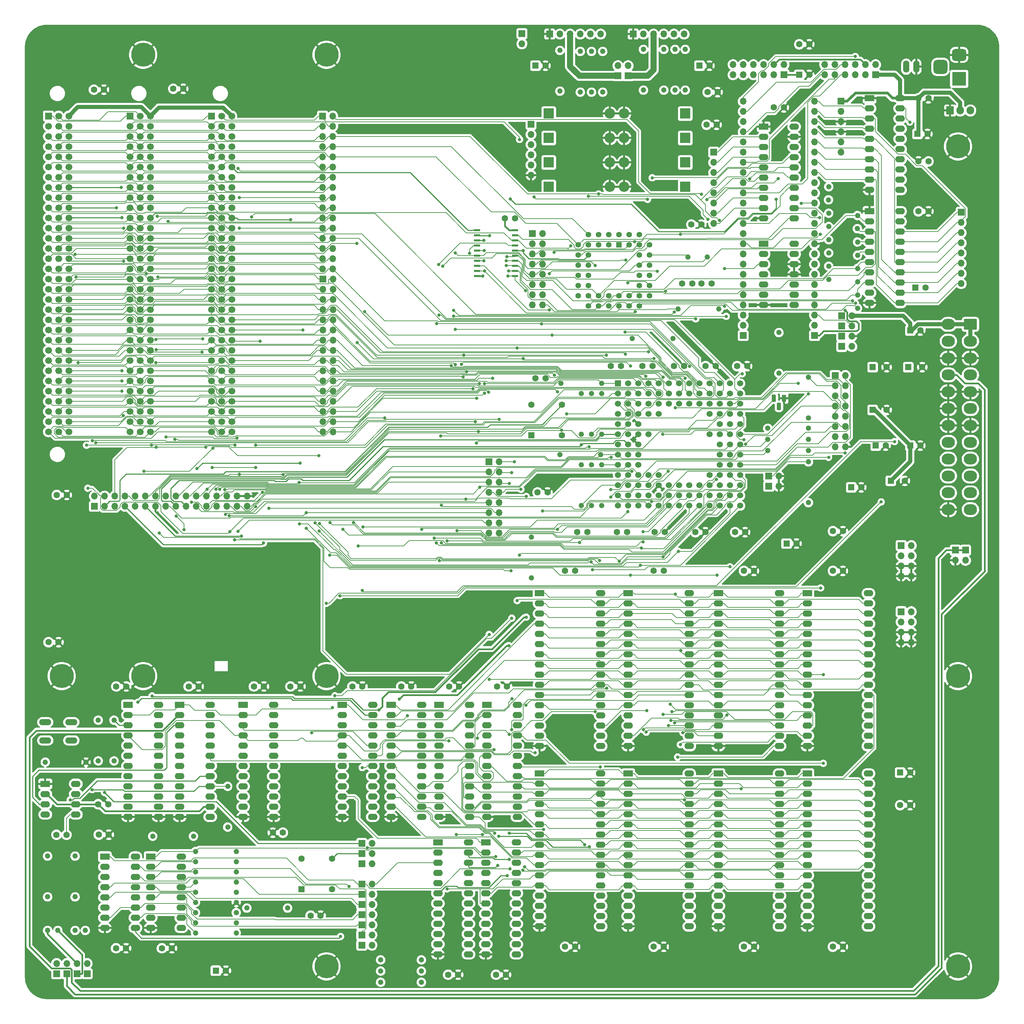
<source format=gbr>
G04 #@! TF.GenerationSoftware,KiCad,Pcbnew,(6.0.0-0)*
G04 #@! TF.CreationDate,2023-11-11T14:38:34+00:00*
G04 #@! TF.ProjectId,rosco_pro_030_proto,726f7363-6f5f-4707-926f-5f3033305f70,p5*
G04 #@! TF.SameCoordinates,Original*
G04 #@! TF.FileFunction,Copper,L1,Top*
G04 #@! TF.FilePolarity,Positive*
%FSLAX46Y46*%
G04 Gerber Fmt 4.6, Leading zero omitted, Abs format (unit mm)*
G04 Created by KiCad (PCBNEW (6.0.0-0)) date 2023-11-11 14:38:34*
%MOMM*%
%LPD*%
G01*
G04 APERTURE LIST*
G04 Aperture macros list*
%AMRoundRect*
0 Rectangle with rounded corners*
0 $1 Rounding radius*
0 $2 $3 $4 $5 $6 $7 $8 $9 X,Y pos of 4 corners*
0 Add a 4 corners polygon primitive as box body*
4,1,4,$2,$3,$4,$5,$6,$7,$8,$9,$2,$3,0*
0 Add four circle primitives for the rounded corners*
1,1,$1+$1,$2,$3*
1,1,$1+$1,$4,$5*
1,1,$1+$1,$6,$7*
1,1,$1+$1,$8,$9*
0 Add four rect primitives between the rounded corners*
20,1,$1+$1,$2,$3,$4,$5,0*
20,1,$1+$1,$4,$5,$6,$7,0*
20,1,$1+$1,$6,$7,$8,$9,0*
20,1,$1+$1,$8,$9,$2,$3,0*%
G04 Aperture macros list end*
G04 #@! TA.AperFunction,ComponentPad*
%ADD10C,1.600000*%
G04 #@! TD*
G04 #@! TA.AperFunction,ComponentPad*
%ADD11R,2.400000X1.600000*%
G04 #@! TD*
G04 #@! TA.AperFunction,ComponentPad*
%ADD12O,2.400000X1.600000*%
G04 #@! TD*
G04 #@! TA.AperFunction,ComponentPad*
%ADD13R,1.422400X1.422400*%
G04 #@! TD*
G04 #@! TA.AperFunction,ComponentPad*
%ADD14C,1.422400*%
G04 #@! TD*
G04 #@! TA.AperFunction,ComponentPad*
%ADD15C,1.600200*%
G04 #@! TD*
G04 #@! TA.AperFunction,ComponentPad*
%ADD16R,1.600000X1.600000*%
G04 #@! TD*
G04 #@! TA.AperFunction,ComponentPad*
%ADD17R,2.600000X2.600000*%
G04 #@! TD*
G04 #@! TA.AperFunction,ComponentPad*
%ADD18O,2.600000X2.600000*%
G04 #@! TD*
G04 #@! TA.AperFunction,ComponentPad*
%ADD19R,1.524000X1.524000*%
G04 #@! TD*
G04 #@! TA.AperFunction,ComponentPad*
%ADD20C,1.524000*%
G04 #@! TD*
G04 #@! TA.AperFunction,ComponentPad*
%ADD21R,1.700000X1.700000*%
G04 #@! TD*
G04 #@! TA.AperFunction,ComponentPad*
%ADD22O,1.700000X1.700000*%
G04 #@! TD*
G04 #@! TA.AperFunction,ComponentPad*
%ADD23R,3.500000X3.500000*%
G04 #@! TD*
G04 #@! TA.AperFunction,ComponentPad*
%ADD24RoundRect,0.750000X-1.000000X0.750000X-1.000000X-0.750000X1.000000X-0.750000X1.000000X0.750000X0*%
G04 #@! TD*
G04 #@! TA.AperFunction,ComponentPad*
%ADD25RoundRect,0.875000X-0.875000X0.875000X-0.875000X-0.875000X0.875000X-0.875000X0.875000X0.875000X0*%
G04 #@! TD*
G04 #@! TA.AperFunction,ComponentPad*
%ADD26O,1.524000X3.048000*%
G04 #@! TD*
G04 #@! TA.AperFunction,ComponentPad*
%ADD27C,1.320800*%
G04 #@! TD*
G04 #@! TA.AperFunction,ComponentPad*
%ADD28R,1.100000X1.800000*%
G04 #@! TD*
G04 #@! TA.AperFunction,ComponentPad*
%ADD29RoundRect,0.275000X0.275000X0.625000X-0.275000X0.625000X-0.275000X-0.625000X0.275000X-0.625000X0*%
G04 #@! TD*
G04 #@! TA.AperFunction,ComponentPad*
%ADD30C,6.000000*%
G04 #@! TD*
G04 #@! TA.AperFunction,ComponentPad*
%ADD31R,1.905000X2.000000*%
G04 #@! TD*
G04 #@! TA.AperFunction,ComponentPad*
%ADD32O,1.905000X2.000000*%
G04 #@! TD*
G04 #@! TA.AperFunction,ComponentPad*
%ADD33RoundRect,0.250001X-1.399999X1.099999X-1.399999X-1.099999X1.399999X-1.099999X1.399999X1.099999X0*%
G04 #@! TD*
G04 #@! TA.AperFunction,ComponentPad*
%ADD34O,3.300000X2.700000*%
G04 #@! TD*
G04 #@! TA.AperFunction,SMDPad,CuDef*
%ADD35R,1.500000X0.600000*%
G04 #@! TD*
G04 #@! TA.AperFunction,ComponentPad*
%ADD36O,3.048000X1.524000*%
G04 #@! TD*
G04 #@! TA.AperFunction,ComponentPad*
%ADD37C,1.700000*%
G04 #@! TD*
G04 #@! TA.AperFunction,ViaPad*
%ADD38C,0.800000*%
G04 #@! TD*
G04 #@! TA.AperFunction,Conductor*
%ADD39C,0.400000*%
G04 #@! TD*
G04 #@! TA.AperFunction,Conductor*
%ADD40C,0.127000*%
G04 #@! TD*
G04 #@! TA.AperFunction,Conductor*
%ADD41C,0.254000*%
G04 #@! TD*
G04 #@! TA.AperFunction,Conductor*
%ADD42C,0.200000*%
G04 #@! TD*
G04 #@! TA.AperFunction,Conductor*
%ADD43C,1.500000*%
G04 #@! TD*
G04 #@! TA.AperFunction,Conductor*
%ADD44C,1.000000*%
G04 #@! TD*
G04 #@! TA.AperFunction,Conductor*
%ADD45C,0.700000*%
G04 #@! TD*
G04 APERTURE END LIST*
D10*
X212809000Y-163704000D03*
X215309000Y-163704000D03*
X235003000Y-163704000D03*
X237503000Y-163704000D03*
X212809000Y-257430000D03*
X215309000Y-257430000D03*
X235003000Y-257430000D03*
X237503000Y-257430000D03*
D11*
X206434000Y-214250000D03*
D12*
X206434000Y-216790000D03*
X206434000Y-219330000D03*
X206434000Y-221870000D03*
X206434000Y-224410000D03*
X206434000Y-226950000D03*
X206434000Y-229490000D03*
X206434000Y-232030000D03*
X206434000Y-234570000D03*
X206434000Y-237110000D03*
X206434000Y-239650000D03*
X206434000Y-242190000D03*
X206434000Y-244730000D03*
X206434000Y-247270000D03*
X206434000Y-249810000D03*
X206434000Y-252350000D03*
X221674000Y-252350000D03*
X221674000Y-249810000D03*
X221674000Y-247270000D03*
X221674000Y-244730000D03*
X221674000Y-242190000D03*
X221674000Y-239650000D03*
X221674000Y-237110000D03*
X221674000Y-234570000D03*
X221674000Y-232030000D03*
X221674000Y-229490000D03*
X221674000Y-226950000D03*
X221674000Y-224410000D03*
X221674000Y-221870000D03*
X221674000Y-219330000D03*
X221674000Y-216790000D03*
X221674000Y-214250000D03*
D13*
X181660000Y-82424000D03*
D14*
X179120000Y-79884000D03*
X179120000Y-82424000D03*
X176580000Y-79884000D03*
X176580000Y-82424000D03*
X174040000Y-79884000D03*
X171500000Y-82424000D03*
X174040000Y-82424000D03*
X171500000Y-84964000D03*
X174040000Y-84964000D03*
X171500000Y-87504000D03*
X174040000Y-87504000D03*
X171500000Y-90044000D03*
X174040000Y-90044000D03*
X171500000Y-92584000D03*
X174040000Y-92584000D03*
X171500000Y-95124000D03*
X174040000Y-97664000D03*
X174040000Y-95124000D03*
X176580000Y-97664000D03*
X176580000Y-95124000D03*
X179120000Y-97664000D03*
X179120000Y-95124000D03*
X181660000Y-97664000D03*
X181660000Y-95124000D03*
X184200000Y-97664000D03*
X184200000Y-95124000D03*
X186740000Y-97664000D03*
X189280000Y-95124000D03*
X186740000Y-95124000D03*
X189280000Y-92584000D03*
X186740000Y-92584000D03*
X189280000Y-90044000D03*
X186740000Y-90044000D03*
X189280000Y-87504000D03*
X186740000Y-87504000D03*
X189280000Y-84964000D03*
X186740000Y-84964000D03*
X189280000Y-82424000D03*
X186740000Y-79884000D03*
X186740000Y-82424000D03*
X184200000Y-79884000D03*
X184200000Y-82424000D03*
X181660000Y-79884000D03*
D10*
X56234800Y-257811000D03*
X58734800Y-257811000D03*
X115173000Y-192533000D03*
X117673000Y-192533000D03*
X139303000Y-192533000D03*
X141803000Y-192533000D03*
D15*
X51777900Y-221882000D03*
X54317900Y-221882000D03*
D10*
X41388500Y-229515000D03*
X43888500Y-229515000D03*
X210616000Y-154052000D03*
X213116000Y-154052000D03*
X190550000Y-154052000D03*
X193050000Y-154052000D03*
X171246000Y-154052000D03*
X173746000Y-154052000D03*
X235000000Y-153798000D03*
X237500000Y-153798000D03*
X39399651Y-181484000D03*
X41899651Y-181484000D03*
X200710000Y-154052000D03*
X203210000Y-154052000D03*
X203250000Y-112650000D03*
X205750000Y-112650000D03*
X99730000Y-192533000D03*
X102230000Y-192533000D03*
D16*
X160832000Y-37720000D03*
D10*
X163332000Y-37720000D03*
X187502000Y-112650000D03*
X190002000Y-112650000D03*
D16*
X223431000Y-156896000D03*
D10*
X225931000Y-156896000D03*
D17*
X198170000Y-61850000D03*
D18*
X182930000Y-61850000D03*
D17*
X198170000Y-67946000D03*
D18*
X182930000Y-67946000D03*
D17*
X198170000Y-49658000D03*
D18*
X182930000Y-49658000D03*
D17*
X164134000Y-55754000D03*
D18*
X179374000Y-55754000D03*
D17*
X164134000Y-61850000D03*
D18*
X179374000Y-61850000D03*
D17*
X164134000Y-49658000D03*
D18*
X179374000Y-49658000D03*
D17*
X164134000Y-67946000D03*
D18*
X179374000Y-67946000D03*
D19*
X181406000Y-116968000D03*
D20*
X183946000Y-116968000D03*
X186486000Y-116968000D03*
X189026000Y-116968000D03*
X191566000Y-116968000D03*
X194106000Y-116968000D03*
X196646000Y-116968000D03*
X199186000Y-116968000D03*
X201726000Y-116968000D03*
X204266000Y-116968000D03*
X206806000Y-116968000D03*
X209346000Y-116968000D03*
X211886000Y-116968000D03*
X181406000Y-119508000D03*
X183946000Y-119508000D03*
X186486000Y-119508000D03*
X189026000Y-119508000D03*
X191566000Y-119508000D03*
X194106000Y-119508000D03*
X196646000Y-119508000D03*
X199186000Y-119508000D03*
X201726000Y-119508000D03*
X204266000Y-119508000D03*
X206806000Y-119508000D03*
X209346000Y-119508000D03*
X211886000Y-119508000D03*
X181406000Y-122048000D03*
X183946000Y-122048000D03*
X186486000Y-122048000D03*
X189026000Y-122048000D03*
X191566000Y-122048000D03*
X194106000Y-122048000D03*
X196646000Y-122048000D03*
X199186000Y-122048000D03*
X201726000Y-122048000D03*
X204266000Y-122048000D03*
X206806000Y-122048000D03*
X209346000Y-122048000D03*
X211886000Y-122048000D03*
X181406000Y-124588000D03*
X183946000Y-124588000D03*
X186486000Y-124588000D03*
X189026000Y-124588000D03*
X191566000Y-124588000D03*
X204266000Y-124588000D03*
X206806000Y-124588000D03*
X209346000Y-124588000D03*
X211886000Y-124588000D03*
X181406000Y-127128000D03*
X183946000Y-127128000D03*
X186486000Y-127128000D03*
X206806000Y-127128000D03*
X209346000Y-127128000D03*
X211886000Y-127128000D03*
X181406000Y-129668000D03*
X183946000Y-129668000D03*
X186486000Y-129668000D03*
X189026000Y-129668000D03*
X204266000Y-129668000D03*
X206806000Y-129668000D03*
X209346000Y-129668000D03*
X211886000Y-129668000D03*
X181406000Y-132208000D03*
X183946000Y-132208000D03*
X186486000Y-132208000D03*
X206806000Y-132208000D03*
X209346000Y-132208000D03*
X211886000Y-132208000D03*
X181406000Y-134748000D03*
X183946000Y-134748000D03*
X186486000Y-134748000D03*
X206806000Y-134748000D03*
X209346000Y-134748000D03*
X211886000Y-134748000D03*
X181406000Y-137288000D03*
X183946000Y-137288000D03*
X186486000Y-137288000D03*
X206806000Y-137288000D03*
X209346000Y-137288000D03*
X211886000Y-137288000D03*
X181406000Y-139828000D03*
X183946000Y-139828000D03*
X186486000Y-139828000D03*
X189026000Y-139828000D03*
X191566000Y-139828000D03*
X204266000Y-139828000D03*
X206806000Y-139828000D03*
X209346000Y-139828000D03*
X211886000Y-139828000D03*
X181406000Y-142368000D03*
X183946000Y-142368000D03*
X186486000Y-142368000D03*
X189026000Y-142368000D03*
X191566000Y-142368000D03*
X194106000Y-142368000D03*
X196646000Y-142368000D03*
X199186000Y-142368000D03*
X201726000Y-142368000D03*
X204266000Y-142368000D03*
X206806000Y-142368000D03*
X209346000Y-142368000D03*
X211886000Y-142368000D03*
X181406000Y-144908000D03*
X183946000Y-144908000D03*
X186486000Y-144908000D03*
X189026000Y-144908000D03*
X191566000Y-144908000D03*
X194106000Y-144908000D03*
X196646000Y-144908000D03*
X199186000Y-144908000D03*
X201726000Y-144908000D03*
X204266000Y-144908000D03*
X206806000Y-144908000D03*
X209346000Y-144908000D03*
X211886000Y-144908000D03*
X181406000Y-147448000D03*
X183946000Y-147448000D03*
X186486000Y-147448000D03*
X189026000Y-147448000D03*
X191566000Y-147448000D03*
X194106000Y-147448000D03*
X196646000Y-147448000D03*
X199186000Y-147448000D03*
X201726000Y-147448000D03*
X204266000Y-147448000D03*
X206806000Y-147448000D03*
X209346000Y-147448000D03*
X211886000Y-147448000D03*
D21*
X185216000Y-29846000D03*
D22*
X187756000Y-29846000D03*
X190296000Y-29846000D03*
X192836000Y-29846000D03*
X195376000Y-29846000D03*
X197916000Y-29846000D03*
D21*
X164388000Y-29846000D03*
D22*
X166928000Y-29846000D03*
X169468000Y-29846000D03*
X172008000Y-29846000D03*
X174548000Y-29846000D03*
X177088000Y-29846000D03*
D21*
X107747000Y-50279300D03*
D22*
X110287000Y-50279300D03*
X107747000Y-52819300D03*
X110287000Y-52819300D03*
X107747000Y-55359300D03*
X110287000Y-55359300D03*
X107747000Y-57899300D03*
X110287000Y-57899300D03*
X107747000Y-60439300D03*
X110287000Y-60439300D03*
X107747000Y-62979300D03*
X110287000Y-62979300D03*
X107747000Y-65519300D03*
X110287000Y-65519300D03*
X107747000Y-68059300D03*
X110287000Y-68059300D03*
X107747000Y-70599300D03*
X110287000Y-70599300D03*
X107747000Y-73139300D03*
X110287000Y-73139300D03*
X107747000Y-75679300D03*
X110287000Y-75679300D03*
X107747000Y-78219300D03*
X110287000Y-78219300D03*
X107747000Y-80759300D03*
X110287000Y-80759300D03*
X107747000Y-83299300D03*
X110287000Y-83299300D03*
X107747000Y-85839300D03*
X110287000Y-85839300D03*
X107747000Y-88379300D03*
X110287000Y-88379300D03*
D21*
X107785000Y-90919300D03*
D22*
X110325000Y-90919300D03*
X107785000Y-93459300D03*
X110325000Y-93459300D03*
X107785000Y-95999300D03*
X110325000Y-95999300D03*
X107785000Y-98539300D03*
X110325000Y-98539300D03*
X107785000Y-101079300D03*
X110325000Y-101079300D03*
X107785000Y-103619300D03*
X110325000Y-103619300D03*
X107785000Y-106159300D03*
X110325000Y-106159300D03*
X107785000Y-108699300D03*
X110325000Y-108699300D03*
X107785000Y-111239300D03*
X110325000Y-111239300D03*
X107785000Y-113779300D03*
X110325000Y-113779300D03*
X107785000Y-116319300D03*
X110325000Y-116319300D03*
X107785000Y-118859300D03*
X110325000Y-118859300D03*
X107785000Y-121399300D03*
X110325000Y-121399300D03*
X107785000Y-123939300D03*
X110325000Y-123939300D03*
X107785000Y-126479300D03*
X110325000Y-126479300D03*
X107785000Y-129019300D03*
X110325000Y-129019300D03*
D21*
X235560000Y-114980000D03*
D22*
X238100000Y-114980000D03*
X235560000Y-117520000D03*
X238100000Y-117520000D03*
X235560000Y-120060000D03*
X238100000Y-120060000D03*
X235560000Y-122600000D03*
X238100000Y-122600000D03*
X235560000Y-125140000D03*
X238100000Y-125140000D03*
X235560000Y-127680000D03*
X238100000Y-127680000D03*
X235560000Y-130220000D03*
X238100000Y-130220000D03*
X235560000Y-132760000D03*
X238100000Y-132760000D03*
D23*
X266496000Y-41022000D03*
D24*
X266496000Y-35022000D03*
D25*
X261796000Y-38022000D03*
D26*
X253288000Y-37974000D03*
X255828000Y-37974000D03*
D21*
X218998000Y-140082000D03*
D22*
X221538000Y-140082000D03*
D27*
X218744000Y-128144000D03*
X228904000Y-128144000D03*
X218744000Y-130938000D03*
X228904000Y-130938000D03*
X218744000Y-133732000D03*
X228904000Y-133732000D03*
X196392000Y-98426000D03*
X206552000Y-98426000D03*
X195630000Y-43816000D03*
X195630000Y-33656000D03*
X192836000Y-43816000D03*
X192836000Y-33656000D03*
X198170000Y-43816000D03*
X198170000Y-33656000D03*
X187756000Y-43816000D03*
X187756000Y-33656000D03*
X174802000Y-44324000D03*
X174802000Y-34164000D03*
X177596000Y-44324000D03*
X177596000Y-34164000D03*
X166928000Y-44070000D03*
X166928000Y-33910000D03*
X48754500Y-211404000D03*
X38594500Y-211404000D03*
X46024000Y-234824000D03*
X46024000Y-244984000D03*
X198805000Y-85472000D03*
X203631000Y-85472000D03*
D10*
X256336000Y-74042000D03*
X258836000Y-74042000D03*
X203758000Y-44324000D03*
X206258000Y-44324000D03*
X203504000Y-52452000D03*
X206004000Y-52452000D03*
D16*
X251764000Y-213996000D03*
D10*
X254264000Y-213996000D03*
D16*
X239572000Y-142876000D03*
D10*
X242072000Y-142876000D03*
X220278000Y-48134000D03*
X222778000Y-48134000D03*
X226618000Y-32386000D03*
X229118000Y-32386000D03*
D11*
X244144000Y-45848000D03*
D12*
X244144000Y-48388000D03*
X244144000Y-50928000D03*
X244144000Y-53468000D03*
X244144000Y-56008000D03*
X244144000Y-58548000D03*
X244144000Y-61088000D03*
X244144000Y-63628000D03*
X244144000Y-66168000D03*
X244144000Y-68708000D03*
X251764000Y-68708000D03*
X251764000Y-66168000D03*
X251764000Y-63628000D03*
X251764000Y-61088000D03*
X251764000Y-58548000D03*
X251764000Y-56008000D03*
X251764000Y-53468000D03*
X251764000Y-50928000D03*
X251764000Y-48388000D03*
X251764000Y-45848000D03*
D11*
X217728000Y-52960000D03*
D12*
X217728000Y-55500000D03*
X217728000Y-58040000D03*
X217728000Y-60580000D03*
X217728000Y-63120000D03*
X217728000Y-65660000D03*
X217728000Y-68200000D03*
X217728000Y-70740000D03*
X217728000Y-73280000D03*
X217728000Y-75820000D03*
X225348000Y-75820000D03*
X225348000Y-73280000D03*
X225348000Y-70740000D03*
X225348000Y-68200000D03*
X225348000Y-65660000D03*
X225348000Y-63120000D03*
X225348000Y-60580000D03*
X225348000Y-58040000D03*
X225348000Y-55500000D03*
X225348000Y-52960000D03*
D11*
X217728000Y-82170000D03*
D12*
X217728000Y-84710000D03*
X217728000Y-87250000D03*
X217728000Y-89790000D03*
X217728000Y-92330000D03*
X217728000Y-94870000D03*
X217728000Y-97410000D03*
X225348000Y-97410000D03*
X225348000Y-94870000D03*
X225348000Y-92330000D03*
X225348000Y-89790000D03*
X225348000Y-87250000D03*
X225348000Y-84710000D03*
X225348000Y-82170000D03*
D21*
X237032000Y-46610000D03*
D22*
X237032000Y-49150000D03*
X237032000Y-51690000D03*
X237032000Y-54230000D03*
X237032000Y-56770000D03*
X237032000Y-59310000D03*
D21*
X222808000Y-40006000D03*
D22*
X222808000Y-37466000D03*
X220268000Y-40006000D03*
X220268000Y-37466000D03*
X217728000Y-40006000D03*
X217728000Y-37466000D03*
X215188000Y-40006000D03*
X215188000Y-37466000D03*
X212648000Y-40006000D03*
X212648000Y-37466000D03*
X210108000Y-40006000D03*
X210108000Y-37466000D03*
D21*
X252018000Y-173874000D03*
D22*
X254558000Y-173874000D03*
X252018000Y-176414000D03*
X254558000Y-176414000D03*
X252018000Y-178954000D03*
X254558000Y-178954000D03*
X252018000Y-181494000D03*
X254558000Y-181494000D03*
D21*
X252018000Y-157390000D03*
D22*
X254558000Y-157390000D03*
X252018000Y-159930000D03*
X254558000Y-159930000D03*
X252018000Y-162470000D03*
X254558000Y-162470000D03*
X252018000Y-165010000D03*
X254558000Y-165010000D03*
D21*
X237188000Y-107748000D03*
D22*
X239728000Y-107748000D03*
D21*
X237204000Y-105208000D03*
D22*
X239744000Y-105208000D03*
D21*
X237188000Y-102668000D03*
D22*
X239728000Y-102668000D03*
D28*
X222808000Y-120632000D03*
D29*
X221538000Y-122702000D03*
X220268000Y-120632000D03*
D27*
X241132102Y-75094102D03*
X233947898Y-67909898D03*
X241096102Y-78360002D03*
X233911898Y-71175798D03*
X241132102Y-81698102D03*
X233947898Y-74513898D03*
X241132102Y-88302102D03*
X233947898Y-81117898D03*
X241132102Y-91604102D03*
X233947898Y-84419898D03*
X221538000Y-114428000D03*
X221538000Y-104268000D03*
D21*
X267004000Y-74296000D03*
D22*
X267004000Y-76836000D03*
X267004000Y-79376000D03*
X267004000Y-81916000D03*
X267004000Y-84456000D03*
X267004000Y-86996000D03*
X267004000Y-89536000D03*
X267004000Y-92076000D03*
D11*
X206434000Y-169292000D03*
D12*
X206434000Y-171832000D03*
X206434000Y-174372000D03*
X206434000Y-176912000D03*
X206434000Y-179452000D03*
X206434000Y-181992000D03*
X206434000Y-184532000D03*
X206434000Y-187072000D03*
X206434000Y-189612000D03*
X206434000Y-192152000D03*
X206434000Y-194692000D03*
X206434000Y-197232000D03*
X206434000Y-199772000D03*
X206434000Y-202312000D03*
X206434000Y-204852000D03*
X206434000Y-207392000D03*
X221674000Y-207392000D03*
X221674000Y-204852000D03*
X221674000Y-202312000D03*
X221674000Y-199772000D03*
X221674000Y-197232000D03*
X221674000Y-194692000D03*
X221674000Y-192152000D03*
X221674000Y-189612000D03*
X221674000Y-187072000D03*
X221674000Y-184532000D03*
X221674000Y-181992000D03*
X221674000Y-179452000D03*
X221674000Y-176912000D03*
X221674000Y-174372000D03*
X221674000Y-171832000D03*
X221674000Y-169292000D03*
D11*
X228628000Y-169292000D03*
D12*
X228628000Y-171832000D03*
X228628000Y-174372000D03*
X228628000Y-176912000D03*
X228628000Y-179452000D03*
X228628000Y-181992000D03*
X228628000Y-184532000D03*
X228628000Y-187072000D03*
X228628000Y-189612000D03*
X228628000Y-192152000D03*
X228628000Y-194692000D03*
X228628000Y-197232000D03*
X228628000Y-199772000D03*
X228628000Y-202312000D03*
X228628000Y-204852000D03*
X228628000Y-207392000D03*
X243868000Y-207392000D03*
X243868000Y-204852000D03*
X243868000Y-202312000D03*
X243868000Y-199772000D03*
X243868000Y-197232000D03*
X243868000Y-194692000D03*
X243868000Y-192152000D03*
X243868000Y-189612000D03*
X243868000Y-187072000D03*
X243868000Y-184532000D03*
X243868000Y-181992000D03*
X243868000Y-179452000D03*
X243868000Y-176912000D03*
X243868000Y-174372000D03*
X243868000Y-171832000D03*
X243868000Y-169292000D03*
D11*
X228628000Y-214250000D03*
D12*
X228628000Y-216790000D03*
X228628000Y-219330000D03*
X228628000Y-221870000D03*
X228628000Y-224410000D03*
X228628000Y-226950000D03*
X228628000Y-229490000D03*
X228628000Y-232030000D03*
X228628000Y-234570000D03*
X228628000Y-237110000D03*
X228628000Y-239650000D03*
X228628000Y-242190000D03*
X228628000Y-244730000D03*
X228628000Y-247270000D03*
X228628000Y-249810000D03*
X228628000Y-252350000D03*
X243868000Y-252350000D03*
X243868000Y-249810000D03*
X243868000Y-247270000D03*
X243868000Y-244730000D03*
X243868000Y-242190000D03*
X243868000Y-239650000D03*
X243868000Y-237110000D03*
X243868000Y-234570000D03*
X243868000Y-232030000D03*
X243868000Y-229490000D03*
X243868000Y-226950000D03*
X243868000Y-224410000D03*
X243868000Y-221870000D03*
X243868000Y-219330000D03*
X243868000Y-216790000D03*
X243868000Y-214250000D03*
D10*
X202234000Y-92076000D03*
X204734000Y-92076000D03*
X199694000Y-77344000D03*
X202194000Y-77344000D03*
X197408000Y-92076000D03*
X199908000Y-92076000D03*
D21*
X160070000Y-79630000D03*
D22*
X162610000Y-79630000D03*
X160070000Y-82170000D03*
X162610000Y-82170000D03*
X160070000Y-84710000D03*
X162610000Y-84710000D03*
X160070000Y-87250000D03*
X162610000Y-87250000D03*
X160070000Y-89790000D03*
X162610000Y-89790000D03*
X160070000Y-92330000D03*
X162610000Y-92330000D03*
X160070000Y-94870000D03*
X162610000Y-94870000D03*
X160070000Y-97410000D03*
X162610000Y-97410000D03*
D21*
X183946000Y-40260000D03*
D22*
X183946000Y-37720000D03*
D21*
X181406000Y-40260000D03*
D22*
X181406000Y-37720000D03*
D17*
X198170000Y-55754000D03*
D18*
X182930000Y-55754000D03*
D27*
X172008000Y-44324000D03*
X172008000Y-34164000D03*
D11*
X38594500Y-216815000D03*
D12*
X38594500Y-219355000D03*
X38594500Y-221895000D03*
X38594500Y-224435000D03*
X46214500Y-224435000D03*
X46214500Y-221895000D03*
X46214500Y-219355000D03*
X46214500Y-216815000D03*
D27*
X39166000Y-234824000D03*
X39166000Y-244984000D03*
D21*
X50838100Y-147599000D03*
D22*
X50838100Y-145059000D03*
X53378100Y-147599000D03*
X53378100Y-145059000D03*
X55918100Y-147599000D03*
X55918100Y-145059000D03*
X58458100Y-147599000D03*
X58458100Y-145059000D03*
X60998100Y-147599000D03*
X60998100Y-145059000D03*
X63538100Y-147599000D03*
X63538100Y-145059000D03*
X66078100Y-147599000D03*
X66078100Y-145059000D03*
X68618100Y-147599000D03*
X68618100Y-145059000D03*
X71158100Y-147599000D03*
X71158100Y-145059000D03*
X73698100Y-147599000D03*
X73698100Y-145059000D03*
X76238100Y-147599000D03*
X76238100Y-145059000D03*
X78778100Y-147599000D03*
X78778100Y-145059000D03*
X81318100Y-147599000D03*
X81318100Y-145059000D03*
X83858100Y-147599000D03*
X83858100Y-145059000D03*
X86398100Y-147599000D03*
X86398100Y-145059000D03*
X88938100Y-147599000D03*
X88938100Y-145059000D03*
D21*
X218998000Y-142622000D03*
D22*
X221538000Y-142622000D03*
D21*
X245665000Y-40006000D03*
D22*
X245665000Y-37466000D03*
X243125000Y-40006000D03*
X243125000Y-37466000D03*
X240585000Y-40006000D03*
X240585000Y-37466000D03*
X238045000Y-40006000D03*
X238045000Y-37466000D03*
X235505000Y-40006000D03*
X235505000Y-37466000D03*
X232965000Y-40006000D03*
X232965000Y-37466000D03*
D21*
X230428000Y-105030000D03*
D22*
X230428000Y-102490000D03*
X230428000Y-99950000D03*
X230428000Y-97410000D03*
X230428000Y-94870000D03*
X230428000Y-92330000D03*
X230428000Y-89790000D03*
X230428000Y-87250000D03*
X230428000Y-84710000D03*
X230428000Y-82170000D03*
X230428000Y-79630000D03*
X230428000Y-77090000D03*
X230428000Y-74550000D03*
X230428000Y-72010000D03*
X230428000Y-69470000D03*
X230428000Y-66930000D03*
X230428000Y-64390000D03*
X230428000Y-61850000D03*
X230428000Y-59310000D03*
X230428000Y-56770000D03*
X230428000Y-54230000D03*
X230428000Y-51690000D03*
X230428000Y-49150000D03*
X230428000Y-46610000D03*
D21*
X212628000Y-105030000D03*
D22*
X212628000Y-102490000D03*
X212628000Y-99950000D03*
X212628000Y-97410000D03*
X212628000Y-94870000D03*
X212628000Y-92330000D03*
X212628000Y-89790000D03*
X212628000Y-87250000D03*
X212628000Y-84710000D03*
X212628000Y-82170000D03*
X212628000Y-79630000D03*
X212628000Y-77090000D03*
X212628000Y-74550000D03*
X212628000Y-72010000D03*
X212628000Y-69470000D03*
X212628000Y-66930000D03*
X212628000Y-64390000D03*
X212628000Y-61850000D03*
X212628000Y-59310000D03*
X212628000Y-56770000D03*
X212628000Y-54230000D03*
X212628000Y-51690000D03*
X212628000Y-49150000D03*
X212628000Y-46610000D03*
D11*
X244144000Y-74042000D03*
D12*
X244144000Y-76582000D03*
X244144000Y-79122000D03*
X244144000Y-81662000D03*
X244144000Y-84202000D03*
X244144000Y-86742000D03*
X244144000Y-89282000D03*
X244144000Y-91822000D03*
X244144000Y-94362000D03*
X244144000Y-96902000D03*
X251764000Y-96902000D03*
X251764000Y-94362000D03*
X251764000Y-91822000D03*
X251764000Y-89282000D03*
X251764000Y-86742000D03*
X251764000Y-84202000D03*
X251764000Y-81662000D03*
X251764000Y-79122000D03*
X251764000Y-76582000D03*
X251764000Y-74042000D03*
D10*
X151241000Y-192533000D03*
X153741000Y-192533000D03*
D30*
X63000000Y-35000000D03*
X108720000Y-35000000D03*
X266200000Y-57860000D03*
X42680000Y-189940000D03*
X63000000Y-189940000D03*
X108720000Y-189940000D03*
X266200000Y-189940000D03*
X108720000Y-262330000D03*
X266200000Y-262330000D03*
D16*
X244906000Y-112904000D03*
D10*
X248406000Y-112904000D03*
D16*
X253796000Y-112904000D03*
D10*
X257296000Y-112904000D03*
D16*
X245668000Y-132462000D03*
D10*
X248168000Y-132462000D03*
X251764000Y-222124000D03*
X254264000Y-222124000D03*
D16*
X254304000Y-103760000D03*
D10*
X256804000Y-103760000D03*
D16*
X226618000Y-40006000D03*
D10*
X229118000Y-40006000D03*
D16*
X254304000Y-132462000D03*
D10*
X256804000Y-132462000D03*
D16*
X244906000Y-123572000D03*
D10*
X248406000Y-123572000D03*
D16*
X255574000Y-93092000D03*
D10*
X258074000Y-93092000D03*
X256336000Y-45848000D03*
X258836000Y-45848000D03*
X127365000Y-192533000D03*
X129865000Y-192533000D03*
X161340000Y-144146000D03*
X163840000Y-144146000D03*
X160832000Y-115698000D03*
X163332000Y-115698000D03*
X179628000Y-112650000D03*
X182128000Y-112650000D03*
X195376000Y-112650000D03*
X197876000Y-112650000D03*
X211124000Y-112650000D03*
X213624000Y-112650000D03*
D27*
X228904000Y-136526000D03*
X228904000Y-146686000D03*
X228904000Y-115444000D03*
X228904000Y-125604000D03*
X174802000Y-129668000D03*
X174802000Y-119508000D03*
X177342000Y-116968000D03*
X167182000Y-116968000D03*
X184962000Y-105792000D03*
X195122000Y-105792000D03*
X177088000Y-134748000D03*
X166928000Y-134748000D03*
X177342000Y-137288000D03*
X177342000Y-147448000D03*
X172262000Y-147448000D03*
X172262000Y-137288000D03*
X177342000Y-129668000D03*
X177342000Y-119508000D03*
X172262000Y-129668000D03*
X172262000Y-119508000D03*
X174802000Y-147448000D03*
X174802000Y-137288000D03*
D11*
X161848000Y-214250000D03*
D12*
X161848000Y-216790000D03*
X161848000Y-219330000D03*
X161848000Y-221870000D03*
X161848000Y-224410000D03*
X161848000Y-226950000D03*
X161848000Y-229490000D03*
X161848000Y-232030000D03*
X161848000Y-234570000D03*
X161848000Y-237110000D03*
X161848000Y-239650000D03*
X161848000Y-242190000D03*
X161848000Y-244730000D03*
X161848000Y-247270000D03*
X161848000Y-249810000D03*
X161848000Y-252350000D03*
X177088000Y-252350000D03*
X177088000Y-249810000D03*
X177088000Y-247270000D03*
X177088000Y-244730000D03*
X177088000Y-242190000D03*
X177088000Y-239650000D03*
X177088000Y-237110000D03*
X177088000Y-234570000D03*
X177088000Y-232030000D03*
X177088000Y-229490000D03*
X177088000Y-226950000D03*
X177088000Y-224410000D03*
X177088000Y-221870000D03*
X177088000Y-219330000D03*
X177088000Y-216790000D03*
X177088000Y-214250000D03*
D11*
X183946000Y-214250000D03*
D12*
X183946000Y-216790000D03*
X183946000Y-219330000D03*
X183946000Y-221870000D03*
X183946000Y-224410000D03*
X183946000Y-226950000D03*
X183946000Y-229490000D03*
X183946000Y-232030000D03*
X183946000Y-234570000D03*
X183946000Y-237110000D03*
X183946000Y-239650000D03*
X183946000Y-242190000D03*
X183946000Y-244730000D03*
X183946000Y-247270000D03*
X183946000Y-249810000D03*
X183946000Y-252350000D03*
X199186000Y-252350000D03*
X199186000Y-249810000D03*
X199186000Y-247270000D03*
X199186000Y-244730000D03*
X199186000Y-242190000D03*
X199186000Y-239650000D03*
X199186000Y-237110000D03*
X199186000Y-234570000D03*
X199186000Y-232030000D03*
X199186000Y-229490000D03*
X199186000Y-226950000D03*
X199186000Y-224410000D03*
X199186000Y-221870000D03*
X199186000Y-219330000D03*
X199186000Y-216790000D03*
X199186000Y-214250000D03*
D10*
X168223000Y-163704000D03*
X170723000Y-163704000D03*
X190296000Y-163704000D03*
X192796000Y-163704000D03*
X168223000Y-257430000D03*
X170723000Y-257430000D03*
X190321000Y-257430000D03*
X192821000Y-257430000D03*
D11*
X161848000Y-169292000D03*
D12*
X161848000Y-171832000D03*
X161848000Y-174372000D03*
X161848000Y-176912000D03*
X161848000Y-179452000D03*
X161848000Y-181992000D03*
X161848000Y-184532000D03*
X161848000Y-187072000D03*
X161848000Y-189612000D03*
X161848000Y-192152000D03*
X161848000Y-194692000D03*
X161848000Y-197232000D03*
X161848000Y-199772000D03*
X161848000Y-202312000D03*
X161848000Y-204852000D03*
X161848000Y-207392000D03*
X177088000Y-207392000D03*
X177088000Y-204852000D03*
X177088000Y-202312000D03*
X177088000Y-199772000D03*
X177088000Y-197232000D03*
X177088000Y-194692000D03*
X177088000Y-192152000D03*
X177088000Y-189612000D03*
X177088000Y-187072000D03*
X177088000Y-184532000D03*
X177088000Y-181992000D03*
X177088000Y-179452000D03*
X177088000Y-176912000D03*
X177088000Y-174372000D03*
X177088000Y-171832000D03*
X177088000Y-169292000D03*
D11*
X183946000Y-169292000D03*
D12*
X183946000Y-171832000D03*
X183946000Y-174372000D03*
X183946000Y-176912000D03*
X183946000Y-179452000D03*
X183946000Y-181992000D03*
X183946000Y-184532000D03*
X183946000Y-187072000D03*
X183946000Y-189612000D03*
X183946000Y-192152000D03*
X183946000Y-194692000D03*
X183946000Y-197232000D03*
X183946000Y-199772000D03*
X183946000Y-202312000D03*
X183946000Y-204852000D03*
X183946000Y-207392000D03*
X199186000Y-207392000D03*
X199186000Y-204852000D03*
X199186000Y-202312000D03*
X199186000Y-199772000D03*
X199186000Y-197232000D03*
X199186000Y-194692000D03*
X199186000Y-192152000D03*
X199186000Y-189612000D03*
X199186000Y-187072000D03*
X199186000Y-184532000D03*
X199186000Y-181992000D03*
X199186000Y-179452000D03*
X199186000Y-176912000D03*
X199186000Y-174372000D03*
X199186000Y-171832000D03*
X199186000Y-169292000D03*
D27*
X241132102Y-94906102D03*
X233947898Y-87721898D03*
X241132102Y-85000102D03*
X233947898Y-77815898D03*
X241132102Y-98208102D03*
X233947898Y-91023898D03*
D21*
X205282000Y-59310000D03*
D22*
X205282000Y-61850000D03*
X205282000Y-64390000D03*
X205282000Y-66930000D03*
X205282000Y-69470000D03*
X205282000Y-72010000D03*
X205282000Y-74550000D03*
X205282000Y-77090000D03*
D21*
X149238000Y-136474000D03*
D22*
X151778000Y-136474000D03*
X149238000Y-139014000D03*
X151778000Y-139014000D03*
X149238000Y-141554000D03*
X151778000Y-141554000D03*
X149238000Y-144094000D03*
X151778000Y-144094000D03*
X149238000Y-146634000D03*
X151778000Y-146634000D03*
X149238000Y-149174000D03*
X151778000Y-149174000D03*
X149238000Y-151714000D03*
X151778000Y-151714000D03*
X149238000Y-154254000D03*
X151778000Y-154254000D03*
D10*
X256336000Y-61596000D03*
X258836000Y-61596000D03*
D16*
X256082000Y-54738000D03*
D10*
X258582000Y-54738000D03*
D31*
X264210000Y-48896000D03*
D32*
X266750000Y-48896000D03*
X269290000Y-48896000D03*
D33*
X269290000Y-102236000D03*
D34*
X269290000Y-106436000D03*
X269290000Y-110636000D03*
X269290000Y-114836000D03*
X269290000Y-119036000D03*
X269290000Y-123236000D03*
X269290000Y-127436000D03*
X269290000Y-131636000D03*
X269290000Y-135836000D03*
X269290000Y-140036000D03*
X269290000Y-144236000D03*
X269290000Y-148436000D03*
X263790000Y-102236000D03*
X263790000Y-106436000D03*
X263790000Y-110636000D03*
X263790000Y-114836000D03*
X263790000Y-119036000D03*
X263790000Y-123236000D03*
X263790000Y-127436000D03*
X263790000Y-131636000D03*
X263790000Y-135836000D03*
X263790000Y-140036000D03*
X263790000Y-144236000D03*
X263790000Y-148436000D03*
D21*
X43942000Y-264160000D03*
D22*
X43942000Y-261620000D03*
D21*
X157460000Y-29730000D03*
D22*
X157460000Y-32270000D03*
D10*
X153212000Y-75820000D03*
X155712000Y-75820000D03*
D35*
X146250000Y-78783000D03*
X146250000Y-80053000D03*
X146250000Y-81323000D03*
X146250000Y-82593000D03*
X146250000Y-83863000D03*
X146250000Y-85133000D03*
X146250000Y-86403000D03*
X146250000Y-87673000D03*
X146250000Y-88943000D03*
X146250000Y-90213000D03*
X155750000Y-90213000D03*
X155750000Y-88943000D03*
X155750000Y-87673000D03*
X155750000Y-86403000D03*
X155750000Y-85133000D03*
X155750000Y-83863000D03*
X155750000Y-82593000D03*
X155750000Y-81323000D03*
X155750000Y-80053000D03*
X155750000Y-78783000D03*
D27*
X39166000Y-253366000D03*
X41706000Y-253366000D03*
X46024000Y-253366000D03*
X48564000Y-253366000D03*
D36*
X38594500Y-201447400D03*
X45096900Y-201447400D03*
X38594500Y-205968600D03*
X45096900Y-205968600D03*
D16*
X201726000Y-37720000D03*
D10*
X204226000Y-37720000D03*
X181152000Y-154052000D03*
X183652000Y-154052000D03*
X51920000Y-229480000D03*
X54420000Y-229480000D03*
D21*
X265518000Y-158545000D03*
D22*
X265518000Y-161085000D03*
D21*
X268072000Y-158545000D03*
D22*
X268072000Y-161085000D03*
D27*
X159816000Y-155270000D03*
X159816000Y-165430000D03*
D16*
X159816000Y-129922000D03*
D10*
X167436000Y-129922000D03*
X167436000Y-122302000D03*
X159816000Y-122302000D03*
D27*
X99009200Y-247777000D03*
X88849200Y-247777000D03*
D10*
X150987000Y-264415000D03*
X153487000Y-264415000D03*
X139049000Y-264415000D03*
X141549000Y-264415000D03*
X74333100Y-192533000D03*
X76833100Y-192533000D03*
X90614500Y-192533000D03*
X93114500Y-192533000D03*
D16*
X81126800Y-263399000D03*
D10*
X83626800Y-263399000D03*
D11*
X136753000Y-197105000D03*
D12*
X136753000Y-199645000D03*
X136753000Y-202185000D03*
X136753000Y-204725000D03*
X136753000Y-207265000D03*
X136753000Y-209805000D03*
X136753000Y-212345000D03*
X136753000Y-214885000D03*
X136753000Y-217425000D03*
X136753000Y-219965000D03*
X136753000Y-222505000D03*
X136753000Y-225045000D03*
X144373000Y-225045000D03*
X144373000Y-222505000D03*
X144373000Y-219965000D03*
X144373000Y-217425000D03*
X144373000Y-214885000D03*
X144373000Y-212345000D03*
X144373000Y-209805000D03*
X144373000Y-207265000D03*
X144373000Y-204725000D03*
X144373000Y-202185000D03*
X144373000Y-199645000D03*
X144373000Y-197105000D03*
D11*
X148691000Y-197105000D03*
D12*
X148691000Y-199645000D03*
X148691000Y-202185000D03*
X148691000Y-204725000D03*
X148691000Y-207265000D03*
X148691000Y-209805000D03*
X148691000Y-212345000D03*
X148691000Y-214885000D03*
X148691000Y-217425000D03*
X148691000Y-219965000D03*
X148691000Y-222505000D03*
X148691000Y-225045000D03*
X156311000Y-225045000D03*
X156311000Y-222505000D03*
X156311000Y-219965000D03*
X156311000Y-217425000D03*
X156311000Y-214885000D03*
X156311000Y-212345000D03*
X156311000Y-209805000D03*
X156311000Y-207265000D03*
X156311000Y-204725000D03*
X156311000Y-202185000D03*
X156311000Y-199645000D03*
X156311000Y-197105000D03*
D11*
X148437000Y-231395000D03*
D12*
X148437000Y-233935000D03*
X148437000Y-236475000D03*
X148437000Y-239015000D03*
X148437000Y-241555000D03*
X148437000Y-244095000D03*
X148437000Y-246635000D03*
X148437000Y-249175000D03*
X148437000Y-251715000D03*
X148437000Y-254255000D03*
X148437000Y-256795000D03*
X148437000Y-259335000D03*
X156057000Y-259335000D03*
X156057000Y-256795000D03*
X156057000Y-254255000D03*
X156057000Y-251715000D03*
X156057000Y-249175000D03*
X156057000Y-246635000D03*
X156057000Y-244095000D03*
X156057000Y-241555000D03*
X156057000Y-239015000D03*
X156057000Y-236475000D03*
X156057000Y-233935000D03*
X156057000Y-231395000D03*
D11*
X136499000Y-231395000D03*
D12*
X136499000Y-233935000D03*
X136499000Y-236475000D03*
X136499000Y-239015000D03*
X136499000Y-241555000D03*
X136499000Y-244095000D03*
X136499000Y-246635000D03*
X136499000Y-249175000D03*
X136499000Y-251715000D03*
X136499000Y-254255000D03*
X136499000Y-256795000D03*
X136499000Y-259335000D03*
X144119000Y-259335000D03*
X144119000Y-256795000D03*
X144119000Y-254255000D03*
X144119000Y-251715000D03*
X144119000Y-249175000D03*
X144119000Y-246635000D03*
X144119000Y-244095000D03*
X144119000Y-241555000D03*
X144119000Y-239015000D03*
X144119000Y-236475000D03*
X144119000Y-233935000D03*
X144119000Y-231395000D03*
D27*
X75538800Y-229871000D03*
X65378800Y-229871000D03*
X84074000Y-217424000D03*
X84074000Y-227584000D03*
X122224000Y-260694000D03*
X132384000Y-260694000D03*
X122224000Y-263488000D03*
X132384000Y-263488000D03*
X86206800Y-251461000D03*
X76046800Y-251461000D03*
X86206800Y-248921000D03*
X76046800Y-248921000D03*
X86206800Y-241301000D03*
X76046800Y-241301000D03*
X86206800Y-233681000D03*
X76046800Y-233681000D03*
X86206800Y-236221000D03*
X76046800Y-236221000D03*
X86206800Y-238761000D03*
X76046800Y-238761000D03*
X86206800Y-243841000D03*
X76046800Y-243841000D03*
X86206800Y-254001000D03*
X76046800Y-254001000D03*
X76046800Y-246381000D03*
X86206800Y-246381000D03*
D21*
X117512000Y-231649000D03*
D22*
X120052000Y-231649000D03*
D21*
X117512000Y-234189000D03*
D22*
X120052000Y-234189000D03*
D21*
X117512000Y-236729000D03*
D22*
X120052000Y-236729000D03*
D21*
X117512000Y-241809000D03*
D22*
X120052000Y-241809000D03*
D21*
X117512000Y-244349000D03*
D22*
X120052000Y-244349000D03*
D21*
X117512000Y-246889000D03*
D22*
X120052000Y-246889000D03*
D21*
X117512000Y-249429000D03*
D22*
X120052000Y-249429000D03*
D21*
X117512000Y-251969000D03*
D22*
X120052000Y-251969000D03*
D21*
X117512000Y-254509000D03*
D22*
X120052000Y-254509000D03*
D21*
X117512000Y-257049000D03*
D22*
X120052000Y-257049000D03*
D10*
X67664800Y-257811000D03*
X70164800Y-257811000D03*
D11*
X112623000Y-197105000D03*
D12*
X112623000Y-199645000D03*
X112623000Y-202185000D03*
X112623000Y-204725000D03*
X112623000Y-207265000D03*
X112623000Y-209805000D03*
X112623000Y-212345000D03*
X112623000Y-214885000D03*
X112623000Y-217425000D03*
X112623000Y-219965000D03*
X112623000Y-222505000D03*
X112623000Y-225045000D03*
X120243000Y-225045000D03*
X120243000Y-222505000D03*
X120243000Y-219965000D03*
X120243000Y-217425000D03*
X120243000Y-214885000D03*
X120243000Y-212345000D03*
X120243000Y-209805000D03*
X120243000Y-207265000D03*
X120243000Y-204725000D03*
X120243000Y-202185000D03*
X120243000Y-199645000D03*
X120243000Y-197105000D03*
D11*
X124815000Y-197105000D03*
D12*
X124815000Y-199645000D03*
X124815000Y-202185000D03*
X124815000Y-204725000D03*
X124815000Y-207265000D03*
X124815000Y-209805000D03*
X124815000Y-212345000D03*
X124815000Y-214885000D03*
X124815000Y-217425000D03*
X124815000Y-219965000D03*
X124815000Y-222505000D03*
X124815000Y-225045000D03*
X132435000Y-225045000D03*
X132435000Y-222505000D03*
X132435000Y-219965000D03*
X132435000Y-217425000D03*
X132435000Y-214885000D03*
X132435000Y-212345000D03*
X132435000Y-209805000D03*
X132435000Y-207265000D03*
X132435000Y-204725000D03*
X132435000Y-202185000D03*
X132435000Y-199645000D03*
X132435000Y-197105000D03*
D27*
X122224000Y-266282000D03*
X132384000Y-266282000D03*
D11*
X53440800Y-234951000D03*
D12*
X53440800Y-237491000D03*
X53440800Y-240031000D03*
X53440800Y-242571000D03*
X53440800Y-245111000D03*
X53440800Y-247651000D03*
X53440800Y-250191000D03*
X53440800Y-252731000D03*
X61060800Y-252731000D03*
X61060800Y-250191000D03*
X61060800Y-247651000D03*
X61060800Y-245111000D03*
X61060800Y-242571000D03*
X61060800Y-240031000D03*
X61060800Y-237491000D03*
X61060800Y-234951000D03*
D11*
X64870800Y-234951000D03*
D12*
X64870800Y-237491000D03*
X64870800Y-240031000D03*
X64870800Y-242571000D03*
X64870800Y-245111000D03*
X64870800Y-247651000D03*
X64870800Y-250191000D03*
X64870800Y-252731000D03*
X72490800Y-252731000D03*
X72490800Y-250191000D03*
X72490800Y-247651000D03*
X72490800Y-245111000D03*
X72490800Y-242571000D03*
X72490800Y-240031000D03*
X72490800Y-237491000D03*
X72490800Y-234951000D03*
D10*
X50711100Y-43700700D03*
X53211100Y-43700700D03*
X41452000Y-144780000D03*
X43952000Y-144780000D03*
X104749000Y-249683000D03*
X107249000Y-249683000D03*
X97840800Y-228981000D03*
X95340800Y-228981000D03*
D11*
X87934800Y-197105000D03*
D12*
X87934800Y-199645000D03*
X87934800Y-202185000D03*
X87934800Y-204725000D03*
X87934800Y-207265000D03*
X87934800Y-209805000D03*
X87934800Y-212345000D03*
X87934800Y-214885000D03*
X87934800Y-217425000D03*
X87934800Y-219965000D03*
X87934800Y-222505000D03*
X87934800Y-225045000D03*
X95554800Y-225045000D03*
X95554800Y-222505000D03*
X95554800Y-219965000D03*
X95554800Y-217425000D03*
X95554800Y-214885000D03*
X95554800Y-212345000D03*
X95554800Y-209805000D03*
X95554800Y-207265000D03*
X95554800Y-204725000D03*
X95554800Y-202185000D03*
X95554800Y-199645000D03*
X95554800Y-197105000D03*
D11*
X72112800Y-197105000D03*
D12*
X72112800Y-199645000D03*
X72112800Y-202185000D03*
X72112800Y-204725000D03*
X72112800Y-207265000D03*
X72112800Y-209805000D03*
X72112800Y-212345000D03*
X72112800Y-214885000D03*
X72112800Y-217425000D03*
X72112800Y-219965000D03*
X72112800Y-222505000D03*
X72112800Y-225045000D03*
X79732800Y-225045000D03*
X79732800Y-222505000D03*
X79732800Y-219965000D03*
X79732800Y-217425000D03*
X79732800Y-214885000D03*
X79732800Y-212345000D03*
X79732800Y-209805000D03*
X79732800Y-207265000D03*
X79732800Y-204725000D03*
X79732800Y-202185000D03*
X79732800Y-199645000D03*
X79732800Y-197105000D03*
D10*
X70510400Y-43484800D03*
X73010400Y-43484800D03*
D16*
X102463000Y-243079000D03*
D10*
X110083000Y-243079000D03*
X110083000Y-235459000D03*
X102463000Y-235459000D03*
D27*
X51790600Y-211087000D03*
X51790600Y-200927000D03*
D21*
X237211000Y-100127000D03*
D22*
X239751000Y-100127000D03*
D21*
X39370000Y-50279300D03*
D37*
X39370000Y-52819300D03*
X39370000Y-55359300D03*
X39370000Y-57899300D03*
X39370000Y-60439300D03*
X39370000Y-62979300D03*
X39370000Y-65519300D03*
X39370000Y-68059300D03*
X39370000Y-70599300D03*
X39370000Y-73139300D03*
X39370000Y-75679300D03*
X39370000Y-78219300D03*
X39370000Y-80759300D03*
X39370000Y-83299300D03*
X39370000Y-85839300D03*
X39370000Y-88379300D03*
X39370000Y-90919300D03*
X39370000Y-93459300D03*
X39370000Y-95999300D03*
X39370000Y-98539300D03*
X39370000Y-101079300D03*
X39370000Y-103619300D03*
X39370000Y-106159300D03*
X39370000Y-108699300D03*
X39370000Y-111239300D03*
X39370000Y-113779300D03*
X39370000Y-116319300D03*
X39370000Y-118859300D03*
X39370000Y-121399300D03*
X39370000Y-123939300D03*
X39370000Y-126479300D03*
X39370000Y-129019300D03*
X41910000Y-50279300D03*
X41910000Y-52819300D03*
X41910000Y-55359300D03*
X41910000Y-57899300D03*
X41910000Y-60439300D03*
X41910000Y-62979300D03*
X41910000Y-65519300D03*
X41910000Y-68059300D03*
X41910000Y-70599300D03*
X41910000Y-73139300D03*
X41910000Y-75679300D03*
X41910000Y-78219300D03*
X41910000Y-80759300D03*
X41910000Y-83299300D03*
X41910000Y-85839300D03*
X41910000Y-88379300D03*
X41910000Y-90919300D03*
X41910000Y-93459300D03*
X41910000Y-95999300D03*
X41910000Y-98539300D03*
X41910000Y-101079300D03*
X41910000Y-103619300D03*
X41910000Y-106159300D03*
X41910000Y-108699300D03*
X41910000Y-111239300D03*
X41910000Y-113779300D03*
X41910000Y-116319300D03*
X41910000Y-118859300D03*
X41910000Y-121399300D03*
X41910000Y-123939300D03*
X41910000Y-126479300D03*
X41910000Y-129019300D03*
X44450000Y-50279300D03*
X44450000Y-52819300D03*
X44450000Y-55359300D03*
X44450000Y-57899300D03*
X44450000Y-60439300D03*
X44450000Y-62979300D03*
X44450000Y-65519300D03*
X44450000Y-68059300D03*
X44450000Y-70599300D03*
X44450000Y-73139300D03*
X44450000Y-75679300D03*
X44450000Y-78219300D03*
X44450000Y-80759300D03*
X44450000Y-83299300D03*
X44450000Y-85839300D03*
X44450000Y-88379300D03*
X44450000Y-90919300D03*
X44450000Y-93459300D03*
X44450000Y-95999300D03*
X44450000Y-98539300D03*
X44450000Y-101079300D03*
X44450000Y-103619300D03*
X44450000Y-106159300D03*
X44450000Y-108699300D03*
X44450000Y-111239300D03*
X44450000Y-113779300D03*
X44450000Y-116319300D03*
X44450000Y-118859300D03*
X44450000Y-121399300D03*
X44450000Y-123939300D03*
X44450000Y-126479300D03*
X44450000Y-129019300D03*
D21*
X80010000Y-50279300D03*
D37*
X80010000Y-52819300D03*
X80010000Y-55359300D03*
X80010000Y-57899300D03*
X80010000Y-60439300D03*
X80010000Y-62979300D03*
X80010000Y-65519300D03*
X80010000Y-68059300D03*
X80010000Y-70599300D03*
X80010000Y-73139300D03*
X80010000Y-75679300D03*
X80010000Y-78219300D03*
X80010000Y-80759300D03*
X80010000Y-83299300D03*
X80010000Y-85839300D03*
X80010000Y-88379300D03*
X80010000Y-90919300D03*
X80010000Y-93459300D03*
X80010000Y-95999300D03*
X80010000Y-98539300D03*
X80010000Y-101079300D03*
X80010000Y-103619300D03*
X80010000Y-106159300D03*
X80010000Y-108699300D03*
X80010000Y-111239300D03*
X80010000Y-113779300D03*
X80010000Y-116319300D03*
X80010000Y-118859300D03*
X80010000Y-121399300D03*
X80010000Y-123939300D03*
X80010000Y-126479300D03*
X80010000Y-129019300D03*
X82550000Y-50279300D03*
X82550000Y-52819300D03*
X82550000Y-55359300D03*
X82550000Y-57899300D03*
X82550000Y-60439300D03*
X82550000Y-62979300D03*
X82550000Y-65519300D03*
X82550000Y-68059300D03*
X82550000Y-70599300D03*
X82550000Y-73139300D03*
X82550000Y-75679300D03*
X82550000Y-78219300D03*
X82550000Y-80759300D03*
X82550000Y-83299300D03*
X82550000Y-85839300D03*
X82550000Y-88379300D03*
X82550000Y-90919300D03*
X82550000Y-93459300D03*
X82550000Y-95999300D03*
X82550000Y-98539300D03*
X82550000Y-101079300D03*
X82550000Y-103619300D03*
X82550000Y-106159300D03*
X82550000Y-108699300D03*
X82550000Y-111239300D03*
X82550000Y-113779300D03*
X82550000Y-116319300D03*
X82550000Y-118859300D03*
X82550000Y-121399300D03*
X82550000Y-123939300D03*
X82550000Y-126479300D03*
X82550000Y-129019300D03*
X85090000Y-50279300D03*
X85090000Y-52819300D03*
X85090000Y-55359300D03*
X85090000Y-57899300D03*
X85090000Y-60439300D03*
X85090000Y-62979300D03*
X85090000Y-65519300D03*
X85090000Y-68059300D03*
X85090000Y-70599300D03*
X85090000Y-73139300D03*
X85090000Y-75679300D03*
X85090000Y-78219300D03*
X85090000Y-80759300D03*
X85090000Y-83299300D03*
X85090000Y-85839300D03*
X85090000Y-88379300D03*
X85090000Y-90919300D03*
X85090000Y-93459300D03*
X85090000Y-95999300D03*
X85090000Y-98539300D03*
X85090000Y-101079300D03*
X85090000Y-103619300D03*
X85090000Y-106159300D03*
X85090000Y-108699300D03*
X85090000Y-111239300D03*
X85090000Y-113779300D03*
X85090000Y-116319300D03*
X85090000Y-118859300D03*
X85090000Y-121399300D03*
X85090000Y-123939300D03*
X85090000Y-126479300D03*
X85090000Y-129019300D03*
D21*
X159710000Y-52330000D03*
D22*
X159710000Y-54870000D03*
X159710000Y-57410000D03*
X159710000Y-59950000D03*
X159710000Y-62490000D03*
X159710000Y-65030000D03*
D21*
X59690000Y-50279300D03*
D37*
X59690000Y-52819300D03*
X59690000Y-55359300D03*
X59690000Y-57899300D03*
X59690000Y-60439300D03*
X59690000Y-62979300D03*
X59690000Y-65519300D03*
X59690000Y-68059300D03*
X59690000Y-70599300D03*
X59690000Y-73139300D03*
X59690000Y-75679300D03*
X59690000Y-78219300D03*
X59690000Y-80759300D03*
X59690000Y-83299300D03*
X59690000Y-85839300D03*
X59690000Y-88379300D03*
X59690000Y-90919300D03*
X59690000Y-93459300D03*
X59690000Y-95999300D03*
X59690000Y-98539300D03*
X59690000Y-101079300D03*
X59690000Y-103619300D03*
X59690000Y-106159300D03*
X59690000Y-108699300D03*
X59690000Y-111239300D03*
X59690000Y-113779300D03*
X59690000Y-116319300D03*
X59690000Y-118859300D03*
X59690000Y-121399300D03*
X59690000Y-123939300D03*
X59690000Y-126479300D03*
X59690000Y-129019300D03*
X62230000Y-50279300D03*
X62230000Y-52819300D03*
X62230000Y-55359300D03*
X62230000Y-57899300D03*
X62230000Y-60439300D03*
X62230000Y-62979300D03*
X62230000Y-65519300D03*
X62230000Y-68059300D03*
X62230000Y-70599300D03*
X62230000Y-73139300D03*
X62230000Y-75679300D03*
X62230000Y-78219300D03*
X62230000Y-80759300D03*
X62230000Y-83299300D03*
X62230000Y-85839300D03*
X62230000Y-88379300D03*
X62230000Y-90919300D03*
X62230000Y-93459300D03*
X62230000Y-95999300D03*
X62230000Y-98539300D03*
X62230000Y-101079300D03*
X62230000Y-103619300D03*
X62230000Y-106159300D03*
X62230000Y-108699300D03*
X62230000Y-111239300D03*
X62230000Y-113779300D03*
X62230000Y-116319300D03*
X62230000Y-118859300D03*
X62230000Y-121399300D03*
X62230000Y-123939300D03*
X62230000Y-126479300D03*
X62230000Y-129019300D03*
X64770000Y-50279300D03*
X64770000Y-52819300D03*
X64770000Y-55359300D03*
X64770000Y-57899300D03*
X64770000Y-60439300D03*
X64770000Y-62979300D03*
X64770000Y-65519300D03*
X64770000Y-68059300D03*
X64770000Y-70599300D03*
X64770000Y-73139300D03*
X64770000Y-75679300D03*
X64770000Y-78219300D03*
X64770000Y-80759300D03*
X64770000Y-83299300D03*
X64770000Y-85839300D03*
X64770000Y-88379300D03*
X64770000Y-90919300D03*
X64770000Y-93459300D03*
X64770000Y-95999300D03*
X64770000Y-98539300D03*
X64770000Y-101079300D03*
X64770000Y-103619300D03*
X64770000Y-106159300D03*
X64770000Y-108699300D03*
X64770000Y-111239300D03*
X64770000Y-113779300D03*
X64770000Y-116319300D03*
X64770000Y-118859300D03*
X64770000Y-121399300D03*
X64770000Y-123939300D03*
X64770000Y-126479300D03*
X64770000Y-129019300D03*
D21*
X46482000Y-264160000D03*
D22*
X46482000Y-261620000D03*
D21*
X41402000Y-264160000D03*
D22*
X41402000Y-261620000D03*
D21*
X49022000Y-264160000D03*
D22*
X49022000Y-261620000D03*
D16*
X249440000Y-141240000D03*
D10*
X252940000Y-141240000D03*
X56290000Y-192533000D03*
X58790000Y-192533000D03*
D27*
X55720000Y-211087000D03*
X55720000Y-200927000D03*
D11*
X59240000Y-197105000D03*
D12*
X59240000Y-199645000D03*
X59240000Y-202185000D03*
X59240000Y-204725000D03*
X59240000Y-207265000D03*
X59240000Y-209805000D03*
X59240000Y-212345000D03*
X59240000Y-214885000D03*
X59240000Y-217425000D03*
X59240000Y-219965000D03*
X59240000Y-222505000D03*
X59240000Y-225045000D03*
X66860000Y-225045000D03*
X66860000Y-222505000D03*
X66860000Y-219965000D03*
X66860000Y-217425000D03*
X66860000Y-214885000D03*
X66860000Y-212345000D03*
X66860000Y-209805000D03*
X66860000Y-207265000D03*
X66860000Y-204725000D03*
X66860000Y-202185000D03*
X66860000Y-199645000D03*
X66860000Y-197105000D03*
D38*
X147717000Y-90213000D03*
X175691000Y-198836500D03*
X178589000Y-192940000D03*
X197087000Y-183596000D03*
X118248000Y-99098400D03*
X164961000Y-104892000D03*
X63831600Y-89624500D03*
X156257000Y-108108000D03*
X156257000Y-171129000D03*
X116388000Y-106750000D03*
X157745000Y-110752000D03*
X198170000Y-115652000D03*
X156850000Y-56120000D03*
X156848000Y-159738000D03*
X138824000Y-156261000D03*
X171788000Y-156633500D03*
X141252000Y-153641000D03*
X166353000Y-153352000D03*
X174680000Y-161453000D03*
X106876000Y-153797000D03*
X105900000Y-151739000D03*
X175011000Y-163402000D03*
X176858000Y-161102000D03*
X209339000Y-162677000D03*
X137367000Y-147342000D03*
X189774000Y-146362000D03*
X188565000Y-198576000D03*
X181739000Y-161321000D03*
X106973000Y-151886000D03*
X109525000Y-159759500D03*
X184544000Y-164806000D03*
X206091000Y-164806000D03*
X103655000Y-153080000D03*
X187002000Y-162295000D03*
X86991600Y-70599300D03*
X187250000Y-158000000D03*
X137344000Y-156748000D03*
X205981000Y-140894000D03*
X208593953Y-199692047D03*
X195408000Y-99144000D03*
X66497600Y-75248900D03*
X101961000Y-151967000D03*
X196502000Y-158844000D03*
X86991600Y-78219300D03*
X200773000Y-100857000D03*
X116318000Y-82086700D03*
X136830000Y-161103000D03*
X192666000Y-160188000D03*
X193977000Y-202312000D03*
X109592000Y-151681000D03*
X46022400Y-84753900D03*
X136100000Y-156770000D03*
X46277200Y-90394200D03*
X66669400Y-90404100D03*
X135548000Y-155550000D03*
X187639000Y-153964000D03*
X187720000Y-203315000D03*
X187639000Y-156506000D03*
X116603000Y-157495000D03*
X112840000Y-153360000D03*
X197586000Y-204020000D03*
X189011000Y-109066000D03*
X196269000Y-210118000D03*
X190358000Y-110784000D03*
X196949000Y-207034000D03*
X195506000Y-201627000D03*
X115428000Y-151681000D03*
X132496000Y-153372000D03*
X194894200Y-198780400D03*
X117792000Y-152767000D03*
X194407000Y-196925000D03*
X194579000Y-201030000D03*
X147909000Y-86403000D03*
X188347500Y-115167490D03*
X143621047Y-114054500D03*
X46798000Y-111772000D03*
X77870700Y-105821000D03*
X164314000Y-98687900D03*
X192633600Y-199517000D03*
X66183400Y-106018000D03*
X165559000Y-114861000D03*
X162586000Y-148764000D03*
X148087000Y-88943000D03*
X185743000Y-99093600D03*
X188450000Y-203927000D03*
X142790953Y-115335047D03*
X158355000Y-93800800D03*
X153973000Y-90213000D03*
X150111000Y-115689000D03*
X240630000Y-96957000D03*
X154127000Y-88942500D03*
X146817047Y-117014953D03*
X145247953Y-118255500D03*
X239918000Y-96349500D03*
X153570000Y-87576000D03*
X149095000Y-119116000D03*
X193906000Y-138866000D03*
X153570000Y-86403000D03*
X80345100Y-133067000D03*
X63200900Y-138893000D03*
X106795000Y-135004000D03*
X193272000Y-94006200D03*
X146150000Y-120670000D03*
X153737000Y-85333400D03*
X160733000Y-209057000D03*
X162332000Y-102093000D03*
X136185000Y-102032000D03*
X212374000Y-114563000D03*
X136776000Y-99912100D03*
X137177000Y-130073000D03*
X167345000Y-128589000D03*
X232598000Y-189612000D03*
X86612200Y-63352500D03*
X226392000Y-116905000D03*
X197012000Y-79725100D03*
X195679000Y-123063000D03*
X214249000Y-65982900D03*
X138796000Y-242997000D03*
X174040000Y-70321100D03*
X203835000Y-76022200D03*
X206676453Y-76316453D03*
X176590000Y-69730600D03*
X212762000Y-131027000D03*
X150673000Y-229109000D03*
X140877000Y-84449700D03*
X189950000Y-65670000D03*
X175756000Y-87592300D03*
X142345000Y-112166000D03*
X184513000Y-112620000D03*
X202200000Y-69800000D03*
X203580000Y-71160000D03*
X221320000Y-65890000D03*
X85838700Y-156002000D03*
X149300000Y-190730000D03*
X149286953Y-179562953D03*
X233936000Y-135394000D03*
X179640000Y-145257000D03*
X90012600Y-75450800D03*
X169630000Y-82665700D03*
X91059229Y-147688500D03*
X143475000Y-145790000D03*
X184878001Y-138847093D03*
X146926000Y-142884000D03*
X147636000Y-229455000D03*
X141100000Y-229455000D03*
X150496460Y-208303540D03*
X92786900Y-144110000D03*
X110200000Y-197800000D03*
X183877000Y-148904000D03*
X49194500Y-143089000D03*
X57686400Y-113779000D03*
X84630000Y-153930000D03*
X81168800Y-143360000D03*
X85902400Y-132328000D03*
X65085500Y-132345000D03*
X48893100Y-132380000D03*
X172262000Y-132292000D03*
X173130000Y-231970000D03*
X99760000Y-76100000D03*
X102130000Y-136790000D03*
X76420000Y-138210000D03*
X154280500Y-235630000D03*
X154300000Y-229108500D03*
X57659300Y-75638500D03*
X78964300Y-143374000D03*
X151413510Y-237130000D03*
X151650000Y-229910000D03*
X56300000Y-73150000D03*
X174280500Y-232471500D03*
X101928000Y-141644000D03*
X77693400Y-109155000D03*
X174229000Y-132741000D03*
X53378100Y-218961000D03*
X87020000Y-139584000D03*
X118922000Y-232771000D03*
X97890000Y-139690000D03*
X68670000Y-130280000D03*
X178505000Y-109916000D03*
X86426700Y-130598000D03*
X142962000Y-109916000D03*
X57686400Y-118875000D03*
X146555000Y-128974000D03*
X66285500Y-132840000D03*
X57686400Y-116319000D03*
X78623600Y-132829000D03*
X139838000Y-112536000D03*
X80240000Y-137960000D03*
X91020000Y-137960000D03*
X58128300Y-86492300D03*
X91012300Y-132320000D03*
X195662000Y-169550000D03*
X162871000Y-228225000D03*
X66183400Y-111764000D03*
X70917900Y-130868500D03*
X123197953Y-125557500D03*
X58046700Y-125020000D03*
X148078000Y-119378000D03*
X148078000Y-116999000D03*
X66212100Y-108564000D03*
X199227000Y-112721000D03*
X140828000Y-112282000D03*
X140828000Y-103462000D03*
X197967000Y-220810000D03*
X183265000Y-109672000D03*
X183200000Y-104144000D03*
X154919000Y-203331000D03*
X158423000Y-197226000D03*
X212115000Y-218053000D03*
X176995000Y-212599000D03*
X157702000Y-238363000D03*
X158129000Y-237466000D03*
X232598000Y-211690000D03*
X164325000Y-89599200D03*
X50280300Y-218252000D03*
X192648000Y-115411000D03*
X192558000Y-129624000D03*
X185514000Y-81631300D03*
X166360000Y-119033000D03*
X168633000Y-124516000D03*
X213269000Y-132114000D03*
X58086000Y-78219300D03*
X69201500Y-76572500D03*
X146382000Y-205402000D03*
X154328000Y-204470000D03*
X155013953Y-195613953D03*
X94390000Y-148133000D03*
X92196100Y-106404000D03*
X148057000Y-83863000D03*
X165497000Y-84243100D03*
X157200000Y-143373000D03*
X154686490Y-163630000D03*
X67027900Y-154257000D03*
X154335500Y-141920000D03*
X110820000Y-194831500D03*
X154920000Y-139200000D03*
X154926000Y-175489000D03*
X155530000Y-136520000D03*
X50345400Y-131228000D03*
X151778000Y-125943000D03*
X92989400Y-156769000D03*
X57559200Y-68040500D03*
X87461700Y-155047000D03*
X137747000Y-87714100D03*
X183823000Y-91842800D03*
X188789547Y-71049547D03*
X160454000Y-70484500D03*
X158517500Y-145147953D03*
X150927000Y-234926000D03*
X191230003Y-88980003D03*
X183298000Y-86191200D03*
X71227200Y-150030000D03*
X73209200Y-153402000D03*
X75064200Y-146551000D03*
X83309200Y-143424000D03*
X146086000Y-131814000D03*
X86686900Y-153809000D03*
X145859000Y-126534000D03*
X51144800Y-131789000D03*
X84469900Y-149931000D03*
X103642000Y-149174000D03*
X102808000Y-103604000D03*
X144410000Y-84500000D03*
X83486800Y-149609000D03*
X238064000Y-134268000D03*
X228904000Y-119520000D03*
X82100600Y-143387000D03*
X179640000Y-143458000D03*
X179672000Y-135393000D03*
X153764000Y-239670000D03*
X157770000Y-83860000D03*
X65230000Y-194886000D03*
X158518000Y-175244000D03*
X121812500Y-198411292D03*
X154450000Y-238030000D03*
X108652100Y-171789200D03*
X247041000Y-146504000D03*
X254175000Y-51799100D03*
X105020000Y-204039600D03*
X227100000Y-72050000D03*
X154550000Y-70980000D03*
X220880000Y-71050000D03*
X154182406Y-182351500D03*
X126848000Y-195682000D03*
X208390000Y-100231000D03*
X140443000Y-100141000D03*
X250373000Y-131471000D03*
X117637500Y-168554000D03*
X117627000Y-212737300D03*
X231945000Y-167968000D03*
X112076000Y-169901000D03*
X240585000Y-35430200D03*
X231706000Y-75656900D03*
X231869000Y-79726700D03*
X128910000Y-199852000D03*
X114333000Y-242443500D03*
X136695000Y-87290800D03*
X140430000Y-98757400D03*
X208016000Y-97694700D03*
X208016000Y-88290900D03*
X139263490Y-206110000D03*
X238060000Y-98728500D03*
X44799900Y-220847000D03*
X149350000Y-80070000D03*
X147987000Y-81323000D03*
X61700000Y-196460000D03*
X112240000Y-254865000D03*
D39*
X147717000Y-90213000D02*
X146250000Y-90213000D01*
D40*
X109246000Y-75679300D02*
X107919000Y-77006600D01*
X110287000Y-75679300D02*
X109246000Y-75679300D01*
X83088200Y-76752300D02*
X82058400Y-76752300D01*
X242477000Y-181992000D02*
X243868000Y-181992000D01*
X199186000Y-226950000D02*
X197795000Y-226950000D01*
X197795000Y-226950000D02*
X196763000Y-225918000D01*
X242477000Y-226950000D02*
X243868000Y-226950000D01*
X83342500Y-77006600D02*
X83088200Y-76752300D01*
X224097000Y-180960000D02*
X241445000Y-180960000D01*
X107919000Y-77006600D02*
X83342500Y-77006600D01*
X219251000Y-225918000D02*
X220283000Y-226950000D01*
X164817000Y-198836000D02*
X175690500Y-198836000D01*
X67631700Y-75679300D02*
X66574900Y-76736100D01*
X223065000Y-181992000D02*
X224097000Y-180960000D01*
X196763000Y-225918000D02*
X179511000Y-225918000D01*
X219251000Y-180960000D02*
X220283000Y-181992000D01*
X221674000Y-181992000D02*
X223065000Y-181992000D01*
X154920980Y-208379020D02*
X154920980Y-204279020D01*
X241445000Y-225918000D02*
X242477000Y-226950000D01*
X241445000Y-180960000D02*
X242477000Y-181992000D01*
X179511000Y-225918000D02*
X178479000Y-226950000D01*
X157168000Y-203709000D02*
X159835000Y-201042000D01*
X80010000Y-75679300D02*
X67631700Y-75679300D01*
X221674000Y-226950000D02*
X223065000Y-226950000D01*
X162611000Y-201042000D02*
X164817000Y-198836000D01*
X178479000Y-226950000D02*
X177088000Y-226950000D01*
X66574900Y-76736100D02*
X60746800Y-76736100D01*
X175690500Y-198836000D02*
X175691000Y-198836500D01*
X159835000Y-201042000D02*
X162611000Y-201042000D01*
X196763000Y-180960000D02*
X197795000Y-181992000D01*
X155491000Y-203709000D02*
X157168000Y-203709000D01*
X127235000Y-208549000D02*
X149907532Y-208549000D01*
X149907532Y-208549000D02*
X150658532Y-209300000D01*
X82058400Y-76752300D02*
X80985400Y-75679300D01*
X177088000Y-181992000D02*
X178479000Y-181992000D01*
X40410900Y-76720200D02*
X58649100Y-76720200D01*
X126206000Y-207519000D02*
X127235000Y-208549000D01*
X58649100Y-76720200D02*
X59690000Y-75679300D01*
X60746800Y-76736100D02*
X59690000Y-75679300D01*
X223065000Y-226950000D02*
X224097000Y-225918000D01*
X179511000Y-180960000D02*
X196763000Y-180960000D01*
X201609000Y-180960000D02*
X219251000Y-180960000D01*
X199186000Y-226950000D02*
X200577000Y-226950000D01*
X154000000Y-209300000D02*
X154920980Y-208379020D01*
X150658532Y-209300000D02*
X154000000Y-209300000D01*
X197795000Y-181992000D02*
X199186000Y-181992000D01*
X154920980Y-204279020D02*
X155491000Y-203709000D01*
X39370000Y-75679300D02*
X40410900Y-76720200D01*
X124815000Y-207519000D02*
X126206000Y-207519000D01*
X224097000Y-225918000D02*
X241445000Y-225918000D01*
X201609000Y-225918000D02*
X219251000Y-225918000D01*
X200577000Y-181992000D02*
X201609000Y-180960000D01*
X178479000Y-181992000D02*
X179511000Y-180960000D01*
X220283000Y-226950000D02*
X221674000Y-226950000D01*
X199186000Y-181992000D02*
X200577000Y-181992000D01*
X200577000Y-226950000D02*
X201609000Y-225918000D01*
X80985400Y-75679300D02*
X80010000Y-75679300D01*
X220283000Y-181992000D02*
X221674000Y-181992000D01*
X154342000Y-197121000D02*
X158060000Y-193403000D01*
X60735900Y-78219300D02*
X61842400Y-79325800D01*
X220283000Y-184532000D02*
X221674000Y-184532000D01*
X127475990Y-203684010D02*
X140281215Y-203684009D01*
X175614000Y-193149000D02*
X178380000Y-193149000D01*
X127439000Y-203721000D02*
X127475990Y-203684010D01*
X178380000Y-193149000D02*
X178589000Y-192940000D01*
X124815000Y-204979000D02*
X126206000Y-204979000D01*
X242477000Y-184532000D02*
X243868000Y-184532000D01*
X221674000Y-229490000D02*
X220283000Y-229490000D01*
X241445000Y-183500000D02*
X242477000Y-184532000D01*
X126206000Y-204979000D02*
X127439000Y-203746000D01*
X58123900Y-79264700D02*
X40415400Y-79264700D01*
X223065000Y-184532000D02*
X224097000Y-183500000D01*
X196763000Y-228458000D02*
X197795000Y-229490000D01*
X175359000Y-193403000D02*
X175614000Y-193149000D01*
X154342000Y-197437224D02*
X154342000Y-197121000D01*
X109246000Y-78219300D02*
X108190000Y-79275400D01*
X142770734Y-201194490D02*
X145645286Y-201194490D01*
X61842400Y-79325800D02*
X71643500Y-79325800D01*
X224097000Y-228458000D02*
X241445000Y-228458000D01*
X59169300Y-78219300D02*
X58123900Y-79264700D01*
X177088000Y-229490000D02*
X178479000Y-229490000D01*
X127439000Y-203746000D02*
X127439000Y-203721000D01*
X72750000Y-78219300D02*
X80010000Y-78219300D01*
X197795000Y-184532000D02*
X197087000Y-183824000D01*
X197795000Y-229490000D02*
X199186000Y-229490000D01*
X242477000Y-229490000D02*
X243868000Y-229490000D01*
X108190000Y-79275400D02*
X81619700Y-79275400D01*
X220283000Y-229490000D02*
X219267000Y-228474000D01*
X179511000Y-183500000D02*
X196992000Y-183500000D01*
X221674000Y-229490000D02*
X223065000Y-229490000D01*
X178479000Y-184532000D02*
X179511000Y-183500000D01*
X219251000Y-183500000D02*
X220283000Y-184532000D01*
X179511000Y-228458000D02*
X196763000Y-228458000D01*
X200577000Y-229490000D02*
X199186000Y-229490000D01*
X153124734Y-198654490D02*
X154342000Y-197437224D01*
X145645286Y-201194490D02*
X146660000Y-200179776D01*
X201593000Y-228474000D02*
X200577000Y-229490000D01*
X147795510Y-198654490D02*
X153124734Y-198654490D01*
X140281215Y-203684009D02*
X142770734Y-201194490D01*
X200577000Y-184532000D02*
X201609000Y-183500000D01*
X241445000Y-228458000D02*
X242477000Y-229490000D01*
X158060000Y-193403000D02*
X175359000Y-193403000D01*
X199186000Y-184532000D02*
X197795000Y-184532000D01*
X221674000Y-184532000D02*
X223065000Y-184532000D01*
X146660000Y-199790000D02*
X147795510Y-198654490D01*
X81619700Y-79275400D02*
X80563600Y-78219300D01*
X146660000Y-200179776D02*
X146660000Y-199790000D01*
X40415400Y-79264700D02*
X39370000Y-78219300D01*
X196992000Y-183500000D02*
X197087000Y-183596000D01*
X201609000Y-183500000D02*
X219251000Y-183500000D01*
X219267000Y-228474000D02*
X201593000Y-228474000D01*
X178479000Y-229490000D02*
X179511000Y-228458000D01*
X59690000Y-78219300D02*
X60735900Y-78219300D01*
X224097000Y-183500000D02*
X241445000Y-183500000D01*
X223065000Y-229490000D02*
X224097000Y-228458000D01*
X110287000Y-78219300D02*
X109246000Y-78219300D01*
X177088000Y-184532000D02*
X178479000Y-184532000D01*
X71643500Y-79325800D02*
X72750000Y-78219300D01*
X197087000Y-183824000D02*
X197087000Y-183596000D01*
X199186000Y-184532000D02*
X200577000Y-184532000D01*
X241461000Y-238126000D02*
X221299000Y-238126000D01*
X137237958Y-101248000D02*
X192154600Y-101248000D01*
X207766000Y-118548000D02*
X206806000Y-119508000D01*
X223065000Y-192152000D02*
X224097000Y-193184000D01*
X221299000Y-238126000D02*
X220283000Y-237110000D01*
X241445000Y-193184000D02*
X242477000Y-192152000D01*
X110287000Y-80759300D02*
X116751100Y-80759300D01*
X219959000Y-192152000D02*
X221674000Y-192152000D01*
X197795000Y-192152000D02*
X199186000Y-192152000D01*
X62896300Y-82080400D02*
X61011100Y-82080400D01*
X145403224Y-194150000D02*
X138733224Y-200820000D01*
X177088000Y-237110000D02*
X178479000Y-237110000D01*
X80010000Y-81369900D02*
X79265400Y-81369900D01*
X199186000Y-237110000D02*
X200577000Y-237110000D01*
X81337300Y-82086600D02*
X84297600Y-82086600D01*
X134721600Y-98731642D02*
X137237958Y-101248000D01*
X59535600Y-80759300D02*
X58494700Y-81800200D01*
X219959000Y-192152000D02*
X219959000Y-192152776D01*
X243868000Y-237110000D02*
X242477000Y-237110000D01*
X219959000Y-192152776D02*
X218741576Y-193370200D01*
X178479000Y-237110000D02*
X179478000Y-238109000D01*
X128815942Y-200820000D02*
X127196942Y-202439000D01*
X197795000Y-237110000D02*
X199186000Y-237110000D01*
X207766000Y-116533000D02*
X207766000Y-118548000D01*
X201549000Y-112725200D02*
X203069800Y-114246000D01*
X221674000Y-192152000D02*
X223065000Y-192152000D01*
X78707800Y-81927500D02*
X63049200Y-81927500D01*
X179923000Y-193184000D02*
X196763000Y-193184000D01*
X196796000Y-238109000D02*
X197795000Y-237110000D01*
X175697000Y-192152000D02*
X174700000Y-193149000D01*
X178891000Y-192152000D02*
X179923000Y-193184000D01*
X221674000Y-237110000D02*
X220283000Y-237110000D01*
X200577000Y-237110000D02*
X201576000Y-238109000D01*
X58494700Y-81800200D02*
X40410900Y-81800200D01*
X242477000Y-237110000D02*
X241461000Y-238126000D01*
X224097000Y-193184000D02*
X241445000Y-193184000D01*
X242477000Y-192152000D02*
X243868000Y-192152000D01*
X196763000Y-193184000D02*
X197795000Y-192152000D01*
X199186000Y-192152000D02*
X201550000Y-192152000D01*
X174700000Y-193149000D02*
X155205000Y-193149000D01*
X201550000Y-192152000D02*
X202768200Y-193370200D01*
X203069800Y-114246000D02*
X205478000Y-114246000D01*
X205478000Y-114246000D02*
X207766000Y-116533000D01*
X40410900Y-81800200D02*
X39370000Y-80759300D01*
X134721600Y-98729800D02*
X134721600Y-98731642D01*
X79265400Y-81369900D02*
X78707800Y-81927500D01*
X177088000Y-192152000D02*
X178891000Y-192152000D01*
X116751100Y-80759300D02*
X134721600Y-98729800D01*
X84551900Y-81832300D02*
X109214000Y-81832300D01*
X154204000Y-194150000D02*
X145403224Y-194150000D01*
X80010000Y-81369900D02*
X80620600Y-81369900D01*
X202768200Y-193370200D02*
X218741576Y-193370200D01*
X127196942Y-202439000D02*
X124815000Y-202439000D01*
X201576000Y-238109000D02*
X219284000Y-238109000D01*
X201549000Y-110642400D02*
X201549000Y-112725200D01*
X179478000Y-238109000D02*
X196796000Y-238109000D01*
X219284000Y-238109000D02*
X220283000Y-237110000D01*
X177088000Y-192152000D02*
X175697000Y-192152000D01*
X80620600Y-81369900D02*
X81337300Y-82086600D01*
X61011100Y-82080400D02*
X59690000Y-80759300D01*
X84297600Y-82086600D02*
X84551900Y-81832300D01*
X109214000Y-81832300D02*
X110287000Y-80759300D01*
X155205000Y-193149000D02*
X154204000Y-194150000D01*
X138733224Y-200820000D02*
X128815942Y-200820000D01*
X192154600Y-101248000D02*
X201549000Y-110642400D01*
X63049200Y-81927500D02*
X62896300Y-82080400D01*
X177783000Y-187072000D02*
X178479000Y-187072000D01*
X83922000Y-84511000D02*
X83816600Y-84616400D01*
X200577000Y-232030000D02*
X201609000Y-230998000D01*
X178479000Y-232030000D02*
X179511000Y-230998000D01*
X220283000Y-232030000D02*
X221674000Y-232030000D01*
X46360100Y-83299300D02*
X45270800Y-84388600D01*
X241445000Y-186040000D02*
X242477000Y-187072000D01*
X179511000Y-230998000D02*
X196763000Y-230998000D01*
X242477000Y-232030000D02*
X243868000Y-232030000D01*
X223065000Y-232030000D02*
X224097000Y-230998000D01*
X179511000Y-186040000D02*
X196763000Y-186040000D01*
X196763000Y-230998000D02*
X197795000Y-232030000D01*
X124815000Y-199899000D02*
X126206000Y-199899000D01*
X61212200Y-84651000D02*
X63249100Y-84651000D01*
X219251000Y-230998000D02*
X220283000Y-232030000D01*
X224097000Y-230998000D02*
X241445000Y-230998000D01*
X197795000Y-187072000D02*
X199186000Y-187072000D01*
X66717500Y-83299300D02*
X80010000Y-83299300D01*
X197795000Y-232030000D02*
X199186000Y-232030000D01*
X81955600Y-84616400D02*
X80638500Y-83299300D01*
X223065000Y-187072000D02*
X224097000Y-186040000D01*
X220283000Y-187072000D02*
X221674000Y-187072000D01*
X199186000Y-187072000D02*
X200577000Y-187072000D01*
X153154000Y-186040000D02*
X176752000Y-186040000D01*
X109246000Y-83299300D02*
X108034000Y-84511000D01*
X221674000Y-232030000D02*
X223065000Y-232030000D01*
X201609000Y-186040000D02*
X219251000Y-186040000D01*
X63249100Y-84651000D02*
X63503400Y-84396700D01*
X242477000Y-187072000D02*
X243868000Y-187072000D01*
X126206000Y-199899000D02*
X127452000Y-198653000D01*
X140541000Y-198653000D02*
X153154000Y-186040000D01*
X40459300Y-84388600D02*
X39370000Y-83299300D01*
X201609000Y-230998000D02*
X219251000Y-230998000D01*
X200577000Y-187072000D02*
X201609000Y-186040000D01*
X59860500Y-83299300D02*
X61212200Y-84651000D01*
X59690000Y-83299300D02*
X46360100Y-83299300D01*
X219251000Y-186040000D02*
X220283000Y-187072000D01*
X176752000Y-186040000D02*
X177783000Y-187072000D01*
X199186000Y-232030000D02*
X200577000Y-232030000D01*
X221674000Y-187072000D02*
X223065000Y-187072000D01*
X127452000Y-198653000D02*
X140541000Y-198653000D01*
X241445000Y-230998000D02*
X242477000Y-232030000D01*
X65620100Y-84396700D02*
X66717500Y-83299300D01*
X178479000Y-187072000D02*
X179511000Y-186040000D01*
X83816600Y-84616400D02*
X81955600Y-84616400D01*
X177088000Y-232030000D02*
X178479000Y-232030000D01*
X224097000Y-186040000D02*
X241445000Y-186040000D01*
X108034000Y-84511000D02*
X83922000Y-84511000D01*
X63503400Y-84396700D02*
X65620100Y-84396700D01*
X196763000Y-186040000D02*
X197795000Y-187072000D01*
X45270800Y-84388600D02*
X40459300Y-84388600D01*
X110287000Y-83299300D02*
X109246000Y-83299300D01*
X126206000Y-197359000D02*
X127197000Y-198350000D01*
X200743000Y-117367000D02*
X201524000Y-118148000D01*
X226205000Y-222902000D02*
X227237000Y-221870000D01*
X163239000Y-176912000D02*
X164237000Y-177910000D01*
X206434000Y-176912000D02*
X207825000Y-176912000D01*
X164237000Y-222868000D02*
X181557000Y-222868000D01*
X186335000Y-177910000D02*
X204045000Y-177910000D01*
X161848000Y-176912000D02*
X163239000Y-176912000D01*
X109246000Y-85839300D02*
X108173000Y-86912300D01*
X183946000Y-221870000D02*
X185337000Y-221870000D01*
X46262800Y-85839300D02*
X59690000Y-85839300D01*
X227237000Y-176912000D02*
X228628000Y-176912000D01*
X108173000Y-86912300D02*
X84551900Y-86912300D01*
X81337300Y-87166600D02*
X80010000Y-85839300D01*
X192104783Y-111367212D02*
X194978571Y-114241000D01*
X80010000Y-85839300D02*
X78968900Y-86880400D01*
X200743000Y-116425000D02*
X200743000Y-117367000D01*
X185337000Y-176912000D02*
X186335000Y-177910000D01*
X139019000Y-198350000D02*
X160457000Y-176912000D01*
X207825000Y-176912000D02*
X208823000Y-177910000D01*
X207825000Y-221870000D02*
X208857000Y-222902000D01*
X201524000Y-118148000D02*
X202906000Y-118148000D01*
X124815000Y-197359000D02*
X126206000Y-197359000D01*
X124042000Y-104892000D02*
X118248000Y-99098400D01*
X208857000Y-222902000D02*
X226205000Y-222902000D01*
X127197000Y-198350000D02*
X139019000Y-198350000D01*
X186392224Y-104892000D02*
X192104783Y-110604559D01*
X164237000Y-177910000D02*
X181557000Y-177910000D01*
X84551900Y-86912300D02*
X84297600Y-87166600D01*
X202906000Y-118148000D02*
X204266000Y-119508000D01*
X182555000Y-221870000D02*
X183946000Y-221870000D01*
X39370000Y-85839300D02*
X40416800Y-84792500D01*
X194978571Y-114241000D02*
X198559000Y-114241000D01*
X181557000Y-222868000D02*
X182555000Y-221870000D01*
X226239000Y-177910000D02*
X227237000Y-176912000D01*
X198559000Y-114241000D02*
X200743000Y-116425000D01*
X45216000Y-84792500D02*
X46262800Y-85839300D01*
X160457000Y-176912000D02*
X161848000Y-176912000D01*
X205043000Y-221870000D02*
X206434000Y-221870000D01*
X40416800Y-84792500D02*
X45216000Y-84792500D01*
X206434000Y-221870000D02*
X207825000Y-221870000D01*
X110287000Y-85839300D02*
X109246000Y-85839300D01*
X204045000Y-177910000D02*
X205043000Y-176912000D01*
X186369000Y-222902000D02*
X204011000Y-222902000D01*
X181557000Y-177910000D02*
X182555000Y-176912000D01*
X161848000Y-221870000D02*
X163239000Y-221870000D01*
X163239000Y-221870000D02*
X164237000Y-222868000D01*
X227237000Y-221870000D02*
X228628000Y-221870000D01*
X192104783Y-110604559D02*
X192104783Y-111367212D01*
X164961000Y-104892000D02*
X186392224Y-104892000D01*
X60731100Y-86880400D02*
X59690000Y-85839300D01*
X204011000Y-222902000D02*
X205043000Y-221870000D01*
X78968900Y-86880400D02*
X60731100Y-86880400D01*
X182555000Y-176912000D02*
X183946000Y-176912000D01*
X208823000Y-177910000D02*
X226239000Y-177910000D01*
X84297600Y-87166600D02*
X81337300Y-87166600D01*
X205043000Y-176912000D02*
X206434000Y-176912000D01*
X183946000Y-176912000D02*
X185337000Y-176912000D01*
X164961000Y-104892000D02*
X124042000Y-104892000D01*
X185337000Y-221870000D02*
X186369000Y-222902000D01*
X223065000Y-179452000D02*
X224097000Y-178420000D01*
X177088000Y-179452000D02*
X178479000Y-179452000D01*
X80010000Y-88379300D02*
X78764800Y-89624500D01*
X110287000Y-88379300D02*
X109246000Y-88379300D01*
X178479000Y-224410000D02*
X179511000Y-223378000D01*
X123253700Y-101346000D02*
X110287000Y-88379300D01*
X179511000Y-178420000D02*
X196763000Y-178420000D01*
X83823400Y-89470600D02*
X83569100Y-89724900D01*
X224097000Y-178420000D02*
X241445000Y-178420000D01*
X174682000Y-223395000D02*
X175697000Y-224410000D01*
X136528951Y-101502009D02*
X136372942Y-101346000D01*
X203310200Y-115477000D02*
X189335200Y-101502000D01*
X221674000Y-224410000D02*
X223065000Y-224410000D01*
X241479000Y-223412000D02*
X242477000Y-224410000D01*
X189335200Y-101502000D02*
X138278000Y-101502000D01*
X144373000Y-212599000D02*
X142982000Y-212599000D01*
X142467000Y-223094000D02*
X142484776Y-223094000D01*
X78764800Y-89624500D02*
X63831600Y-89624500D01*
X136372942Y-101346000D02*
X123253700Y-101346000D01*
X177088000Y-224410000D02*
X178479000Y-224410000D01*
X224063000Y-223412000D02*
X241479000Y-223412000D01*
X109246000Y-88379300D02*
X108155000Y-89470600D01*
X197795000Y-224410000D02*
X199186000Y-224410000D01*
X142484776Y-223094000D02*
X143174786Y-223784010D01*
X242477000Y-224410000D02*
X243868000Y-224410000D01*
X179511000Y-223378000D02*
X196763000Y-223378000D01*
X201609000Y-178420000D02*
X219251000Y-178420000D01*
X199186000Y-224410000D02*
X200577000Y-224410000D01*
X175697000Y-224410000D02*
X177088000Y-224410000D01*
X81355600Y-89724900D02*
X80010000Y-88379300D01*
X200577000Y-224410000D02*
X201575000Y-223412000D01*
X197795000Y-179452000D02*
X199186000Y-179452000D01*
X221674000Y-179452000D02*
X223065000Y-179452000D01*
X158659990Y-223784010D02*
X159049000Y-223395000D01*
X220283000Y-179452000D02*
X221674000Y-179452000D01*
X142467000Y-213115000D02*
X142467000Y-223094000D01*
X206806000Y-116968000D02*
X205315000Y-115477000D01*
X108155000Y-89470600D02*
X83823400Y-89470600D01*
X178479000Y-179452000D02*
X179511000Y-178420000D01*
X59514600Y-88379300D02*
X58473700Y-89420200D01*
X83569100Y-89724900D02*
X81355600Y-89724900D01*
X242477000Y-179452000D02*
X243868000Y-179452000D01*
X138277991Y-101502009D02*
X136528951Y-101502009D01*
X220283000Y-224410000D02*
X221674000Y-224410000D01*
X223065000Y-224410000D02*
X224063000Y-223412000D01*
X219251000Y-178420000D02*
X220283000Y-179452000D01*
X159049000Y-223395000D02*
X174682000Y-223395000D01*
X138278000Y-101502000D02*
X138277991Y-101502009D01*
X199186000Y-179452000D02*
X200577000Y-179452000D01*
X205315000Y-115477000D02*
X203310200Y-115477000D01*
X142982000Y-212599000D02*
X142467000Y-213115000D01*
X200577000Y-179452000D02*
X201609000Y-178420000D01*
X241445000Y-178420000D02*
X242477000Y-179452000D01*
X196763000Y-223378000D02*
X197795000Y-224410000D01*
X143174786Y-223784010D02*
X158659990Y-223784010D01*
X201575000Y-223412000D02*
X219285000Y-223412000D01*
X219285000Y-223412000D02*
X220283000Y-224410000D01*
X196763000Y-178420000D02*
X197795000Y-179452000D01*
X58473700Y-89420200D02*
X40410900Y-89420200D01*
X40410900Y-89420200D02*
X39370000Y-88379300D01*
X147367734Y-221514490D02*
X158635510Y-221514490D01*
X117547000Y-99295100D02*
X117547000Y-99163700D01*
X198017990Y-114547990D02*
X198018018Y-114547962D01*
X194926337Y-114547990D02*
X198017990Y-114547990D01*
X201726000Y-119508000D02*
X200488000Y-118270000D01*
X188483000Y-107342000D02*
X125594000Y-107342000D01*
X46211500Y-90985000D02*
X59624300Y-90985000D01*
X188483000Y-107342776D02*
X188483000Y-107342000D01*
X83227000Y-92247100D02*
X83386500Y-92087600D01*
X181557000Y-175370000D02*
X182555000Y-174372000D01*
X39370000Y-90919300D02*
X40455600Y-92004900D01*
X69901400Y-92013200D02*
X70995300Y-90919300D01*
X161943300Y-174372000D02*
X163239000Y-174372000D01*
X177088000Y-221870000D02*
X178479000Y-221870000D01*
X158635510Y-221514490D02*
X159271000Y-220879000D01*
X183946000Y-174372000D02*
X194958000Y-174372000D01*
X143280000Y-223530000D02*
X145352224Y-223530000D01*
X182555000Y-174372000D02*
X183946000Y-174372000D01*
X178479000Y-221870000D02*
X179477000Y-220872000D01*
X219265000Y-220851000D02*
X220283000Y-221870000D01*
X142982000Y-215139000D02*
X142723000Y-215398000D01*
X159271000Y-220879000D02*
X174706000Y-220879000D01*
X179477000Y-220872000D02*
X196797000Y-220872000D01*
X197795000Y-221870000D02*
X199186000Y-221870000D01*
X191850774Y-110710550D02*
X188483000Y-107342776D01*
X70995300Y-90919300D02*
X80010000Y-90919300D01*
X80670800Y-90919300D02*
X81998600Y-92247100D01*
X201595000Y-220851000D02*
X219265000Y-220851000D01*
X227237000Y-174372000D02*
X228628000Y-174372000D01*
X145352224Y-223530000D02*
X147367734Y-221514490D01*
X221674000Y-221870000D02*
X223065000Y-221870000D01*
X200488000Y-118270000D02*
X200488000Y-116530000D01*
X191850775Y-111472428D02*
X191850774Y-110710550D01*
X198018018Y-114547962D02*
X198505797Y-114547962D01*
X194958000Y-174372000D02*
X195957000Y-175370000D01*
X110325000Y-90919300D02*
X109284000Y-90919300D01*
X174706000Y-220879000D02*
X175697000Y-221870000D01*
X59690000Y-90919300D02*
X60783900Y-92013200D01*
X226239000Y-175370000D02*
X227237000Y-174372000D01*
X206434000Y-174372000D02*
X207825000Y-174372000D01*
X200577000Y-221870000D02*
X201595000Y-220851000D01*
X83386500Y-92087600D02*
X109157000Y-92087600D01*
X208823000Y-175370000D02*
X226239000Y-175370000D01*
X175697000Y-221870000D02*
X177088000Y-221870000D01*
X109284000Y-90919300D02*
X109284000Y-91960200D01*
X204045000Y-175370000D02*
X205043000Y-174372000D01*
X205043000Y-174372000D02*
X206434000Y-174372000D01*
X241479000Y-220872000D02*
X242477000Y-221870000D01*
X194926337Y-114547990D02*
X191850775Y-111472428D01*
X199186000Y-221870000D02*
X200577000Y-221870000D01*
X196797000Y-220872000D02*
X197795000Y-221870000D01*
X200488000Y-116530000D02*
X198506000Y-114548000D01*
X40455600Y-92004900D02*
X45191600Y-92004900D01*
X164237000Y-175370000D02*
X181557000Y-175370000D01*
X223065000Y-221870000D02*
X224063000Y-220872000D01*
X198505797Y-114547962D02*
X198505918Y-114548083D01*
X110343000Y-91960200D02*
X109284000Y-91960200D01*
X109157000Y-92087600D02*
X109284000Y-91960200D01*
X207825000Y-174372000D02*
X208823000Y-175370000D01*
X220283000Y-221870000D02*
X221674000Y-221870000D01*
X142723000Y-215398000D02*
X142723000Y-222973000D01*
X224063000Y-220872000D02*
X241479000Y-220872000D01*
X195957000Y-175370000D02*
X204045000Y-175370000D01*
X45191600Y-92004900D02*
X46211500Y-90985000D01*
X142723000Y-222973000D02*
X143280000Y-223530000D01*
X242477000Y-221870000D02*
X243868000Y-221870000D01*
X125594000Y-107342000D02*
X117547000Y-99295100D01*
X144373000Y-215139000D02*
X142982000Y-215139000D01*
X81998600Y-92247100D02*
X83227000Y-92247100D01*
X60783900Y-92013200D02*
X69901400Y-92013200D01*
X117547000Y-99163700D02*
X110343000Y-91960200D01*
X163239000Y-174372000D02*
X164237000Y-175370000D01*
X110325000Y-94519100D02*
X123914000Y-108108000D01*
X198408611Y-114810000D02*
X198408776Y-114810000D01*
X228628000Y-219330000D02*
X227237000Y-219330000D01*
X197795000Y-171832000D02*
X199186000Y-171832000D01*
X146987000Y-218902000D02*
X145764000Y-217679000D01*
X219251000Y-170800000D02*
X220283000Y-171832000D01*
X191596765Y-110815765D02*
X191596765Y-111577642D01*
X198408776Y-114810000D02*
X200170000Y-116571224D01*
X242477000Y-171832000D02*
X243868000Y-171832000D01*
X59518300Y-93459300D02*
X58477400Y-94500200D01*
X206434000Y-219330000D02*
X205043000Y-219330000D01*
X61015600Y-94784900D02*
X63249100Y-94784900D01*
X208857000Y-220362000D02*
X207825000Y-219330000D01*
X204718000Y-120461000D02*
X205228000Y-119951000D01*
X40410900Y-94500200D02*
X39370000Y-93459300D01*
X194849400Y-114802000D02*
X198400611Y-114802000D01*
X197322000Y-219330000D02*
X183946000Y-219330000D01*
X83649500Y-94519100D02*
X83370100Y-94798500D01*
X226205000Y-220362000D02*
X208857000Y-220362000D01*
X123914000Y-108108000D02*
X156257000Y-108108000D01*
X198354000Y-220362000D02*
X197322000Y-219330000D01*
X174657000Y-170792000D02*
X156595000Y-170792000D01*
X198400611Y-114802000D02*
X198408611Y-114810000D01*
X194821123Y-114802000D02*
X194849400Y-114802000D01*
X182555000Y-219330000D02*
X181556000Y-218331000D01*
X110325000Y-93459300D02*
X110325000Y-94519100D01*
X227237000Y-219330000D02*
X226205000Y-220362000D01*
X177088000Y-171832000D02*
X175697000Y-171832000D01*
X194849400Y-114802000D02*
X194843400Y-114808000D01*
X63249100Y-94784900D02*
X63503400Y-94530600D01*
X156257000Y-108108000D02*
X188889000Y-108108000D01*
X73163900Y-93459300D02*
X80010000Y-93459300D01*
X200577000Y-171832000D02*
X201609000Y-170800000D01*
X145764000Y-217679000D02*
X144373000Y-217679000D01*
X220283000Y-171832000D02*
X221674000Y-171832000D01*
X207825000Y-219330000D02*
X206434000Y-219330000D01*
X200170000Y-119300000D02*
X201331000Y-120461000D01*
X179511000Y-170800000D02*
X196763000Y-170800000D01*
X178479000Y-171832000D02*
X179511000Y-170800000D01*
X191596765Y-111577642D02*
X194821123Y-114802000D01*
X163239000Y-219330000D02*
X161848000Y-219330000D01*
X81984100Y-94798500D02*
X80644900Y-93459300D01*
X177088000Y-171832000D02*
X178479000Y-171832000D01*
X175697000Y-171832000D02*
X174657000Y-170792000D01*
X204011000Y-220362000D02*
X198354000Y-220362000D01*
X201331000Y-120461000D02*
X204718000Y-120461000D01*
X63503400Y-94530600D02*
X72092600Y-94530600D01*
X241445000Y-170800000D02*
X242477000Y-171832000D01*
X110325000Y-94519100D02*
X83649500Y-94519100D01*
X156595000Y-170792000D02*
X156257000Y-171129000D01*
X200170000Y-116571224D02*
X200170000Y-119300000D01*
X201609000Y-170800000D02*
X219251000Y-170800000D01*
X199186000Y-171832000D02*
X200577000Y-171832000D01*
X196763000Y-170800000D02*
X197795000Y-171832000D01*
X224097000Y-170800000D02*
X241445000Y-170800000D01*
X223065000Y-171832000D02*
X224097000Y-170800000D01*
X161848000Y-219330000D02*
X160457000Y-219330000D01*
X164238000Y-218331000D02*
X163239000Y-219330000D01*
X205228000Y-117930000D02*
X204266000Y-116968000D01*
X72092600Y-94530600D02*
X73163900Y-93459300D01*
X160029000Y-218902000D02*
X146987000Y-218902000D01*
X83370100Y-94798500D02*
X81984100Y-94798500D01*
X188889000Y-108108000D02*
X191596765Y-110815765D01*
X160457000Y-219330000D02*
X160029000Y-218902000D01*
X205043000Y-219330000D02*
X204011000Y-220362000D01*
X221674000Y-171832000D02*
X223065000Y-171832000D01*
X205228000Y-119951000D02*
X205228000Y-117930000D01*
X181556000Y-218331000D02*
X164238000Y-218331000D01*
X58477400Y-94500200D02*
X40410900Y-94500200D01*
X183946000Y-219330000D02*
X182555000Y-219330000D01*
X59690000Y-93459300D02*
X61015600Y-94784900D01*
X181557000Y-172830000D02*
X182555000Y-171832000D01*
X226219000Y-217809000D02*
X227237000Y-216790000D01*
X194838000Y-115179000D02*
X197697000Y-115179000D01*
X182555000Y-216790000D02*
X181523000Y-217822000D01*
X183946000Y-216790000D02*
X185337000Y-216790000D01*
X143301990Y-216416010D02*
X160147010Y-216416010D01*
X110325000Y-95999300D02*
X109284000Y-95999300D01*
X226239000Y-172830000D02*
X227237000Y-171832000D01*
X197697000Y-115179000D02*
X198170000Y-115652000D01*
X143277990Y-216392010D02*
X143301990Y-216416010D01*
X61646200Y-97327100D02*
X60318400Y-95999300D01*
X79528400Y-96480900D02*
X66034300Y-96480900D01*
X142982490Y-217187510D02*
X142982490Y-216687510D01*
X185337000Y-171832000D02*
X186335000Y-172830000D01*
X158114000Y-111121000D02*
X189675000Y-111121000D01*
X108084000Y-97199300D02*
X83366100Y-97199300D01*
X142982490Y-216687510D02*
X143277990Y-216392010D01*
X183946000Y-171832000D02*
X185337000Y-171832000D01*
X157693000Y-110804000D02*
X120443000Y-110804000D01*
X142982000Y-217188000D02*
X142982490Y-217187510D01*
X40411500Y-97040800D02*
X39370000Y-95999300D01*
X157745000Y-110752000D02*
X157693000Y-110804000D01*
X63082500Y-97327100D02*
X61646200Y-97327100D01*
X204045000Y-172830000D02*
X205043000Y-171832000D01*
X189675000Y-111121000D02*
X189930000Y-111375000D01*
X164271000Y-217822000D02*
X163239000Y-216790000D01*
X183946000Y-216790000D02*
X182555000Y-216790000D01*
X83366100Y-97199300D02*
X83216600Y-97348800D01*
X207825000Y-171832000D02*
X208823000Y-172830000D01*
X182555000Y-171832000D02*
X183946000Y-171832000D01*
X201865000Y-216790000D02*
X206434000Y-216790000D01*
X58491300Y-97040800D02*
X40411500Y-97040800D01*
X206434000Y-216790000D02*
X211715000Y-216790000D01*
X227237000Y-171832000D02*
X228628000Y-171832000D01*
X63241900Y-97167700D02*
X63082500Y-97327100D01*
X191035000Y-111375000D02*
X194838000Y-115179000D01*
X160521000Y-216790000D02*
X161848000Y-216790000D01*
X59532800Y-95999300D02*
X58491300Y-97040800D01*
X186369000Y-217822000D02*
X200834000Y-217822000D01*
X164237000Y-172830000D02*
X181557000Y-172830000D01*
X185337000Y-216790000D02*
X186369000Y-217822000D01*
X206434000Y-171832000D02*
X207825000Y-171832000D01*
X163239000Y-171832000D02*
X164237000Y-172830000D01*
X227237000Y-216790000D02*
X228628000Y-216790000D01*
X211715000Y-216790000D02*
X212734000Y-217809000D01*
X66034300Y-96480900D02*
X65347500Y-97167700D01*
X120443000Y-110804000D02*
X116388000Y-106750000D01*
X157745000Y-110752000D02*
X158114000Y-111121000D01*
X142982000Y-220219000D02*
X142982000Y-217188000D01*
X65347500Y-97167700D02*
X63241900Y-97167700D01*
X181523000Y-217822000D02*
X164271000Y-217822000D01*
X109284000Y-95999300D02*
X108084000Y-97199300D01*
X163239000Y-216790000D02*
X162196000Y-216790000D01*
X186335000Y-172830000D02*
X204045000Y-172830000D01*
X212734000Y-217809000D02*
X226219000Y-217809000D01*
X81359500Y-97348800D02*
X80010000Y-95999300D01*
X83216600Y-97348800D02*
X81359500Y-97348800D01*
X208823000Y-172830000D02*
X226239000Y-172830000D01*
X160147010Y-216416010D02*
X160521000Y-216790000D01*
X200834000Y-217822000D02*
X201865000Y-216790000D01*
X205043000Y-171832000D02*
X206434000Y-171832000D01*
X161848000Y-171832000D02*
X163239000Y-171832000D01*
X189930000Y-111375000D02*
X191035000Y-111375000D01*
X144373000Y-220219000D02*
X142982000Y-220219000D01*
X83591700Y-51321000D02*
X82550000Y-50279300D01*
X207251502Y-145872200D02*
X206201024Y-145872200D01*
X211886000Y-139828000D02*
X213108000Y-141050000D01*
X205356000Y-147769000D02*
X204698000Y-148427000D01*
X204698000Y-148427000D02*
X203791000Y-148427000D01*
X208968000Y-143903000D02*
X207759000Y-145112000D01*
X106706000Y-50279300D02*
X105664000Y-51321000D01*
X213108000Y-141050000D02*
X213108000Y-142872000D01*
X156850000Y-55554315D02*
X153011385Y-51715700D01*
X107227000Y-50279300D02*
X106706000Y-50279300D01*
X52120300Y-51320100D02*
X54202000Y-49238400D01*
X61189100Y-49238400D02*
X62230000Y-50279300D01*
X54202000Y-49238400D02*
X61189100Y-49238400D01*
X212078000Y-143903000D02*
X208968000Y-143903000D01*
X206201024Y-145872200D02*
X205356000Y-146717224D01*
X42950800Y-51320100D02*
X52120300Y-51320100D01*
X205356000Y-146717224D02*
X205356000Y-147769000D01*
X213108000Y-142872000D02*
X212078000Y-143903000D01*
X156848000Y-159738000D02*
X157247999Y-159338001D01*
X108663000Y-51715700D02*
X107227000Y-50279300D01*
X157247999Y-159338001D02*
X192879590Y-159338001D01*
X203790600Y-148426991D02*
X203791000Y-148426991D01*
X156850000Y-56120000D02*
X156850000Y-55554315D01*
X192879590Y-159338001D02*
X203790600Y-148426991D01*
X207759000Y-145364702D02*
X207251502Y-145872200D01*
X153011385Y-51715700D02*
X108663000Y-51715700D01*
X207759000Y-145112000D02*
X207759000Y-145364702D01*
X41910000Y-50279300D02*
X42950800Y-51320100D01*
X105664000Y-51321000D02*
X83591700Y-51321000D01*
X172506500Y-155915000D02*
X171788000Y-156633500D01*
X171788000Y-156634000D02*
X147820000Y-156634000D01*
X202832000Y-144976000D02*
X202832000Y-147713000D01*
X81509100Y-53860200D02*
X63270900Y-53860200D01*
X147820000Y-156634000D02*
X147447000Y-156261000D01*
X212851000Y-142755000D02*
X211958000Y-143648000D01*
X107747000Y-52819300D02*
X106706000Y-52819300D01*
X202832000Y-147713000D02*
X194630000Y-155915000D01*
X212074000Y-141159000D02*
X212851000Y-141936000D01*
X41910000Y-52819300D02*
X42951700Y-53861000D01*
X212851000Y-141936000D02*
X212851000Y-142755000D01*
X209346000Y-139828000D02*
X210677000Y-141159000D01*
X82550000Y-52819300D02*
X81509100Y-53860200D01*
X63270900Y-53860200D02*
X62230000Y-52819300D01*
X210677000Y-141159000D02*
X212074000Y-141159000D01*
X147447000Y-156261000D02*
X138824000Y-156261000D01*
X83591700Y-53861000D02*
X82550000Y-52819300D01*
X42951700Y-53861000D02*
X61188300Y-53861000D01*
X204160000Y-143648000D02*
X202832000Y-144976000D01*
X194630000Y-155915000D02*
X172506500Y-155915000D01*
X106706000Y-52819300D02*
X105664000Y-53861000D01*
X105664000Y-53861000D02*
X83591700Y-53861000D01*
X61188300Y-53861000D02*
X62230000Y-52819300D01*
X211958000Y-143648000D02*
X204160000Y-143648000D01*
X41910000Y-55359300D02*
X42988400Y-54280900D01*
X194603000Y-145861000D02*
X194333000Y-145861000D01*
X154410000Y-153352000D02*
X152451000Y-155311000D01*
X166353000Y-153352000D02*
X154410000Y-153352000D01*
X61151600Y-54280900D02*
X62230000Y-55359300D01*
X195418000Y-144762000D02*
X195418000Y-145046000D01*
X192895000Y-148025000D02*
X188534000Y-152386000D01*
X42988400Y-54280900D02*
X61151600Y-54280900D01*
X192895000Y-147299000D02*
X192895000Y-148025000D01*
X148823000Y-155311000D02*
X147153000Y-153641000D01*
X203104000Y-143394000D02*
X202542000Y-143955000D01*
X196226000Y-143955000D02*
X195418000Y-144762000D01*
X81463000Y-54272300D02*
X82550000Y-55359300D01*
X62230000Y-55359300D02*
X63317000Y-54272300D01*
X107747000Y-55359300D02*
X106706000Y-55359300D01*
X195418000Y-145046000D02*
X194603000Y-145861000D01*
X194333000Y-145861000D02*
X192895000Y-147299000D01*
X210860000Y-143394000D02*
X203104000Y-143394000D01*
X63317000Y-54272300D02*
X81463000Y-54272300D01*
X147153000Y-153641000D02*
X141252000Y-153641000D01*
X106706000Y-55359300D02*
X105664000Y-56401000D01*
X167319000Y-152386000D02*
X166353000Y-153352000D01*
X105664000Y-56401000D02*
X83591700Y-56401000D01*
X202542000Y-143955000D02*
X196226000Y-143955000D01*
X188534000Y-152386000D02*
X167319000Y-152386000D01*
X83591700Y-56401000D02*
X82550000Y-55359300D01*
X152451000Y-155311000D02*
X148823000Y-155311000D01*
X211886000Y-142368000D02*
X210860000Y-143394000D01*
X208059702Y-147604000D02*
X208076000Y-147604000D01*
X159439230Y-161692970D02*
X173874345Y-161692970D01*
X106876000Y-153797000D02*
X115283380Y-162204380D01*
X173874345Y-161692970D02*
X174114315Y-161453000D01*
X174680000Y-161453000D02*
X175398010Y-162171010D01*
X158927820Y-162204380D02*
X159439230Y-161692970D01*
X182266214Y-162171010D02*
X183658224Y-160779000D01*
X42950900Y-56858400D02*
X61189100Y-56858400D01*
X183658224Y-160779000D02*
X193093800Y-160779000D01*
X208076000Y-147339000D02*
X208920000Y-146495000D01*
X41910000Y-57899300D02*
X42950900Y-56858400D01*
X175398010Y-162171010D02*
X182266214Y-162171010D01*
X193093800Y-160779000D02*
X194360800Y-159512000D01*
X115283380Y-162204380D02*
X158927820Y-162204380D01*
X194360800Y-159512000D02*
X194360800Y-158934557D01*
X174114000Y-161453000D02*
X174680000Y-161453000D01*
X82190300Y-57899300D02*
X81111900Y-56820900D01*
X208920000Y-146495000D02*
X210299000Y-146495000D01*
X208076000Y-147604000D02*
X208076000Y-147339000D01*
X63308400Y-56820900D02*
X62230000Y-57899300D01*
X210299000Y-146495000D02*
X211886000Y-144908000D01*
X81111900Y-56820900D02*
X63308400Y-56820900D01*
X61189100Y-56858400D02*
X62230000Y-57899300D01*
X203545207Y-149751010D02*
X205912692Y-149751010D01*
X205912692Y-149751010D02*
X208059702Y-147604000D01*
X194360800Y-158934557D02*
X203545207Y-149751010D01*
X112021000Y-157860000D02*
X112021000Y-158402000D01*
X174186776Y-160584000D02*
X176340000Y-160584000D01*
X137210275Y-160512499D02*
X137627766Y-160929990D01*
X83590900Y-61480200D02*
X82550000Y-60439300D01*
X188833000Y-162677000D02*
X209339000Y-162677000D01*
X136546559Y-160512499D02*
X137210275Y-160512499D01*
X175011000Y-163402000D02*
X188108000Y-163402000D01*
X62230000Y-60439300D02*
X63270900Y-61480200D01*
X106706000Y-60439300D02*
X105665000Y-61480200D01*
X107747000Y-60439300D02*
X106706000Y-60439300D01*
X114681000Y-161061000D02*
X135998058Y-161061000D01*
X41910000Y-60439300D02*
X42950900Y-61480200D01*
X176340000Y-160584000D02*
X176858000Y-161102000D01*
X112021000Y-158402000D02*
X114681000Y-161061000D01*
X42950900Y-61480200D02*
X61189100Y-61480200D01*
X61189100Y-61480200D02*
X62230000Y-60439300D01*
X173840776Y-160930000D02*
X174186776Y-160584000D01*
X135998058Y-161061000D02*
X136546559Y-160512499D01*
X105900000Y-151739000D02*
X112021000Y-157860000D01*
X137628000Y-160930000D02*
X173840776Y-160930000D01*
X81509100Y-61480200D02*
X82550000Y-60439300D01*
X188108000Y-163402000D02*
X188833000Y-162677000D01*
X63270900Y-61480200D02*
X81509100Y-61480200D01*
X105665000Y-61480200D02*
X83590900Y-61480200D01*
X193090000Y-144531000D02*
X193090000Y-145167224D01*
X137716000Y-147690000D02*
X169837000Y-147690000D01*
X105659000Y-61932300D02*
X83597000Y-61932300D01*
X42951700Y-64021000D02*
X61188300Y-64021000D01*
X173565991Y-147054785D02*
X174465776Y-146155000D01*
X169837000Y-147690000D02*
X170483000Y-148336000D01*
X62230000Y-62979300D02*
X63270900Y-64020200D01*
X107747000Y-62979300D02*
X106706000Y-62979300D01*
X204901000Y-141138000D02*
X204046000Y-141138000D01*
X41910000Y-62979300D02*
X42951700Y-64021000D01*
X106706000Y-62979300D02*
X105659000Y-61932300D01*
X173565990Y-147664010D02*
X173565991Y-147054785D01*
X170483000Y-148336000D02*
X172894000Y-148336000D01*
X202684000Y-142500000D02*
X202684000Y-142758000D01*
X201825000Y-143616000D02*
X194005000Y-143616000D01*
X206211000Y-139828000D02*
X204901000Y-141138000D01*
X189583000Y-146155000D02*
X189774000Y-146345000D01*
X189774000Y-146345000D02*
X189774000Y-146362000D01*
X63270900Y-64020200D02*
X81509100Y-64020200D01*
X83597000Y-61932300D02*
X82550000Y-62979300D01*
X182215000Y-198576000D02*
X188565000Y-198576000D01*
X172894000Y-148336000D02*
X173565990Y-147664010D01*
X194005000Y-143616000D02*
X193090000Y-144531000D01*
X191912224Y-146345000D02*
X189774000Y-146345000D01*
X193090000Y-145167224D02*
X191912224Y-146345000D01*
X174465776Y-146155000D02*
X189583000Y-146155000D01*
X178479000Y-202312000D02*
X182215000Y-198576000D01*
X204046000Y-141138000D02*
X202684000Y-142500000D01*
X177088000Y-202312000D02*
X178479000Y-202312000D01*
X81509100Y-64020200D02*
X82550000Y-62979300D01*
X137367000Y-147342000D02*
X137716000Y-147690000D01*
X202684000Y-142758000D02*
X201825000Y-143616000D01*
X61188300Y-64021000D02*
X62230000Y-62979300D01*
X63315600Y-64433700D02*
X81464400Y-64433700D01*
X208583801Y-145669999D02*
X208584001Y-145669999D01*
X137733000Y-160676000D02*
X173735552Y-160676000D01*
X137315000Y-160258000D02*
X137733000Y-160676000D01*
X180747000Y-160329000D02*
X181739000Y-161321000D01*
X203895815Y-148681000D02*
X204804000Y-148681000D01*
X42988400Y-64440900D02*
X61151600Y-64440900D01*
X105664000Y-66561000D02*
X83591700Y-66561000D01*
X205822000Y-147663000D02*
X205822000Y-146730000D01*
X81464400Y-64433700D02*
X82550000Y-65519300D01*
X208584001Y-145669999D02*
X209346000Y-144908000D01*
X204804000Y-148681000D02*
X205822000Y-147663000D01*
X136441000Y-160258000D02*
X137315000Y-160258000D01*
X181739000Y-161321000D02*
X183462000Y-159597000D01*
X208102200Y-146151600D02*
X208583801Y-145669999D01*
X114885000Y-160605000D02*
X136094000Y-160605000D01*
X192979815Y-159597000D02*
X203895815Y-148681000D01*
X183462000Y-159597000D02*
X192979815Y-159597000D01*
X61151600Y-64440900D02*
X62230000Y-65519300D01*
X136094000Y-160605000D02*
X136441000Y-160258000D01*
X114097000Y-159817000D02*
X114885000Y-160605000D01*
X114097000Y-159010000D02*
X114097000Y-159817000D01*
X206400400Y-146151600D02*
X208102200Y-146151600D01*
X205822000Y-146730000D02*
X206400400Y-146151600D01*
X106706000Y-65519300D02*
X105664000Y-66561000D01*
X106973000Y-151886000D02*
X114097000Y-159010000D01*
X41910000Y-65519300D02*
X42988400Y-64440900D01*
X62230000Y-65519300D02*
X63315600Y-64433700D01*
X173735552Y-160676000D02*
X174082552Y-160329000D01*
X174082552Y-160329000D02*
X180747000Y-160329000D01*
X107747000Y-65519300D02*
X106706000Y-65519300D01*
X83591700Y-66561000D02*
X82550000Y-65519300D01*
X107747000Y-68059300D02*
X106706000Y-68059300D01*
X105664000Y-69101000D02*
X83591700Y-69101000D01*
X62230000Y-68059300D02*
X61151600Y-66980900D01*
X111271000Y-159760000D02*
X109525500Y-159760000D01*
X62230000Y-68059300D02*
X63270800Y-67018500D01*
X165101800Y-162991800D02*
X166916000Y-164806000D01*
X80997900Y-67018500D02*
X82038700Y-68059300D01*
X166916000Y-164806000D02*
X184544000Y-164806000D01*
X61151600Y-66980900D02*
X42988400Y-66980900D01*
X109525500Y-159760000D02*
X109525000Y-159759500D01*
X63270800Y-67018500D02*
X80997900Y-67018500D01*
X114503200Y-162991800D02*
X165101800Y-162991800D01*
X113967000Y-162455000D02*
X113967000Y-162455600D01*
X106706000Y-68059300D02*
X105664000Y-69101000D01*
X83591700Y-69101000D02*
X82550000Y-68059300D01*
X113967000Y-162455600D02*
X114503200Y-162991800D01*
X42988400Y-66980900D02*
X41910000Y-68059300D01*
X111271000Y-159760000D02*
X113967000Y-162455000D01*
X184544000Y-164806000D02*
X206091000Y-164806000D01*
X186546000Y-162751000D02*
X174783000Y-162751000D01*
X197039000Y-162295000D02*
X187002000Y-162295000D01*
X174783000Y-162751000D02*
X174745499Y-162713499D01*
X63270900Y-69558400D02*
X62230000Y-70599300D01*
X109288000Y-158717000D02*
X109288000Y-158713000D01*
X42996000Y-69513300D02*
X41910000Y-70599300D01*
X163753800Y-162712400D02*
X114655600Y-162712400D01*
X82009200Y-70599300D02*
X80968300Y-69558400D01*
X174745499Y-162713499D02*
X163754899Y-162713499D01*
X109741499Y-159169499D02*
X109652000Y-159080000D01*
X80968300Y-69558400D02*
X63270900Y-69558400D01*
X109652000Y-159080000D02*
X109288000Y-158717000D01*
X62230000Y-70599300D02*
X61144000Y-69513300D01*
X107747000Y-70599300D02*
X86991600Y-70599300D01*
X187002000Y-162295000D02*
X186546000Y-162751000D01*
X61144000Y-69513300D02*
X42996000Y-69513300D01*
X211886000Y-147448000D02*
X197039000Y-162295000D01*
X111112699Y-159169499D02*
X109741499Y-159169499D01*
X114655600Y-162712400D02*
X111112699Y-159169499D01*
X163754899Y-162713499D02*
X163753800Y-162712400D01*
X109288000Y-158713000D02*
X103655000Y-153080000D01*
X58416600Y-72098400D02*
X42950900Y-72098400D01*
X42950900Y-72098400D02*
X41910000Y-73139300D01*
X58670900Y-71844100D02*
X58416600Y-72098400D01*
X206806000Y-144908000D02*
X205385000Y-146329000D01*
X107747000Y-73139300D02*
X106706000Y-73139300D01*
X60707900Y-71844100D02*
X58670900Y-71844100D01*
X205385000Y-146329000D02*
X204022000Y-146329000D01*
X167092000Y-157142000D02*
X137738000Y-157142000D01*
X203213000Y-147704000D02*
X192790000Y-158127000D01*
X187250000Y-158000000D02*
X167950000Y-158000000D01*
X167950000Y-158000000D02*
X167092000Y-157142000D01*
X105665000Y-72098400D02*
X83590900Y-72098400D01*
X83590900Y-72098400D02*
X82550000Y-73139300D01*
X62230000Y-73139300D02*
X63276200Y-72093100D01*
X106706000Y-73139300D02*
X105665000Y-72098400D01*
X204022000Y-146329000D02*
X203213000Y-147138000D01*
X137738000Y-157142000D02*
X137344000Y-156748000D01*
X62003100Y-73139300D02*
X60707900Y-71844100D01*
X192790000Y-158127000D02*
X187371000Y-158127000D01*
X63276200Y-72093100D02*
X81503800Y-72093100D01*
X81503800Y-72093100D02*
X82550000Y-73139300D01*
X203213000Y-147138000D02*
X203213000Y-147704000D01*
X120817000Y-74638400D02*
X145901000Y-99722000D01*
X108788000Y-75679300D02*
X109829000Y-74638400D01*
X83591700Y-76721000D02*
X105664000Y-76721000D01*
X109829000Y-74638400D02*
X120817000Y-74638400D01*
X194830000Y-99722000D02*
X195408000Y-99144000D01*
X79173500Y-74608100D02*
X78532700Y-75248900D01*
X207523000Y-200763000D02*
X208594000Y-199692000D01*
X196371000Y-200423000D02*
X196710000Y-200763000D01*
X107747000Y-75679300D02*
X108788000Y-75679300D01*
X106706000Y-75679300D02*
X107747000Y-75679300D01*
X105664000Y-76721000D02*
X106706000Y-75679300D01*
X81867700Y-75679300D02*
X80796500Y-74608100D01*
X80796500Y-74608100D02*
X79173500Y-74608100D01*
X183946000Y-204852000D02*
X185337000Y-204852000D01*
X189765000Y-200423000D02*
X196371000Y-200423000D01*
X185337000Y-204852000D02*
X189765000Y-200423000D01*
X78532700Y-75248900D02*
X66497600Y-75248900D01*
X41910000Y-75679300D02*
X42978200Y-74611100D01*
X42978200Y-74611100D02*
X61161800Y-74611100D01*
X145901000Y-99722000D02*
X194830000Y-99722000D01*
X196710000Y-200763000D02*
X207523000Y-200763000D01*
X204507000Y-142368000D02*
X205981000Y-140894000D01*
X82550000Y-75679300D02*
X83591700Y-76721000D01*
X61161800Y-74611100D02*
X62230000Y-75679300D01*
X193674000Y-161671000D02*
X196502000Y-158844000D01*
X182699511Y-162459489D02*
X183488000Y-161671000D01*
X209346000Y-149331000D02*
X199833000Y-158844000D01*
X62230000Y-78219300D02*
X61189200Y-77178500D01*
X114909590Y-162458390D02*
X173888390Y-162458390D01*
X42950800Y-77178500D02*
X41910000Y-78219300D01*
X110913824Y-158459000D02*
X114401804Y-161946980D01*
X104129000Y-151967000D02*
X110620000Y-158459000D01*
X183488000Y-161671000D02*
X193674000Y-161671000D01*
X114401804Y-161950604D02*
X114909590Y-162458390D01*
X63273900Y-77175400D02*
X81506100Y-77175400D01*
X81506100Y-77175400D02*
X82550000Y-78219300D01*
X107747000Y-78219300D02*
X86991600Y-78219300D01*
X173888390Y-162458390D02*
X173889489Y-162459489D01*
X61189200Y-77178500D02*
X42950800Y-77178500D01*
X101961000Y-151967000D02*
X104129000Y-151967000D01*
X209346000Y-147448000D02*
X209346000Y-149331000D01*
X173889489Y-162459489D02*
X182699511Y-162459489D01*
X62230000Y-78219300D02*
X63273900Y-77175400D01*
X114401804Y-161946980D02*
X114401804Y-161950604D01*
X199833000Y-158844000D02*
X196502000Y-158844000D01*
X110620000Y-158459000D02*
X110913824Y-158459000D01*
X62230000Y-80759300D02*
X60907500Y-79436800D01*
X138594000Y-100739000D02*
X200655000Y-100739000D01*
X78736600Y-79673500D02*
X63315800Y-79673500D01*
X58311400Y-79436800D02*
X58057100Y-79691100D01*
X81209900Y-79419200D02*
X78990900Y-79419200D01*
X78990900Y-79419200D02*
X78736600Y-79673500D01*
X42978200Y-79691100D02*
X41910000Y-80759300D01*
X63315800Y-79673500D02*
X62230000Y-80759300D01*
X58057100Y-79691100D02*
X42978200Y-79691100D01*
X117572000Y-79717500D02*
X138594000Y-100739000D01*
X107227000Y-80759300D02*
X108268000Y-79717500D01*
X200655000Y-100739000D02*
X200773000Y-100857000D01*
X108268000Y-79717500D02*
X117572000Y-79717500D01*
X60907500Y-79436800D02*
X58311400Y-79436800D01*
X107227000Y-80759300D02*
X106706000Y-80759300D01*
X82550000Y-80759300D02*
X81209900Y-79419200D01*
X106706000Y-80759300D02*
X105621000Y-79673700D01*
X83635600Y-79673700D02*
X82550000Y-80759300D01*
X105621000Y-79673700D02*
X83635600Y-79673700D01*
X136911000Y-161184000D02*
X136830000Y-161103000D01*
X175531501Y-160862499D02*
X174267501Y-160862499D01*
X58670900Y-81983600D02*
X58416600Y-82237900D01*
X110000000Y-82086700D02*
X116318000Y-82086700D01*
X62230000Y-82980500D02*
X61273300Y-82980500D01*
X78990900Y-82004000D02*
X78736600Y-82258300D01*
X78736600Y-82258300D02*
X63271000Y-82258300D01*
X80653900Y-82004000D02*
X78990900Y-82004000D01*
X199186000Y-202312000D02*
X193977000Y-202312000D01*
X173946000Y-161184000D02*
X136911000Y-161184000D01*
X108788000Y-83299300D02*
X110000000Y-82086700D01*
X106706000Y-83299300D02*
X105621000Y-82213700D01*
X107747000Y-83299300D02*
X106706000Y-83299300D01*
X174267501Y-160862499D02*
X173946000Y-161184000D01*
X107747000Y-83299300D02*
X108788000Y-83299300D01*
X176586002Y-161917000D02*
X175531501Y-160862499D01*
X192666000Y-160188000D02*
X183890000Y-160188000D01*
X42971400Y-82237900D02*
X41910000Y-83299300D01*
X192748000Y-160188000D02*
X192666000Y-160188000D01*
X61273300Y-82980500D02*
X60276400Y-81983600D01*
X81949200Y-83299300D02*
X80653900Y-82004000D01*
X204757000Y-149497000D02*
X203440000Y-149497000D01*
X63271000Y-82258300D02*
X62548800Y-82980500D01*
X105621000Y-82213700D02*
X84657400Y-82213700D01*
X206806000Y-147448000D02*
X204757000Y-149497000D01*
X83571800Y-83299300D02*
X82550000Y-83299300D01*
X183890000Y-160188000D02*
X182161000Y-161917000D01*
X182161000Y-161917000D02*
X176586002Y-161917000D01*
X84657400Y-82213700D02*
X83571800Y-83299300D01*
X60276400Y-81983600D02*
X58670900Y-81983600D01*
X203440000Y-149497000D02*
X192748000Y-160188000D01*
X58416600Y-82237900D02*
X42971400Y-82237900D01*
X199000000Y-146261000D02*
X200373000Y-146261000D01*
X65789100Y-84714600D02*
X66043400Y-84460300D01*
X192054000Y-153980000D02*
X192054000Y-153586000D01*
X200373000Y-146261000D02*
X201726000Y-144908000D01*
X153010000Y-155820000D02*
X154680000Y-154150000D01*
X166145000Y-155055000D02*
X190980000Y-155055000D01*
X107747000Y-85839300D02*
X106706000Y-85839300D01*
X117895000Y-154486000D02*
X147279552Y-154486000D01*
X192054000Y-153586000D02*
X197674000Y-147966000D01*
X197674000Y-147966000D02*
X197674000Y-147587000D01*
X46022400Y-84753900D02*
X60955500Y-84753900D01*
X109592000Y-151681000D02*
X110183000Y-152272000D01*
X81171000Y-84460300D02*
X82550000Y-85839300D01*
X197674000Y-147587000D02*
X199000000Y-146261000D01*
X154680000Y-154150000D02*
X165240000Y-154150000D01*
X148612570Y-155819018D02*
X153009018Y-155819018D01*
X62916400Y-85839300D02*
X64041100Y-84714600D01*
X190980000Y-155055000D02*
X192054000Y-153980000D01*
X147279552Y-154486000D02*
X148612570Y-155819018D01*
X115681000Y-152272000D02*
X117895000Y-154486000D01*
X105662000Y-84795200D02*
X84124700Y-84795200D01*
X66043400Y-84460300D02*
X81171000Y-84460300D01*
X84124700Y-84795200D02*
X83080600Y-85839300D01*
X165240000Y-154150000D02*
X166145000Y-155055000D01*
X60955500Y-84753900D02*
X62040900Y-85839300D01*
X106706000Y-85839300D02*
X105662000Y-84795200D01*
X153009018Y-155819018D02*
X153010000Y-155820000D01*
X64041100Y-84714600D02*
X65789100Y-84714600D01*
X110183000Y-152272000D02*
X115681000Y-152272000D01*
X60562400Y-87083100D02*
X61858600Y-88379300D01*
X184182000Y-158350000D02*
X184857000Y-159025000D01*
X167920000Y-158350000D02*
X184182000Y-158350000D01*
X79185200Y-87187800D02*
X79339000Y-87034000D01*
X41910000Y-88379300D02*
X43206200Y-87083100D01*
X136827000Y-157396000D02*
X136162000Y-156731000D01*
X80544600Y-87034000D02*
X81889900Y-88379300D01*
X105621000Y-87293700D02*
X84657400Y-87293700D01*
X166964000Y-157396000D02*
X136827000Y-157396000D01*
X167300010Y-157732010D02*
X167302010Y-157732010D01*
X166964000Y-157396000D02*
X167300010Y-157732010D01*
X63421500Y-87187800D02*
X79185200Y-87187800D01*
X84657400Y-87293700D02*
X83571800Y-88379300D01*
X106706000Y-88379300D02*
X105621000Y-87293700D01*
X79339000Y-87034000D02*
X80544600Y-87034000D01*
X83571800Y-88379300D02*
X82550000Y-88379300D01*
X43206200Y-87083100D02*
X60562400Y-87083100D01*
X192689000Y-159025000D02*
X184857000Y-159025000D01*
X204266000Y-147448000D02*
X192689000Y-159025000D01*
X62230000Y-88379300D02*
X63421500Y-87187800D01*
X107747000Y-88379300D02*
X106706000Y-88379300D01*
X167302010Y-157732010D02*
X167920000Y-158350000D01*
X79207100Y-89620000D02*
X78423000Y-90404100D01*
X169465000Y-156328000D02*
X147873224Y-156328000D01*
X60476500Y-89869100D02*
X61526700Y-90919300D01*
X81942400Y-90919300D02*
X80643100Y-89620000D01*
X201726000Y-147448000D02*
X193513000Y-155661000D01*
X58218900Y-90394200D02*
X58744000Y-89869100D01*
X193513000Y-155661000D02*
X170133000Y-155661000D01*
X83775200Y-89878400D02*
X82734300Y-90919300D01*
X107785000Y-90919300D02*
X106744000Y-90919300D01*
X78423000Y-90404100D02*
X66669400Y-90404100D01*
X170133000Y-155661000D02*
X169465000Y-156328000D01*
X147873224Y-156328000D02*
X147095224Y-155550000D01*
X147095224Y-155550000D02*
X135548000Y-155550000D01*
X106744000Y-90919300D02*
X105703000Y-89878400D01*
X105703000Y-89878400D02*
X83775200Y-89878400D01*
X58744000Y-89869100D02*
X60476500Y-89869100D01*
X80643100Y-89620000D02*
X79207100Y-89620000D01*
X46277200Y-90394200D02*
X58218900Y-90394200D01*
X167278000Y-156888000D02*
X167990000Y-157600000D01*
X195059000Y-147847000D02*
X188942000Y-153964000D01*
X196793000Y-145861000D02*
X195059000Y-147595000D01*
X42983000Y-92386300D02*
X45365200Y-92386300D01*
X187720000Y-203315000D02*
X188132499Y-202902501D01*
X105659000Y-92373700D02*
X83635600Y-92373700D01*
X188942000Y-153964000D02*
X187639000Y-153964000D01*
X83635600Y-92373700D02*
X82550000Y-93459300D01*
X63294400Y-92394900D02*
X62230000Y-93459300D01*
X41910000Y-93459300D02*
X42983000Y-92386300D01*
X116603000Y-157495000D02*
X128005000Y-157495000D01*
X188132499Y-202902501D02*
X197902501Y-202902501D01*
X205043000Y-202312000D02*
X206434000Y-202312000D01*
X78736600Y-92394900D02*
X63294400Y-92394900D01*
X167990000Y-157600000D02*
X185979000Y-157600000D01*
X45365200Y-92386300D02*
X45619500Y-92132000D01*
X81231300Y-92140600D02*
X78990900Y-92140600D01*
X198233000Y-145861000D02*
X196793000Y-145861000D01*
X107785000Y-93459300D02*
X106744000Y-93459300D01*
X106744000Y-93459300D02*
X105659000Y-92373700D01*
X129359000Y-156141000D02*
X137691000Y-156141000D01*
X195059000Y-147595000D02*
X195059000Y-147847000D01*
X185979000Y-157600000D02*
X186355000Y-157224000D01*
X198302510Y-203302510D02*
X204052490Y-203302510D01*
X45619500Y-92132000D02*
X60543000Y-92132000D01*
X128005000Y-157495000D02*
X129359000Y-156141000D01*
X78990900Y-92140600D02*
X78736600Y-92394900D01*
X137691000Y-156141000D02*
X138438000Y-156888000D01*
X199186000Y-144908000D02*
X198233000Y-145861000D01*
X138438000Y-156888000D02*
X167278000Y-156888000D01*
X60543000Y-92132000D02*
X61870300Y-93459300D01*
X204052490Y-203302510D02*
X205043000Y-202312000D01*
X82550000Y-93459300D02*
X81231300Y-92140600D01*
X197902501Y-202902501D02*
X198302510Y-203302510D01*
X186355000Y-157224000D02*
X187074000Y-156506000D01*
X187074000Y-156506000D02*
X187639000Y-156506000D01*
X200357000Y-203836000D02*
X198050000Y-203836000D01*
X197866000Y-204020000D02*
X197586000Y-204020000D01*
X193175000Y-155342000D02*
X199186000Y-149331000D01*
X206434000Y-204852000D02*
X201372000Y-204852000D01*
X83635600Y-94913700D02*
X82550000Y-95999300D01*
X58416600Y-94920600D02*
X42988700Y-94920600D01*
X78990900Y-94659200D02*
X78736600Y-94913500D01*
X60259400Y-94666300D02*
X58670900Y-94666300D01*
X201372000Y-204852000D02*
X200357000Y-203836000D01*
X106744000Y-95999300D02*
X105659000Y-94913700D01*
X154875990Y-154404010D02*
X165134786Y-154404010D01*
X78736600Y-94913500D02*
X63480100Y-94913500D01*
X107785000Y-95999300D02*
X106744000Y-95999300D01*
X105659000Y-94913700D02*
X83635600Y-94913700D01*
X41910000Y-95999300D02*
X42988700Y-94920600D01*
X114210000Y-154740000D02*
X147174328Y-154740000D01*
X148508328Y-156074000D02*
X153206000Y-156074000D01*
X165134786Y-154404010D02*
X166072776Y-155342000D01*
X58670900Y-94666300D02*
X58416600Y-94920600D01*
X82550000Y-95999300D02*
X81209900Y-94659200D01*
X198050000Y-203836000D02*
X197866000Y-204020000D01*
X166072776Y-155342000D02*
X193175000Y-155342000D01*
X153206000Y-156074000D02*
X154875990Y-154404010D01*
X81209900Y-94659200D02*
X78990900Y-94659200D01*
X113612000Y-154132000D02*
X112840000Y-153360000D01*
X61592400Y-95999300D02*
X60259400Y-94666300D01*
X199186000Y-149331000D02*
X199186000Y-147448000D01*
X63480100Y-94913500D02*
X62394300Y-95999300D01*
X113612000Y-154143000D02*
X113612000Y-154132000D01*
X147174328Y-154740000D02*
X148508328Y-156074000D01*
X113612000Y-154143000D02*
X114210000Y-154740000D01*
X221674000Y-207392000D02*
X220283000Y-207392000D01*
X122694000Y-109066000D02*
X189011000Y-109066000D01*
X65527500Y-97422100D02*
X63347200Y-97422100D01*
X107785000Y-98539300D02*
X108826000Y-98539300D01*
X63347200Y-97422100D02*
X62230000Y-98539300D01*
X81656200Y-98005200D02*
X80869200Y-97218200D01*
X105659000Y-97453700D02*
X83635600Y-97453700D01*
X111104000Y-97475900D02*
X122694000Y-109066000D01*
X220283000Y-207392000D02*
X217557000Y-210118000D01*
X60911500Y-97220800D02*
X58670900Y-97220800D01*
X58416600Y-97475100D02*
X42974200Y-97475100D01*
X108826000Y-98539300D02*
X109889000Y-97475900D01*
X42974200Y-97475100D02*
X41910000Y-98539300D01*
X109889000Y-97475900D02*
X111104000Y-97475900D01*
X107785000Y-98539300D02*
X106744000Y-98539300D01*
X62230000Y-98539300D02*
X60911500Y-97220800D01*
X58670900Y-97220800D02*
X58416600Y-97475100D01*
X217557000Y-210118000D02*
X196269000Y-210118000D01*
X65731400Y-97218200D02*
X65527500Y-97422100D01*
X80869200Y-97218200D02*
X65731400Y-97218200D01*
X106744000Y-98539300D02*
X105659000Y-97453700D01*
X82550000Y-98005200D02*
X81656200Y-98005200D01*
X83635600Y-97453700D02*
X83084100Y-98005200D01*
X197581000Y-206401000D02*
X196949000Y-207034000D01*
X81110000Y-100022000D02*
X63287100Y-100022000D01*
X63287100Y-100022000D02*
X62764100Y-100545000D01*
X178122000Y-110784000D02*
X177498000Y-110160000D01*
X83590900Y-102120000D02*
X82550000Y-101079000D01*
X218734000Y-206401000D02*
X197581000Y-206401000D01*
X221674000Y-204852000D02*
X220283000Y-204852000D01*
X154160000Y-110160000D02*
X153809000Y-110511000D01*
X60813800Y-99734500D02*
X58491000Y-99734500D01*
X82167100Y-101079000D02*
X81110000Y-100022000D01*
X177498000Y-110160000D02*
X154160000Y-110160000D01*
X220283000Y-204852000D02*
X218734000Y-206401000D01*
X153809000Y-110511000D02*
X121330000Y-110511000D01*
X61624500Y-100545000D02*
X60813800Y-99734500D01*
X105703000Y-102120000D02*
X83590900Y-102120000D01*
X109880000Y-100025000D02*
X108826000Y-101079000D01*
X110844000Y-100025000D02*
X109880000Y-100025000D01*
X62230000Y-100545000D02*
X61624500Y-100545000D01*
X190358000Y-110784000D02*
X178122000Y-110784000D01*
X108826000Y-101079000D02*
X107785000Y-101079000D01*
X43127500Y-99861800D02*
X41910000Y-101079000D01*
X58491000Y-99734500D02*
X58363700Y-99861800D01*
X107785000Y-101079000D02*
X106744000Y-101079000D01*
X121330000Y-110511000D02*
X110844000Y-100025000D01*
X58363700Y-99861800D02*
X43127500Y-99861800D01*
X106744000Y-101079000D02*
X105703000Y-102120000D01*
X105690000Y-104673000D02*
X106744000Y-103619000D01*
X168718000Y-152734000D02*
X188820000Y-152734000D01*
X106744000Y-103619000D02*
X107785000Y-103619000D01*
X62942800Y-103619000D02*
X63995000Y-102567000D01*
X219292000Y-201321000D02*
X195812000Y-201321000D01*
X221674000Y-202312000D02*
X220283000Y-202312000D01*
X118128000Y-154232000D02*
X147384776Y-154232000D01*
X165590000Y-154090000D02*
X167363000Y-154090000D01*
X148717785Y-155565009D02*
X148735009Y-155565009D01*
X148735009Y-155565009D02*
X148735018Y-155565000D01*
X61189100Y-102578000D02*
X62230000Y-103619000D01*
X167363000Y-154090000D02*
X167510000Y-153943000D01*
X147384776Y-154232000D02*
X148717785Y-155565009D01*
X83604000Y-104673000D02*
X105690000Y-104673000D01*
X63995000Y-102567000D02*
X81497800Y-102567000D01*
X220283000Y-202312000D02*
X219292000Y-201321000D01*
X115577000Y-151681000D02*
X118128000Y-154232000D01*
X154403000Y-153832000D02*
X165332000Y-153832000D01*
X41910000Y-103619000D02*
X42950900Y-102578000D01*
X165332000Y-153832000D02*
X165590000Y-154090000D01*
X115428000Y-151681000D02*
X115577000Y-151681000D01*
X152669000Y-155565000D02*
X154403000Y-153832000D01*
X42950900Y-102578000D02*
X61189100Y-102578000D01*
X83077000Y-104146000D02*
X83604000Y-104673000D01*
X167510000Y-153943000D02*
X168718000Y-152734000D01*
X148735018Y-155565000D02*
X152669000Y-155565000D01*
X195812000Y-201321000D02*
X195506000Y-201627000D01*
X188820000Y-152734000D02*
X194106000Y-147448000D01*
X81497800Y-102567000D02*
X82550000Y-103619000D01*
X132818000Y-153050000D02*
X132496000Y-153372000D01*
X63270900Y-105118000D02*
X62230000Y-106159000D01*
X192640000Y-146374000D02*
X192640000Y-147721000D01*
X195714295Y-198525990D02*
X195459885Y-198780400D01*
X62230000Y-106159000D02*
X61189100Y-105118000D01*
X84124400Y-107201000D02*
X83082700Y-106159000D01*
X221674000Y-199772000D02*
X220283000Y-199772000D01*
X81509100Y-105118000D02*
X63270900Y-105118000D01*
X195459885Y-198780400D02*
X194894200Y-198780400D01*
X208564010Y-198525990D02*
X195714295Y-198525990D01*
X166523000Y-152005000D02*
X165478000Y-153050000D01*
X82550000Y-106159000D02*
X81509100Y-105118000D01*
X188357000Y-152005000D02*
X166523000Y-152005000D01*
X42950900Y-105118000D02*
X41910000Y-106159000D01*
X208565000Y-198525000D02*
X208564010Y-198525990D01*
X219036000Y-198525000D02*
X208565000Y-198525000D01*
X165478000Y-153050000D02*
X132818000Y-153050000D01*
X220283000Y-199772000D02*
X219036000Y-198525000D01*
X105343000Y-107201000D02*
X84124400Y-107201000D01*
X192640000Y-147721000D02*
X188357000Y-152005000D01*
X107785000Y-106159000D02*
X106385000Y-106159000D01*
X106385000Y-106159000D02*
X105343000Y-107201000D01*
X194106000Y-144908000D02*
X192640000Y-146374000D01*
X61189100Y-105118000D02*
X42950900Y-105118000D01*
X159562000Y-152767000D02*
X117792000Y-152767000D01*
X58186200Y-107658000D02*
X56055000Y-109790000D01*
X81483200Y-109766000D02*
X64313100Y-109766000D01*
X105040000Y-110044000D02*
X83894500Y-110044000D01*
X107785000Y-108699000D02*
X106385000Y-108699000D01*
X83894500Y-110044000D02*
X82550100Y-108699200D01*
X187954000Y-151060000D02*
X161269000Y-151060000D01*
X195753000Y-198271000D02*
X194407000Y-196925000D01*
X221674000Y-197232000D02*
X220283000Y-197232000D01*
X220283000Y-197232000D02*
X219244000Y-198271000D01*
X219244000Y-198271000D02*
X195753000Y-198271000D01*
X61517300Y-108699000D02*
X60476500Y-107658000D01*
X63246300Y-108699000D02*
X62230000Y-108699000D01*
X64313100Y-109766000D02*
X63246300Y-108699000D01*
X161269000Y-151060000D02*
X159562000Y-152767000D01*
X60476500Y-107658000D02*
X58186200Y-107658000D01*
X56055000Y-109790000D02*
X43000400Y-109790000D01*
X106385000Y-108699000D02*
X105040000Y-110044000D01*
X43000400Y-109790000D02*
X42455200Y-109244500D01*
X191566000Y-147448000D02*
X187954000Y-151060000D01*
X82550000Y-108699000D02*
X81483200Y-109766000D01*
X84491300Y-112292000D02*
X105691000Y-112292000D01*
X113074000Y-114054000D02*
X143621000Y-114054000D01*
X209914000Y-98757300D02*
X237196000Y-98757300D01*
X188349000Y-115167000D02*
X188347990Y-115167000D01*
X227237000Y-199772000D02*
X225979000Y-201030000D01*
X58937300Y-110165000D02*
X61155500Y-110165000D01*
X241132102Y-98208102D02*
X240471703Y-97547703D01*
X143798000Y-113877000D02*
X166047000Y-113877000D01*
X63345201Y-112354501D02*
X80805499Y-112354501D01*
X111504000Y-112484000D02*
X113074000Y-114054000D01*
X105691000Y-112292000D02*
X106744000Y-111239000D01*
X147909000Y-86403000D02*
X146250000Y-86403000D01*
X61155500Y-110165000D02*
X62230000Y-111239000D01*
X186740000Y-97664000D02*
X187300000Y-97103900D01*
X166938959Y-114767001D02*
X187949001Y-114767001D01*
X187949001Y-114767001D02*
X188349000Y-115167000D01*
X82550000Y-111239000D02*
X83438300Y-111239000D01*
X46798000Y-111772000D02*
X57330100Y-111772000D01*
X62230000Y-111239300D02*
X63345201Y-112354501D01*
X166937980Y-114767980D02*
X166938959Y-114767001D01*
X81070701Y-112089299D02*
X81700001Y-112089299D01*
X238405597Y-97547703D02*
X237196000Y-98757300D01*
X166047000Y-113877000D02*
X166937980Y-114767980D01*
X108826000Y-111239000D02*
X110071000Y-112484000D01*
X208261000Y-97103900D02*
X209914000Y-98757300D01*
X187300000Y-97103900D02*
X208261000Y-97103900D01*
X80805499Y-112354501D02*
X81070701Y-112089299D01*
X225979000Y-201030000D02*
X194579000Y-201030000D01*
X107785000Y-111239000D02*
X108826000Y-111239000D01*
X228628000Y-199772000D02*
X227237000Y-199772000D01*
X110071000Y-112484000D02*
X111504000Y-112484000D01*
X81700001Y-112089299D02*
X82550000Y-111239300D01*
X240471703Y-97547703D02*
X238405597Y-97547703D01*
X106744000Y-111239000D02*
X107785000Y-111239000D01*
X57330100Y-111772000D02*
X58937300Y-110165000D01*
X188347990Y-115167000D02*
X188347500Y-115167490D01*
X143621000Y-114054000D02*
X143798000Y-113877000D01*
X83438300Y-111239000D02*
X84491300Y-112292000D01*
X241132000Y-94206500D02*
X241132100Y-94206600D01*
X238480000Y-96095100D02*
X179789000Y-96095100D01*
X165559000Y-114861000D02*
X165084000Y-114385000D01*
X61698200Y-114311000D02*
X61166400Y-114843000D01*
X83590800Y-114820000D02*
X105703000Y-114820000D01*
X173820000Y-147800000D02*
X172856000Y-148764000D01*
X148057000Y-87673000D02*
X148060000Y-87670000D01*
X174512000Y-146468000D02*
X173820000Y-147160000D01*
X164314000Y-98687900D02*
X159078000Y-98687900D01*
X142993000Y-114702000D02*
X142190000Y-114702000D01*
X146115000Y-114900000D02*
X143191000Y-114900000D01*
X242817000Y-91822000D02*
X241132000Y-93506900D01*
X230019000Y-199299000D02*
X229500000Y-198780000D01*
X188046000Y-146468000D02*
X174512000Y-146468000D01*
X222928000Y-200776000D02*
X210513000Y-200776000D01*
X142048000Y-114844000D02*
X109891000Y-114844000D01*
X179535000Y-96349400D02*
X177715000Y-96349400D01*
X241132000Y-94206500D02*
X241132000Y-94906100D01*
X197287000Y-199513000D02*
X192637600Y-199513000D01*
X241132000Y-94906100D02*
X239669000Y-94906100D01*
X108826000Y-113779000D02*
X107785000Y-113779000D01*
X106744000Y-113779000D02*
X105703000Y-114820000D01*
X61166400Y-114843000D02*
X42973600Y-114843000D01*
X192637600Y-199513000D02*
X192633600Y-199517000D01*
X143191000Y-114900000D02*
X142993000Y-114702000D01*
X107785000Y-113779000D02*
X106744000Y-113779000D01*
X109891000Y-114844000D02*
X108826000Y-113779000D01*
X177460000Y-96603700D02*
X175100000Y-96603700D01*
X210513000Y-200776000D02*
X208517000Y-198780000D01*
X241132000Y-93506900D02*
X241132000Y-94206500D01*
X83590800Y-114820000D02*
X82550100Y-113779200D01*
X66379700Y-105821000D02*
X66183400Y-106018000D01*
X173820000Y-147160000D02*
X173820000Y-147800000D01*
X77870700Y-105821000D02*
X66379700Y-105821000D01*
X179789000Y-96095100D02*
X179535000Y-96349400D01*
X241132100Y-94206600D02*
X241132100Y-94906100D01*
X198021000Y-198780000D02*
X197287000Y-199513000D01*
X224924000Y-198780000D02*
X222928000Y-200776000D01*
X146250000Y-87673000D02*
X148057000Y-87673000D01*
X165084000Y-114385000D02*
X146630000Y-114385000D01*
X244144000Y-91822000D02*
X242817000Y-91822000D01*
X142190000Y-114702000D02*
X142048000Y-114844000D01*
X229500000Y-198780000D02*
X224924000Y-198780000D01*
X228628000Y-202312000D02*
X230019000Y-202312000D01*
X177715000Y-96349400D02*
X177460000Y-96603700D01*
X159078000Y-98687900D02*
X148060000Y-87670000D01*
X239669000Y-94906100D02*
X238480000Y-96095100D01*
X208517000Y-198780000D02*
X198021000Y-198780000D01*
X42973600Y-114843000D02*
X42441800Y-114311000D01*
X146630000Y-114385000D02*
X146115000Y-114900000D01*
X175100000Y-96603700D02*
X174040000Y-97664000D01*
X189026000Y-147448000D02*
X188046000Y-146468000D01*
X172856000Y-148764000D02*
X162586000Y-148764000D01*
X230019000Y-202312000D02*
X230019000Y-199299000D01*
X185102000Y-94222000D02*
X184200000Y-95124000D01*
X61177500Y-115267000D02*
X62230000Y-116319000D01*
X81345600Y-115115000D02*
X82550000Y-116319000D01*
X83628800Y-115240000D02*
X105665000Y-115240000D01*
X192605000Y-94222000D02*
X185102000Y-94222000D01*
X79176500Y-114951000D02*
X79340000Y-115115000D01*
X82550000Y-116319000D02*
X83628800Y-115240000D01*
X188987000Y-203390000D02*
X188450000Y-203927000D01*
X227237000Y-204852000D02*
X226222000Y-203836000D01*
X63597900Y-114951000D02*
X79176500Y-114951000D01*
X240025600Y-92710600D02*
X241132100Y-91604100D01*
X242753000Y-89983000D02*
X241132000Y-91604100D01*
X148087000Y-88943000D02*
X146250000Y-88943000D01*
X185462000Y-99374400D02*
X158544000Y-99374400D01*
X240025500Y-92710600D02*
X238919000Y-93817100D01*
X226222000Y-203836000D02*
X200873000Y-203836000D01*
X105665000Y-115240000D02*
X106744000Y-116319000D01*
X109893000Y-115252000D02*
X142708000Y-115252000D01*
X42962500Y-115267000D02*
X61177500Y-115267000D01*
X228628000Y-204852000D02*
X227237000Y-204852000D01*
X242753000Y-89282000D02*
X242753000Y-89983000D01*
X185743000Y-99093600D02*
X185462000Y-99374400D01*
X106744000Y-116319000D02*
X107785000Y-116319000D01*
X62230000Y-116319000D02*
X63597900Y-114951000D01*
X211938000Y-93817100D02*
X211158000Y-94597000D01*
X108826000Y-116319000D02*
X109893000Y-115252000D01*
X244144000Y-89282000D02*
X242753000Y-89282000D01*
X240025500Y-92710600D02*
X240025600Y-92710600D01*
X197930000Y-203390000D02*
X188987000Y-203390000D01*
X211158000Y-94597000D02*
X192980000Y-94597000D01*
X192980000Y-94597000D02*
X192605000Y-94222000D01*
X198121990Y-203581990D02*
X197930000Y-203390000D01*
X238919000Y-93817100D02*
X211938000Y-93817100D01*
X142708000Y-115252000D02*
X142791000Y-115335000D01*
X41910000Y-116319000D02*
X42962500Y-115267000D01*
X79340000Y-115115000D02*
X81345600Y-115115000D01*
X200618990Y-203581990D02*
X198121990Y-203581990D01*
X241132000Y-91604100D02*
X240025500Y-92710600D01*
X158544000Y-99374400D02*
X148509700Y-89339700D01*
X200873000Y-203836000D02*
X200618990Y-203581990D01*
X107785000Y-116319000D02*
X108826000Y-116319000D01*
X148509700Y-89339700D02*
X148100000Y-88930000D01*
X106744000Y-118859000D02*
X105674000Y-117789000D01*
X112922000Y-116196000D02*
X111484000Y-117635000D01*
X150111000Y-115689000D02*
X146768000Y-115689000D01*
X63535900Y-117553000D02*
X62230000Y-118859000D01*
X42950800Y-117818000D02*
X42430400Y-118338500D01*
X242098000Y-86742000D02*
X241132000Y-87707600D01*
X178751200Y-93486000D02*
X177927000Y-94310200D01*
X146768000Y-115689000D02*
X146261000Y-116196000D01*
X62230000Y-118859000D02*
X61189200Y-117818000D01*
X80606400Y-117553000D02*
X63535900Y-117553000D01*
X110050000Y-117635000D02*
X108826000Y-118859000D01*
X244144000Y-86742000D02*
X242098000Y-86742000D01*
X107785000Y-118859000D02*
X106744000Y-118859000D01*
X174992000Y-96076100D02*
X174040000Y-95124000D01*
X155750000Y-90213000D02*
X155750000Y-91195800D01*
X241132000Y-88302100D02*
X235106000Y-88302100D01*
X195515000Y-90880100D02*
X192909000Y-93486000D01*
X83620000Y-117789000D02*
X82550000Y-118859000D01*
X105674000Y-117789000D02*
X83620000Y-117789000D01*
X81912300Y-118859000D02*
X80606400Y-117553000D01*
X235106000Y-88302100D02*
X232528000Y-90880100D01*
X61189200Y-117818000D02*
X42950800Y-117818000D01*
X177001000Y-96076100D02*
X174992000Y-96076100D01*
X232528000Y-90880100D02*
X195515000Y-90880100D01*
X241132000Y-87707600D02*
X241132000Y-88004800D01*
X177927000Y-95150100D02*
X177001000Y-96076100D01*
X111484000Y-117635000D02*
X110050000Y-117635000D01*
X108826000Y-118859000D02*
X107785000Y-118859000D01*
X153973000Y-90213000D02*
X155750000Y-90213000D01*
X146261000Y-116196000D02*
X112922000Y-116196000D01*
X192909000Y-93486000D02*
X178751200Y-93486000D01*
X177927000Y-94310200D02*
X177927000Y-95150100D01*
X155750000Y-91195800D02*
X158355000Y-93800800D01*
X155750000Y-88943000D02*
X156627000Y-88943000D01*
X157029950Y-89345950D02*
X157029950Y-91640050D01*
X184200000Y-97664000D02*
X183290000Y-96753800D01*
X83674400Y-120410000D02*
X82550000Y-120410000D01*
X234832000Y-96957000D02*
X240630000Y-96957000D01*
X184200000Y-97664000D02*
X185130000Y-96734000D01*
X109278000Y-119906000D02*
X107785000Y-121399000D01*
X62230000Y-121399300D02*
X63079999Y-120549301D01*
X106744000Y-121399000D02*
X105666000Y-120321000D01*
X163651000Y-96140000D02*
X159863000Y-96140000D01*
X185130000Y-96734000D02*
X209627000Y-96734000D01*
X105666000Y-120321000D02*
X83763100Y-120321000D01*
X80833900Y-120104000D02*
X81139400Y-120410000D01*
X80629701Y-119899801D02*
X80833900Y-120104000D01*
X41910000Y-121399000D02*
X42968300Y-120341000D01*
X146817000Y-117015000D02*
X113650000Y-117015000D01*
X244144000Y-84202000D02*
X241930000Y-84202000D01*
X180758000Y-97188200D02*
X180758000Y-97301800D01*
X181192000Y-96753800D02*
X180758000Y-97188200D01*
X183290000Y-96753800D02*
X181192000Y-96753800D01*
X76953990Y-120186010D02*
X77240199Y-119899801D01*
X113650000Y-117015000D02*
X110758000Y-119906000D01*
X77240199Y-119899801D02*
X80629701Y-119899801D01*
X82550000Y-120410000D02*
X82550000Y-121399000D01*
X211396000Y-98502900D02*
X233286000Y-98502900D01*
X156627000Y-88943000D02*
X157029950Y-89345950D01*
X63443990Y-120186010D02*
X76953990Y-120186010D01*
X60707900Y-120087000D02*
X62020500Y-121399000D01*
X157029950Y-91640050D02*
X158946000Y-93556100D01*
X63079999Y-120549301D02*
X63080699Y-120549301D01*
X209627000Y-96734000D02*
X211396000Y-98502900D01*
X233286000Y-98502900D02*
X234832000Y-96957000D01*
X179239000Y-98820400D02*
X166331000Y-98820400D01*
X180758000Y-97301800D02*
X179239000Y-98820400D01*
X107785000Y-121399000D02*
X106744000Y-121399000D01*
X63080699Y-120549301D02*
X63443990Y-120186010D01*
X58416600Y-120341000D02*
X58670900Y-120087000D01*
X58670900Y-120087000D02*
X60707900Y-120087000D01*
X154127000Y-88942500D02*
X155749500Y-88942500D01*
X42968300Y-120341000D02*
X58416600Y-120341000D01*
X166331000Y-98820400D02*
X163651000Y-96140000D01*
X159863000Y-96140000D02*
X158946000Y-95222400D01*
X81139400Y-120410000D02*
X82550000Y-120410000D01*
X83763100Y-120321000D02*
X83674400Y-120410000D01*
X158946000Y-95222400D02*
X158946000Y-93556100D01*
X241930000Y-84202000D02*
X241132000Y-85000100D01*
X110758000Y-119906000D02*
X109278000Y-119906000D01*
X61189100Y-122898000D02*
X42950900Y-122898000D01*
X164958000Y-93600000D02*
X169924000Y-98566100D01*
X155750000Y-87673000D02*
X156627000Y-87673000D01*
X81509100Y-122898000D02*
X63270900Y-122898000D01*
X244144000Y-81662000D02*
X241168000Y-81662000D01*
X116512000Y-122898000D02*
X109867000Y-122898000D01*
X157283960Y-88329960D02*
X157283960Y-91263960D01*
X108826000Y-123939000D02*
X107785000Y-123939000D01*
X105684000Y-122879000D02*
X83610500Y-122879000D01*
X145248000Y-118256000D02*
X121155000Y-118256000D01*
X156627000Y-87673000D02*
X157283960Y-88329960D01*
X179768000Y-96603800D02*
X180022000Y-96349500D01*
X63270900Y-122898000D02*
X62230000Y-123939000D01*
X159620000Y-93600000D02*
X164958000Y-93600000D01*
X42950900Y-122898000D02*
X41910000Y-123939000D01*
X153570000Y-87576000D02*
X155653000Y-87576000D01*
X62230000Y-123939000D02*
X61189100Y-122898000D01*
X109867000Y-122898000D02*
X108826000Y-123939000D01*
X178631000Y-96603800D02*
X179768000Y-96603800D01*
X83610500Y-122879000D02*
X82550000Y-123939000D01*
X180022000Y-96349500D02*
X239918000Y-96349500D01*
X107785000Y-123939000D02*
X106744000Y-123939000D01*
X169924000Y-98566100D02*
X175678000Y-98566100D01*
X121155000Y-118256000D02*
X116512000Y-122898000D01*
X106744000Y-123939000D02*
X105684000Y-122879000D01*
X82550000Y-123939000D02*
X81509100Y-122898000D01*
X176580000Y-97664000D02*
X177570000Y-97664000D01*
X157283960Y-91263960D02*
X159620000Y-93600000D01*
X175678000Y-98566100D02*
X176580000Y-97664000D01*
X177570000Y-97664000D02*
X178631000Y-96603800D01*
X86537700Y-135004000D02*
X106795000Y-135004000D01*
X147050418Y-118688030D02*
X148667030Y-118688030D01*
X191877000Y-140895000D02*
X193906000Y-138866000D01*
X84334100Y-132800000D02*
X84566100Y-133032000D01*
X84566100Y-133032000D02*
X86537700Y-135004000D01*
X155750000Y-86403000D02*
X156627000Y-86403000D01*
X116990000Y-125438000D02*
X123074000Y-119355000D01*
X241281000Y-90018100D02*
X233750000Y-90018100D01*
X61564100Y-126479000D02*
X60476500Y-125392000D01*
X60476500Y-125392000D02*
X58870200Y-125392000D01*
X58870200Y-125392000D02*
X56726600Y-127535000D01*
X146015000Y-119355000D02*
X146015982Y-119354018D01*
X153570000Y-86403000D02*
X155750000Y-86403000D01*
X158577000Y-91287300D02*
X165150000Y-91287300D01*
X177551000Y-96026000D02*
X179494000Y-96026000D01*
X157537970Y-90248270D02*
X158577000Y-91287300D01*
X232479000Y-91289100D02*
X223926000Y-91289100D01*
X182816000Y-93967700D02*
X181660000Y-95124000D01*
X107785300Y-126479000D02*
X108826000Y-126479000D01*
X193272000Y-93967700D02*
X182816000Y-93967700D01*
X244144000Y-79122000D02*
X241858000Y-79122000D01*
X109867000Y-125438000D02*
X116990000Y-125438000D01*
X156627000Y-86403000D02*
X156901980Y-86677980D01*
X221780000Y-93435700D02*
X193804000Y-93435700D01*
X245535000Y-79122000D02*
X245535000Y-87168300D01*
X244144000Y-79122000D02*
X245535000Y-79122000D01*
X43137700Y-127535000D02*
X42081700Y-126479000D01*
X189026000Y-142368000D02*
X190499000Y-140895000D01*
X146015982Y-119354018D02*
X146384430Y-119354018D01*
X193804000Y-93435700D02*
X193272000Y-93967700D01*
X123074000Y-119355000D02*
X146015000Y-119355000D01*
X170213000Y-96349400D02*
X177228000Y-96349400D01*
X148667030Y-118688030D02*
X149095000Y-119116000D01*
X108826000Y-126479000D02*
X109867000Y-125438000D01*
X193272000Y-93967700D02*
X193272000Y-94006200D01*
X74519600Y-138893000D02*
X63200900Y-138893000D01*
X241858000Y-79122000D02*
X241096100Y-78360100D01*
X156901980Y-86677980D02*
X156901980Y-86681980D01*
X233750000Y-90018100D02*
X232479000Y-91289100D01*
X223926000Y-91289100D02*
X221780000Y-93435700D01*
X180396000Y-95124000D02*
X181660000Y-95124000D01*
X179494000Y-96026000D02*
X180396000Y-95124000D01*
X80345100Y-133067000D02*
X74519600Y-138893000D01*
X156901980Y-86681980D02*
X157537970Y-87317970D01*
X177228000Y-96349400D02*
X177551000Y-96026000D01*
X165150000Y-91287300D02*
X170213000Y-96349400D01*
X56726600Y-127535000D02*
X43137700Y-127535000D01*
X80345100Y-133067000D02*
X80612100Y-132800000D01*
X157537970Y-87317970D02*
X157537970Y-90248270D01*
X245535000Y-87168300D02*
X244691000Y-88012000D01*
X243287000Y-88012000D02*
X241281000Y-90018100D01*
X190499000Y-140895000D02*
X191877000Y-140895000D01*
X244691000Y-88012000D02*
X243287000Y-88012000D01*
X146384430Y-119354018D02*
X147050418Y-118688030D01*
X80612100Y-132800000D02*
X84334100Y-132800000D01*
X194300000Y-87700000D02*
X190748000Y-91252000D01*
X42992000Y-130101000D02*
X42451000Y-129560000D01*
X156627000Y-85133000D02*
X157155990Y-85661990D01*
X115590224Y-127917000D02*
X109928000Y-127917000D01*
X159411000Y-90851200D02*
X165969000Y-90851200D01*
X83613700Y-127956000D02*
X82550000Y-129019000D01*
X106744000Y-129019000D02*
X105680000Y-127956000D01*
X155750000Y-85133000D02*
X156627000Y-85133000D01*
X66204489Y-127773811D02*
X66339300Y-127639000D01*
X122837224Y-120670000D02*
X115590224Y-127917000D01*
X242753000Y-76582000D02*
X241265000Y-75094100D01*
X108826000Y-129019000D02*
X107785000Y-129019000D01*
X157791980Y-86301980D02*
X157791980Y-89232180D01*
X202991000Y-87700000D02*
X194300000Y-87700000D01*
X62230000Y-129019300D02*
X63475489Y-127773811D01*
X244144000Y-76582000D02*
X242753000Y-76582000D01*
X63475489Y-127773811D02*
X66204489Y-127773811D01*
X174971000Y-93515300D02*
X176580000Y-95124000D01*
X105680000Y-127956000D02*
X83613700Y-127956000D01*
X232290000Y-81106900D02*
X229440000Y-81106900D01*
X107785000Y-129019000D02*
X106744000Y-129019000D01*
X157155990Y-85661990D02*
X157155990Y-85665990D01*
X146150000Y-120670000D02*
X122837224Y-120670000D01*
X157791980Y-89232180D02*
X159411000Y-90851200D01*
X168634000Y-93515300D02*
X174971000Y-93515300D01*
X229440000Y-81106900D02*
X227106000Y-83440000D01*
X190748000Y-91252000D02*
X180452000Y-91252000D01*
X238303000Y-75094100D02*
X232290000Y-81106900D01*
X61689000Y-129560000D02*
X61148000Y-130101000D01*
X80661200Y-127639000D02*
X66339300Y-127639000D01*
X207251000Y-83440000D02*
X202991000Y-87700000D01*
X157155990Y-85665990D02*
X157791980Y-86301980D01*
X109928000Y-127917000D02*
X108826000Y-129019000D01*
X241265000Y-75094100D02*
X238303000Y-75094100D01*
X61148000Y-130101000D02*
X42992000Y-130101000D01*
X165969000Y-90851200D02*
X168634000Y-93515300D01*
X180452000Y-91252000D02*
X176580000Y-95124000D01*
X153737000Y-85333400D02*
X155549600Y-85333400D01*
X82041500Y-129019000D02*
X80661200Y-127639000D01*
X227106000Y-83440000D02*
X207251000Y-83440000D01*
X186335000Y-180450000D02*
X204045000Y-180450000D01*
X183946000Y-224410000D02*
X185337000Y-224410000D01*
X186335000Y-225408000D02*
X204045000Y-225408000D01*
X208823000Y-225408000D02*
X226239000Y-225408000D01*
X182555000Y-224410000D02*
X183946000Y-224410000D01*
X40435100Y-74204400D02*
X58624900Y-74204400D01*
X155300000Y-208600000D02*
X159710315Y-208600000D01*
X227237000Y-224410000D02*
X228628000Y-224410000D01*
X160167315Y-209057000D02*
X160733000Y-209057000D01*
X126206000Y-210059000D02*
X127207000Y-209057000D01*
X206434000Y-224410000D02*
X207825000Y-224410000D01*
X183946000Y-179452000D02*
X185337000Y-179452000D01*
X72613300Y-74226700D02*
X73700700Y-73139300D01*
X164237000Y-180450000D02*
X181557000Y-180450000D01*
X208823000Y-180450000D02*
X226239000Y-180450000D01*
X161848000Y-224410000D02*
X163239000Y-224410000D01*
X73700700Y-73139300D02*
X80549000Y-73139300D01*
X181557000Y-180450000D02*
X182555000Y-179452000D01*
X185337000Y-179452000D02*
X186335000Y-180450000D01*
X161848000Y-179452000D02*
X163239000Y-179452000D01*
X127449510Y-208814490D02*
X149814490Y-208814490D01*
X227237000Y-179452000D02*
X228628000Y-179452000D01*
X154300000Y-209600000D02*
X155300000Y-208600000D01*
X204045000Y-180450000D02*
X205043000Y-179452000D01*
X81636200Y-74226500D02*
X80549000Y-73139300D01*
X206434000Y-179452000D02*
X207825000Y-179452000D01*
X164237000Y-225408000D02*
X181557000Y-225408000D01*
X182555000Y-179452000D02*
X183946000Y-179452000D01*
X149814490Y-208814490D02*
X150600000Y-209600000D01*
X58624900Y-74204400D02*
X59690000Y-73139300D01*
X150600000Y-209600000D02*
X154300000Y-209600000D01*
X61629200Y-74481000D02*
X60287500Y-73139300D01*
X226239000Y-225408000D02*
X227237000Y-224410000D01*
X110287000Y-73139300D02*
X109246000Y-73139300D01*
X63321800Y-74481000D02*
X61629200Y-74481000D01*
X205043000Y-179452000D02*
X206434000Y-179452000D01*
X109246000Y-73139300D02*
X108159000Y-74226500D01*
X124815000Y-210059000D02*
X126206000Y-210059000D01*
X205043000Y-224410000D02*
X206434000Y-224410000D01*
X181557000Y-225408000D02*
X182555000Y-224410000D01*
X163239000Y-224410000D02*
X164237000Y-225408000D01*
X39370000Y-73139300D02*
X40435100Y-74204400D01*
X159710315Y-208600000D02*
X160167315Y-209057000D01*
X163239000Y-179452000D02*
X164237000Y-180450000D01*
X207825000Y-224410000D02*
X208823000Y-225408000D01*
X63576100Y-74226700D02*
X63321800Y-74481000D01*
X185337000Y-224410000D02*
X186335000Y-225408000D01*
X226239000Y-180450000D02*
X227237000Y-179452000D01*
X127207000Y-209057000D02*
X127449510Y-208814490D01*
X108159000Y-74226500D02*
X81636200Y-74226500D01*
X207825000Y-179452000D02*
X208823000Y-180450000D01*
X204045000Y-225408000D02*
X205043000Y-224410000D01*
X63576100Y-74226700D02*
X72613300Y-74226700D01*
X182555000Y-226950000D02*
X183946000Y-226950000D01*
X207825000Y-181992000D02*
X208823000Y-182990000D01*
X189440000Y-102093000D02*
X162332000Y-102093000D01*
X58514600Y-71640800D02*
X40411500Y-71640800D01*
X162271000Y-102032000D02*
X162332000Y-102093000D01*
X160457000Y-226950000D02*
X161848000Y-226950000D01*
X209346000Y-119508000D02*
X208393000Y-120461000D01*
X40411500Y-71640800D02*
X39370000Y-70599300D01*
X205043000Y-181992000D02*
X206434000Y-181992000D01*
X208823000Y-227948000D02*
X226239000Y-227948000D01*
X163239000Y-226950000D02*
X164237000Y-227948000D01*
X80010000Y-70599300D02*
X78968500Y-71640800D01*
X181557000Y-227948000D02*
X182555000Y-226950000D01*
X59556100Y-70599300D02*
X58514600Y-71640800D01*
X186335000Y-227948000D02*
X204045000Y-227948000D01*
X181557000Y-182990000D02*
X182555000Y-181992000D01*
X110287000Y-70599300D02*
X109246000Y-70599300D01*
X226239000Y-227948000D02*
X227237000Y-226950000D01*
X186335000Y-182990000D02*
X204045000Y-182990000D01*
X126206000Y-213280000D02*
X131875000Y-218949000D01*
X60864200Y-71640800D02*
X59822700Y-70599300D01*
X185337000Y-181992000D02*
X186335000Y-182990000D01*
X205638000Y-119688000D02*
X205638000Y-116968000D01*
X206434000Y-226950000D02*
X207825000Y-226950000D01*
X81057300Y-71646600D02*
X80010000Y-70599300D01*
X204045000Y-227948000D02*
X205043000Y-226950000D01*
X78968500Y-71640800D02*
X60864200Y-71640800D01*
X206434000Y-181992000D02*
X207825000Y-181992000D01*
X157545020Y-224038020D02*
X160457000Y-226950000D01*
X205043000Y-226950000D02*
X206434000Y-226950000D01*
X143051020Y-224038020D02*
X157545020Y-224038020D01*
X183946000Y-181992000D02*
X185337000Y-181992000D01*
X131875000Y-218949000D02*
X137962000Y-218949000D01*
X203163000Y-115816000D02*
X189440000Y-102093000D01*
X204045000Y-182990000D02*
X205043000Y-181992000D01*
X208823000Y-182990000D02*
X226239000Y-182990000D01*
X207825000Y-226950000D02*
X208823000Y-227948000D01*
X136185000Y-102032000D02*
X162271000Y-102032000D01*
X109246000Y-70599300D02*
X108199000Y-71646600D01*
X163239000Y-181992000D02*
X164237000Y-182990000D01*
X226239000Y-182990000D02*
X227237000Y-181992000D01*
X124815000Y-212599000D02*
X126206000Y-212599000D01*
X227237000Y-181992000D02*
X228628000Y-181992000D01*
X204486000Y-115816000D02*
X203163000Y-115816000D01*
X164237000Y-182990000D02*
X181557000Y-182990000D01*
X227237000Y-226950000D02*
X228628000Y-226950000D01*
X161848000Y-226950000D02*
X163239000Y-226950000D01*
X161848000Y-181992000D02*
X163239000Y-181992000D01*
X205638000Y-116968000D02*
X204486000Y-115816000D01*
X208393000Y-120461000D02*
X206411000Y-120461000D01*
X182555000Y-181992000D02*
X183946000Y-181992000D01*
X164237000Y-227948000D02*
X181557000Y-227948000D01*
X108199000Y-71646600D02*
X81057300Y-71646600D01*
X185337000Y-226950000D02*
X186335000Y-227948000D01*
X126206000Y-212599000D02*
X126206000Y-213280000D01*
X183946000Y-226950000D02*
X185337000Y-226950000D01*
X206411000Y-120461000D02*
X205638000Y-119688000D01*
X137962000Y-218949000D02*
X143051020Y-224038020D01*
X148578520Y-228478520D02*
X147100000Y-227000000D01*
X183946000Y-229490000D02*
X182555000Y-229490000D01*
X159485000Y-228518000D02*
X159485000Y-228515000D01*
X164257000Y-230509000D02*
X163239000Y-229490000D01*
X59690000Y-68059300D02*
X58649100Y-69100200D01*
X204045000Y-230488000D02*
X205043000Y-229490000D01*
X226239000Y-230488000D02*
X227237000Y-229490000D01*
X183946000Y-184532000D02*
X185337000Y-184532000D01*
X227237000Y-229490000D02*
X228628000Y-229490000D01*
X159485000Y-228515000D02*
X159448520Y-228478520D01*
X138089000Y-221489000D02*
X131819000Y-221489000D01*
X58649100Y-69100200D02*
X40410900Y-69100200D01*
X208823000Y-185530000D02*
X226239000Y-185530000D01*
X110287000Y-68059300D02*
X109246000Y-68059300D01*
X80010000Y-68059300D02*
X78967100Y-69102200D01*
X210514000Y-115959000D02*
X211910000Y-114563000D01*
X210514000Y-118136000D02*
X210514000Y-115959000D01*
X131819000Y-221489000D02*
X125215000Y-214885000D01*
X81337300Y-69386600D02*
X80010000Y-68059300D01*
X107919000Y-69386600D02*
X81337300Y-69386600D01*
X181537000Y-230509000D02*
X164257000Y-230509000D01*
X159448520Y-228478520D02*
X148578520Y-228478520D01*
X185337000Y-184532000D02*
X186335000Y-185530000D01*
X207825000Y-184532000D02*
X208823000Y-185530000D01*
X226239000Y-185530000D02*
X227237000Y-184532000D01*
X206434000Y-229490000D02*
X207825000Y-229490000D01*
X78967100Y-69102200D02*
X60732900Y-69102200D01*
X211910000Y-114563000D02*
X212374000Y-114563000D01*
X109246000Y-68059300D02*
X107919000Y-69386600D01*
X186335000Y-230488000D02*
X204045000Y-230488000D01*
X204045000Y-185530000D02*
X205043000Y-184532000D01*
X163239000Y-229490000D02*
X161848000Y-229490000D01*
X181557000Y-185530000D02*
X182555000Y-184532000D01*
X208823000Y-230488000D02*
X226239000Y-230488000D01*
X137407000Y-99912100D02*
X138488000Y-100994000D01*
X182555000Y-229490000D02*
X181537000Y-230509000D01*
X207825000Y-229490000D02*
X208823000Y-230488000D01*
X164237000Y-185530000D02*
X181557000Y-185530000D01*
X186335000Y-185530000D02*
X204045000Y-185530000D01*
X147100000Y-227000000D02*
X143600000Y-227000000D01*
X161848000Y-229490000D02*
X160457000Y-229490000D01*
X185337000Y-229490000D02*
X186335000Y-230488000D01*
X143600000Y-227000000D02*
X138089000Y-221489000D01*
X195548000Y-100994000D02*
X210514000Y-115959000D01*
X136776000Y-99912100D02*
X137407000Y-99912100D01*
X40410900Y-69100200D02*
X39370000Y-68059300D01*
X227237000Y-184532000D02*
X228628000Y-184532000D01*
X206434000Y-184532000D02*
X207825000Y-184532000D01*
X205043000Y-229490000D02*
X206434000Y-229490000D01*
X182555000Y-184532000D02*
X183946000Y-184532000D01*
X160457000Y-229490000D02*
X159485000Y-228518000D01*
X60732900Y-69102200D02*
X59690000Y-68059300D01*
X162307400Y-184532000D02*
X163239000Y-184532000D01*
X183946000Y-229490000D02*
X185337000Y-229490000D01*
X163239000Y-184532000D02*
X164237000Y-185530000D01*
X211886000Y-119508000D02*
X210514000Y-118136000D01*
X205043000Y-184532000D02*
X206434000Y-184532000D01*
X138488000Y-100994000D02*
X195548000Y-100994000D01*
X226239000Y-233028000D02*
X227237000Y-232030000D01*
X167345000Y-128677000D02*
X158715000Y-128677000D01*
X186338000Y-188073000D02*
X204042000Y-188073000D01*
X135080000Y-225680000D02*
X135080000Y-224580000D01*
X164271000Y-233062000D02*
X181523000Y-233062000D01*
X207825000Y-187072000D02*
X206434000Y-187072000D01*
X205043000Y-187072000D02*
X206434000Y-187072000D01*
X171690000Y-130544000D02*
X175449800Y-130544000D01*
X208825000Y-188072000D02*
X207825000Y-187072000D01*
X182555000Y-232030000D02*
X183946000Y-232030000D01*
X163239000Y-187072000D02*
X164237000Y-188070000D01*
X167345000Y-128677000D02*
X167345000Y-128589000D01*
X109246000Y-65519300D02*
X107925000Y-66840500D01*
X186335000Y-233028000D02*
X204045000Y-233028000D01*
X175449800Y-130544000D02*
X176174400Y-129819400D01*
X110287000Y-65519300D02*
X109246000Y-65519300D01*
X181557000Y-188070000D02*
X182555000Y-187072000D01*
X60731500Y-66560800D02*
X78968500Y-66560800D01*
X157319000Y-130073000D02*
X137177000Y-130073000D01*
X107925000Y-66840500D02*
X81331200Y-66840500D01*
X160457000Y-232030000D02*
X159827000Y-232660000D01*
X204042000Y-188073000D02*
X205043000Y-187072000D01*
X182555000Y-187072000D02*
X183946000Y-187072000D01*
X58648500Y-66560800D02*
X59690000Y-65519300D01*
X164237000Y-188070000D02*
X181557000Y-188070000D01*
X227237000Y-187072000D02*
X226237000Y-188072000D01*
X135080000Y-224580000D02*
X133995510Y-223495510D01*
X163239000Y-232030000D02*
X164271000Y-233062000D01*
X136907040Y-227507040D02*
X135080000Y-225680000D01*
X228628000Y-187072000D02*
X227237000Y-187072000D01*
X227237000Y-232030000D02*
X228628000Y-232030000D01*
X208823000Y-233028000D02*
X226239000Y-233028000D01*
X40411500Y-66560800D02*
X58648500Y-66560800D01*
X206434000Y-232030000D02*
X207825000Y-232030000D01*
X183946000Y-187072000D02*
X185337000Y-187072000D01*
X131285510Y-223495510D02*
X125215000Y-217425000D01*
X205043000Y-232030000D02*
X206434000Y-232030000D01*
X185337000Y-232030000D02*
X186335000Y-233028000D01*
X167345000Y-128677000D02*
X169823000Y-128677000D01*
X158715000Y-128677000D02*
X157319000Y-130073000D01*
X176174400Y-129819400D02*
X176174400Y-129209800D01*
X177019190Y-128365010D02*
X198812990Y-128365010D01*
X59690000Y-65519300D02*
X60731500Y-66560800D01*
X204045000Y-233028000D02*
X205043000Y-232030000D01*
X153073448Y-232660000D02*
X149399008Y-228985560D01*
X198812990Y-128365010D02*
X201003000Y-126175000D01*
X81331200Y-66840500D02*
X80010000Y-65519300D01*
X161848000Y-187072000D02*
X163239000Y-187072000D01*
X146889976Y-227507040D02*
X136907040Y-227507040D01*
X161848000Y-232030000D02*
X160457000Y-232030000D01*
X201003000Y-126175000D02*
X205219000Y-126175000D01*
X133995510Y-223495510D02*
X131285510Y-223495510D01*
X205219000Y-126175000D02*
X206806000Y-124588000D01*
X78968500Y-66560800D02*
X80010000Y-65519300D01*
X149399008Y-228985560D02*
X148368496Y-228985560D01*
X159827000Y-232660000D02*
X153073448Y-232660000D01*
X226237000Y-188072000D02*
X208825000Y-188072000D01*
X181523000Y-233062000D02*
X182555000Y-232030000D01*
X169823000Y-128677000D02*
X171690000Y-130544000D01*
X207825000Y-232030000D02*
X208823000Y-233028000D01*
X161848000Y-232030000D02*
X163239000Y-232030000D01*
X183946000Y-232030000D02*
X185337000Y-232030000D01*
X185337000Y-187072000D02*
X186338000Y-188073000D01*
X148368496Y-228985560D02*
X146889976Y-227507040D01*
X176174400Y-129209800D02*
X177019190Y-128365010D01*
X39370000Y-65519300D02*
X40411500Y-66560800D01*
X183946000Y-234570000D02*
X182555000Y-234570000D01*
X205043000Y-234570000D02*
X204037000Y-235576000D01*
X208819000Y-188617000D02*
X226243000Y-188617000D01*
X182555000Y-189612000D02*
X183946000Y-189612000D01*
X186335000Y-188614000D02*
X204045000Y-188614000D01*
X110287000Y-62979300D02*
X109246000Y-62979300D01*
X108205000Y-64020200D02*
X87279900Y-64020200D01*
X205043000Y-189612000D02*
X206434000Y-189612000D01*
X163239000Y-189612000D02*
X164237000Y-188614000D01*
X164237000Y-188614000D02*
X181557000Y-188614000D01*
X136743560Y-227760560D02*
X134650000Y-225667000D01*
X146784964Y-227760560D02*
X136743560Y-227760560D01*
X211617000Y-120970000D02*
X210538000Y-122048000D01*
X181557000Y-235568000D02*
X182555000Y-234570000D01*
X60763400Y-61905900D02*
X59690000Y-62979300D01*
X161848000Y-234570000D02*
X160457000Y-234570000D01*
X207825000Y-234570000D02*
X206434000Y-234570000D01*
X134650000Y-225667000D02*
X134650000Y-224750000D01*
X226392000Y-116905000D02*
X221697000Y-116905000D01*
X130720000Y-223810000D02*
X127129000Y-220219000D01*
X160091000Y-234936000D02*
X154990224Y-234936000D01*
X204037000Y-235576000D02*
X183561000Y-235576000D01*
X133710000Y-223810000D02*
X130720000Y-223810000D01*
X227237000Y-234570000D02*
X226219000Y-235589000D01*
X208843000Y-235589000D02*
X207825000Y-234570000D01*
X149845214Y-229790990D02*
X149845214Y-229790298D01*
X217632000Y-120970000D02*
X211617000Y-120970000D01*
X161848000Y-234570000D02*
X163239000Y-234570000D01*
X58648200Y-61937500D02*
X40411800Y-61937500D01*
X109246000Y-62979300D02*
X108205000Y-64020200D01*
X210538000Y-122048000D02*
X209346000Y-122048000D01*
X80010000Y-62979300D02*
X78936600Y-61905900D01*
X163239000Y-234570000D02*
X164237000Y-235568000D01*
X149293996Y-229239080D02*
X148263484Y-229239080D01*
X228628000Y-189612000D02*
X232598000Y-189612000D01*
X204045000Y-188614000D02*
X205043000Y-189612000D01*
X78936600Y-61905900D02*
X60763400Y-61905900D01*
X228628000Y-234570000D02*
X227237000Y-234570000D01*
X226219000Y-235589000D02*
X208843000Y-235589000D01*
X206434000Y-189612000D02*
X207825000Y-189612000D01*
X59690000Y-62979300D02*
X58648200Y-61937500D01*
X206434000Y-234570000D02*
X205043000Y-234570000D01*
X183946000Y-189612000D02*
X185337000Y-189612000D01*
X183561000Y-235576000D02*
X182555000Y-234570000D01*
X154990224Y-234936000D02*
X149845214Y-229790990D01*
X149845214Y-229790298D02*
X149293996Y-229239080D01*
X148263484Y-229239080D02*
X146784964Y-227760560D01*
X221697000Y-116905000D02*
X217632000Y-120970000D01*
X40411800Y-61937500D02*
X39370000Y-62979300D01*
X227237000Y-189612000D02*
X228628000Y-189612000D01*
X160457000Y-234570000D02*
X160091000Y-234936000D01*
X181557000Y-188614000D02*
X182555000Y-189612000D01*
X185337000Y-189612000D02*
X186335000Y-188614000D01*
X207825000Y-189612000D02*
X208819000Y-188617000D01*
X87279900Y-64020200D02*
X86612200Y-63352500D01*
X164237000Y-235568000D02*
X181557000Y-235568000D01*
X226243000Y-188617000D02*
X227237000Y-189612000D01*
X127129000Y-220219000D02*
X124815000Y-220219000D01*
X134650000Y-224750000D02*
X133710000Y-223810000D01*
X161848000Y-189612000D02*
X163239000Y-189612000D01*
X185337000Y-192152000D02*
X186351000Y-191138000D01*
X164237000Y-236112000D02*
X181557000Y-236112000D01*
X163239000Y-192152000D02*
X164273000Y-191118000D01*
X155590000Y-74190000D02*
X158440000Y-77040000D01*
X181521000Y-191118000D02*
X182555000Y-192152000D01*
X186330000Y-236117000D02*
X185337000Y-237110000D01*
X221894400Y-70326600D02*
X221894400Y-72675600D01*
X110287000Y-60439300D02*
X109246000Y-60439300D01*
X158610000Y-235263000D02*
X160457000Y-237110000D01*
X78933300Y-59362600D02*
X80010000Y-60439300D01*
X206434000Y-237110000D02*
X205043000Y-237110000D01*
X164273000Y-191118000D02*
X181521000Y-191118000D01*
X210871000Y-123063000D02*
X195679000Y-123063000D01*
X60766700Y-59362600D02*
X78933300Y-59362600D01*
X160457000Y-237110000D02*
X161848000Y-237110000D01*
X214002000Y-75948000D02*
X213900501Y-76049499D01*
X221894400Y-72675600D02*
X219759600Y-74810400D01*
X58635500Y-59384800D02*
X40424500Y-59384800D01*
X149790000Y-74190000D02*
X155590000Y-74190000D01*
X197042000Y-79694800D02*
X197012000Y-79725100D01*
X188684753Y-79725100D02*
X197012000Y-79725100D01*
X211460501Y-76049499D02*
X207815200Y-79694800D01*
X205043000Y-192152000D02*
X206434000Y-192152000D01*
X206434000Y-192152000D02*
X207825000Y-192152000D01*
X215139000Y-74810400D02*
X214002000Y-75947200D01*
X213900501Y-76049499D02*
X211460501Y-76049499D01*
X109246000Y-60439300D02*
X108205000Y-59398400D01*
X219759600Y-74810400D02*
X215139000Y-74810400D01*
X110287000Y-60439300D02*
X136039300Y-60439300D01*
X161848000Y-192152000D02*
X163239000Y-192152000D01*
X204029000Y-191138000D02*
X205043000Y-192152000D01*
X227237000Y-237110000D02*
X228628000Y-237110000D01*
X183946000Y-192152000D02*
X185337000Y-192152000D01*
X226237000Y-236110000D02*
X227237000Y-237110000D01*
X166115900Y-77040000D02*
X167665000Y-78589100D01*
X81050900Y-59398400D02*
X80010000Y-60439300D01*
X167665000Y-78589100D02*
X171500000Y-82424000D01*
X227237000Y-192152000D02*
X228628000Y-192152000D01*
X182555000Y-237110000D02*
X183946000Y-237110000D01*
X108205000Y-59398400D02*
X81050900Y-59398400D01*
X225348000Y-68200000D02*
X224021000Y-68200000D01*
X149740000Y-230045000D02*
X154958000Y-235263000D01*
X59690000Y-60439300D02*
X58635500Y-59384800D01*
X40424500Y-59384800D02*
X39370000Y-60439300D01*
X182555000Y-192152000D02*
X183946000Y-192152000D01*
X207825000Y-192152000D02*
X208843000Y-191133000D01*
X171500000Y-82424000D02*
X172884000Y-81040400D01*
X158440000Y-77040000D02*
X166115900Y-77040000D01*
X226219000Y-191133000D02*
X227237000Y-192152000D01*
X133492000Y-230045000D02*
X149740000Y-230045000D01*
X208825000Y-236110000D02*
X226237000Y-236110000D01*
X163239000Y-237110000D02*
X164237000Y-236112000D01*
X205043000Y-237110000D02*
X204050000Y-236117000D01*
X172884000Y-81040400D02*
X187369453Y-81040400D01*
X161848000Y-237110000D02*
X163239000Y-237110000D01*
X211886000Y-122048000D02*
X210871000Y-123063000D01*
X187369453Y-81040400D02*
X188684753Y-79725100D01*
X154958000Y-235263000D02*
X158610000Y-235263000D01*
X124815000Y-222759000D02*
X126206000Y-222759000D01*
X59690000Y-60439300D02*
X60766700Y-59362600D01*
X185337000Y-237110000D02*
X183946000Y-237110000D01*
X136039300Y-60439300D02*
X149790000Y-74190000D01*
X126206000Y-222759000D02*
X133492000Y-230045000D01*
X206434000Y-237110000D02*
X207825000Y-237110000D01*
X181557000Y-236112000D02*
X182555000Y-237110000D01*
X224021000Y-68200000D02*
X221894400Y-70326600D01*
X214002000Y-75947200D02*
X214002000Y-75948000D01*
X207825000Y-237110000D02*
X208825000Y-236110000D01*
X208843000Y-191133000D02*
X226219000Y-191133000D01*
X204050000Y-236117000D02*
X186330000Y-236117000D01*
X186351000Y-191138000D02*
X204029000Y-191138000D01*
X207815200Y-79694800D02*
X197042000Y-79694800D01*
X185337000Y-194692000D02*
X186328000Y-193701000D01*
X226239000Y-240648000D02*
X227237000Y-239650000D01*
X81050900Y-58940200D02*
X80010000Y-57899300D01*
X175477000Y-193645000D02*
X181508000Y-193645000D01*
X60731500Y-58940800D02*
X78968500Y-58940800D01*
X148437000Y-246635000D02*
X147046000Y-246635000D01*
X199215000Y-70321100D02*
X174040000Y-70321100D01*
X202661000Y-73767100D02*
X202661000Y-74848200D01*
X161848000Y-239650000D02*
X160290000Y-239650000D01*
X179580000Y-239650000D02*
X178548000Y-238618000D01*
X164271000Y-238618000D02*
X163239000Y-239650000D01*
X159375510Y-240564490D02*
X152685510Y-240564490D01*
X185337000Y-239650000D02*
X183946000Y-239650000D01*
X214249000Y-65982900D02*
X215811400Y-64420500D01*
X157845000Y-75895700D02*
X139848000Y-57899300D01*
X227237000Y-239650000D02*
X228628000Y-239650000D01*
X147046000Y-242997000D02*
X138796000Y-242997000D01*
X160290000Y-239650000D02*
X159375510Y-240564490D01*
X139848000Y-57899300D02*
X110287000Y-57899300D01*
X204052000Y-193701000D02*
X205043000Y-194692000D01*
X204045000Y-240648000D02*
X186335000Y-240648000D01*
X147046000Y-246635000D02*
X147046000Y-242997000D01*
X219306000Y-193165000D02*
X222754000Y-193165000D01*
X182555000Y-194692000D02*
X183946000Y-194692000D01*
X206434000Y-194692000D02*
X217779000Y-194692000D01*
X202661000Y-74848200D02*
X203835000Y-76022200D01*
X217779000Y-194692000D02*
X219306000Y-193165000D01*
X222754000Y-193165000D02*
X224281000Y-194692000D01*
X206434000Y-239650000D02*
X207825000Y-239650000D01*
X108205000Y-58940200D02*
X81050900Y-58940200D01*
X109246000Y-57899300D02*
X108205000Y-58940200D01*
X205043000Y-194692000D02*
X206434000Y-194692000D01*
X39370000Y-57899300D02*
X40411500Y-58940800D01*
X178548000Y-238618000D02*
X164271000Y-238618000D01*
X208823000Y-240648000D02*
X226239000Y-240648000D01*
X78968500Y-58940800D02*
X80010000Y-57899300D01*
X181508000Y-193645000D02*
X182555000Y-194692000D01*
X170052000Y-75895700D02*
X157845000Y-75895700D01*
X186335000Y-240648000D02*
X185337000Y-239650000D01*
X206434000Y-239650000D02*
X205043000Y-239650000D01*
X183946000Y-194692000D02*
X185337000Y-194692000D01*
X174040000Y-79884000D02*
X170052000Y-75895700D01*
X207825000Y-239650000D02*
X208823000Y-240648000D01*
X223896500Y-65660000D02*
X225348000Y-65660000D01*
X59690000Y-57899300D02*
X60731500Y-58940800D01*
X215811400Y-64420500D02*
X222657000Y-64420500D01*
X152685510Y-240564490D02*
X150253000Y-242997000D01*
X163239000Y-239650000D02*
X161848000Y-239650000D01*
X58648500Y-58940800D02*
X59690000Y-57899300D01*
X186328000Y-193701000D02*
X204052000Y-193701000D01*
X150253000Y-242997000D02*
X147046000Y-242997000D01*
X110287000Y-57899300D02*
X109246000Y-57899300D01*
X161848000Y-194692000D02*
X174430000Y-194692000D01*
X224281000Y-194692000D02*
X228628000Y-194692000D01*
X183946000Y-239650000D02*
X179580000Y-239650000D01*
X222657000Y-64420500D02*
X223896500Y-65660000D01*
X40411500Y-58940800D02*
X58648500Y-58940800D01*
X202661000Y-73767100D02*
X199215000Y-70321100D01*
X205043000Y-239650000D02*
X204045000Y-240648000D01*
X174430000Y-194692000D02*
X175477000Y-193645000D01*
X163239000Y-197232000D02*
X161848000Y-197232000D01*
X208857000Y-243222000D02*
X207825000Y-242190000D01*
X226205000Y-243222000D02*
X208857000Y-243222000D01*
X206434000Y-197232000D02*
X207825000Y-197232000D01*
X81307800Y-56657100D02*
X80010000Y-55359300D01*
X150296040Y-228732040D02*
X148473508Y-228732040D01*
X226205000Y-196200000D02*
X227237000Y-197232000D01*
X107948000Y-56657100D02*
X81307800Y-56657100D01*
X161848000Y-242190000D02*
X160457000Y-242190000D01*
X148473508Y-228732040D02*
X146994988Y-227253520D01*
X206434000Y-242190000D02*
X205043000Y-242190000D01*
X135502000Y-223740000D02*
X134521000Y-222759000D01*
X181542000Y-198246000D02*
X164252000Y-198246000D01*
X205839000Y-68200000D02*
X205078000Y-68200000D01*
X160457000Y-242190000D02*
X160046000Y-242601000D01*
X134521000Y-222759000D02*
X132435000Y-222759000D01*
X200697000Y-69865300D02*
X177702000Y-69865300D01*
X183946000Y-242190000D02*
X182555000Y-242190000D01*
X204837000Y-75590900D02*
X203252000Y-74006300D01*
X208608000Y-65430800D02*
X205839000Y-68200000D01*
X151322000Y-242601000D02*
X149828000Y-244095000D01*
X207825000Y-197232000D02*
X208857000Y-196200000D01*
X109246000Y-55359300D02*
X107948000Y-56657100D01*
X203252000Y-74006300D02*
X203252000Y-72420800D01*
X185337000Y-242190000D02*
X183946000Y-242190000D01*
X205043000Y-242190000D02*
X204052000Y-243181000D01*
X202055000Y-71223600D02*
X200697000Y-69865300D01*
X39370000Y-55359300D02*
X40411500Y-56400800D01*
X213378000Y-65430800D02*
X208608000Y-65430800D01*
X40411500Y-56400800D02*
X58648500Y-56400800D01*
X221340200Y-63120000D02*
X225348000Y-63120000D01*
X186359000Y-196210000D02*
X185337000Y-197232000D01*
X227237000Y-197232000D02*
X228628000Y-197232000D01*
X164252000Y-198246000D02*
X163239000Y-197232000D01*
X220345100Y-64115100D02*
X221340200Y-63120000D01*
X181523000Y-243222000D02*
X164271000Y-243222000D01*
X149828000Y-244095000D02*
X148437000Y-244095000D01*
X186328000Y-243181000D02*
X185337000Y-242190000D01*
X182555000Y-242190000D02*
X181523000Y-243222000D01*
X205959000Y-75599000D02*
X206676453Y-76316453D01*
X210933000Y-129249000D02*
X210933000Y-130070000D01*
X143494988Y-227253520D02*
X139981468Y-223740000D01*
X211730000Y-128651000D02*
X211531000Y-128651000D01*
X183946000Y-197232000D02*
X182555000Y-197232000D01*
X58648500Y-56400800D02*
X59690000Y-55359300D01*
X163239000Y-242190000D02*
X161848000Y-242190000D01*
X176590000Y-69730600D02*
X158864300Y-69730600D01*
X160046000Y-242601000D02*
X151322000Y-242601000D01*
X59690000Y-55359300D02*
X60731500Y-56400800D01*
X204052000Y-243181000D02*
X186328000Y-243181000D01*
X220345100Y-64115100D02*
X214694000Y-64115100D01*
X211886000Y-124588000D02*
X212839000Y-125541000D01*
X177567300Y-69730600D02*
X176590000Y-69730600D01*
X210933000Y-130070000D02*
X211890000Y-131027000D01*
X212839000Y-127542000D02*
X211730000Y-128651000D01*
X177702000Y-69865300D02*
X177567300Y-69730600D01*
X212839000Y-125541000D02*
X212839000Y-127542000D01*
X205959000Y-75590900D02*
X204837000Y-75590900D01*
X139981468Y-223740000D02*
X135502000Y-223740000D01*
X158864300Y-69730600D02*
X144493000Y-55359300D01*
X207825000Y-242190000D02*
X206434000Y-242190000D01*
X205959000Y-75590900D02*
X205959000Y-75599000D01*
X182555000Y-197232000D02*
X181542000Y-198246000D01*
X211531000Y-128651000D02*
X210933000Y-129249000D01*
X206434000Y-197232000D02*
X205043000Y-197232000D01*
X205078000Y-68200000D02*
X202055000Y-71223600D01*
X146994988Y-227253520D02*
X143494988Y-227253520D01*
X150673000Y-229109000D02*
X150296040Y-228732040D01*
X227237000Y-242190000D02*
X226205000Y-243222000D01*
X205043000Y-197232000D02*
X204021000Y-196210000D01*
X78968500Y-56400800D02*
X80010000Y-55359300D01*
X110287000Y-55359300D02*
X144493000Y-55359300D01*
X164271000Y-243222000D02*
X163239000Y-242190000D01*
X203252000Y-72420800D02*
X202055000Y-71223600D01*
X208857000Y-196200000D02*
X226205000Y-196200000D01*
X110287000Y-55359300D02*
X109246000Y-55359300D01*
X214694000Y-64115100D02*
X213378000Y-65430800D01*
X204021000Y-196210000D02*
X186359000Y-196210000D01*
X211890000Y-131027000D02*
X212762000Y-131027000D01*
X185337000Y-197232000D02*
X183946000Y-197232000D01*
X228628000Y-242190000D02*
X227237000Y-242190000D01*
X60731500Y-56400800D02*
X78968500Y-56400800D01*
X214815991Y-62104009D02*
X213824511Y-63095489D01*
X141560000Y-85133000D02*
X146250000Y-85133000D01*
X156652401Y-84353501D02*
X158300000Y-86001100D01*
X189960000Y-65660000D02*
X189950000Y-65670000D01*
X78940800Y-51750100D02*
X80010000Y-52819300D01*
X206180000Y-65660000D02*
X189960000Y-65660000D01*
X140877000Y-84449700D02*
X141560000Y-85133000D01*
X81050900Y-51778400D02*
X80010000Y-52819300D01*
X110287000Y-52819300D02*
X109246000Y-52819300D01*
X213824511Y-63095489D02*
X208744511Y-63095489D01*
X163306000Y-88326500D02*
X158962000Y-88326500D01*
X148666499Y-84353501D02*
X156652401Y-84353501D01*
X208744511Y-63095489D02*
X206180000Y-65660000D01*
X146250000Y-85133000D02*
X147887000Y-85133000D01*
X147887000Y-85133000D02*
X148666499Y-84353501D01*
X225348000Y-60580000D02*
X224021000Y-60580000D01*
X174755000Y-86591100D02*
X165042000Y-86591100D01*
X60759200Y-51750100D02*
X78940800Y-51750100D01*
X109246000Y-52819300D02*
X108205000Y-51778400D01*
X222496991Y-62104009D02*
X214815991Y-62104009D01*
X175756000Y-87592300D02*
X174755000Y-86591100D01*
X59690000Y-52819300D02*
X60759200Y-51750100D01*
X165042000Y-86591100D02*
X163306000Y-88326500D01*
X158300000Y-86001100D02*
X158300000Y-87664500D01*
X108205000Y-51778400D02*
X81050900Y-51778400D01*
X158300000Y-87664500D02*
X158962000Y-88326500D01*
X224021000Y-60580000D02*
X222496991Y-62104009D01*
X149569000Y-216138000D02*
X150330000Y-215377000D01*
X146039000Y-211689000D02*
X146039000Y-214337000D01*
X147800000Y-213610000D02*
X147300000Y-213110000D01*
X150330000Y-214090000D02*
X149850000Y-213610000D01*
X40410800Y-50279300D02*
X41744900Y-51613400D01*
X186570000Y-66740000D02*
X189441290Y-69611290D01*
X39370000Y-50279300D02*
X40410800Y-50279300D01*
X146039000Y-214337000D02*
X147840000Y-216138000D01*
X186570000Y-54060000D02*
X186570000Y-66740000D01*
X110287000Y-50279300D02*
X111156201Y-51148501D01*
X146810000Y-212610000D02*
X146810000Y-210300000D01*
X60705400Y-51320100D02*
X77928400Y-51320100D01*
X183550000Y-111658000D02*
X142853000Y-111658000D01*
X189441290Y-69611290D02*
X202011290Y-69611290D01*
X184513000Y-112620000D02*
X183550000Y-111658000D01*
X215980000Y-66940000D02*
X214744511Y-68175489D01*
X147300000Y-213110000D02*
X147300000Y-213100000D01*
X147305000Y-209805000D02*
X148691000Y-209805000D01*
X221320000Y-65890000D02*
X220270000Y-66940000D01*
X150330000Y-215377000D02*
X150330000Y-214090000D01*
X132435000Y-217425000D02*
X134080000Y-217425000D01*
X142850000Y-211180000D02*
X145530000Y-211180000D01*
X205781441Y-70510501D02*
X204229499Y-70510501D01*
X141490000Y-212540000D02*
X142850000Y-211180000D01*
X135275000Y-216230000D02*
X138940000Y-216230000D01*
X138940000Y-216230000D02*
X141490000Y-213680000D01*
X220270000Y-66940000D02*
X215980000Y-66940000D01*
X58649200Y-50279300D02*
X59664600Y-50279300D01*
X183658501Y-51148501D02*
X186570000Y-54060000D01*
X111156201Y-51148501D02*
X183658501Y-51148501D01*
X147300000Y-213100000D02*
X146810000Y-212610000D01*
X57315100Y-51613400D02*
X58649200Y-50279300D01*
X146810000Y-210300000D02*
X147305000Y-209805000D01*
X214744511Y-68175489D02*
X208116453Y-68175489D01*
X204229499Y-70510501D02*
X203580000Y-71160000D01*
X141490000Y-213680000D02*
X141490000Y-212540000D01*
X142853000Y-111658000D02*
X142345000Y-112166000D01*
X41744900Y-51613400D02*
X57315100Y-51613400D01*
X59664600Y-50279300D02*
X60705400Y-51320100D01*
X147840000Y-216138000D02*
X149569000Y-216138000D01*
X149850000Y-213610000D02*
X147800000Y-213610000D01*
X202011290Y-69611290D02*
X202200000Y-69800000D01*
X134080000Y-217425000D02*
X135275000Y-216230000D01*
X77928400Y-51320100D02*
X78969200Y-50279300D01*
X208116453Y-68175489D02*
X205781441Y-70510501D01*
X78969200Y-50279300D02*
X80010000Y-50279300D01*
X145530000Y-211180000D02*
X146039000Y-211689000D01*
X223065000Y-189612000D02*
X224097000Y-190644000D01*
X242477000Y-189612000D02*
X243868000Y-189612000D01*
X224097000Y-233538000D02*
X241445000Y-233538000D01*
X241445000Y-190644000D02*
X242477000Y-189612000D01*
X177088000Y-234570000D02*
X178479000Y-234570000D01*
X241445000Y-233538000D02*
X242477000Y-234570000D01*
X242477000Y-234570000D02*
X243868000Y-234570000D01*
X178479000Y-234570000D02*
X179493000Y-233556000D01*
X107823000Y-158064000D02*
X107823000Y-183642000D01*
X179511000Y-190644000D02*
X196763000Y-190644000D01*
X221674000Y-234570000D02*
X220283000Y-234570000D01*
X221674000Y-234570000D02*
X223065000Y-234570000D01*
X149287000Y-179563000D02*
X149286953Y-179562953D01*
X219251000Y-233538000D02*
X201609000Y-233538000D01*
X200577000Y-189612000D02*
X199186000Y-189612000D01*
X157448000Y-233935000D02*
X156057000Y-233935000D01*
X113640000Y-189459000D02*
X139392000Y-189459000D01*
X179493000Y-233556000D02*
X196781000Y-233556000D01*
X85838700Y-156002000D02*
X105761000Y-156002000D01*
X220283000Y-189612000D02*
X219254000Y-190641000D01*
X223065000Y-234570000D02*
X224097000Y-233538000D01*
X157845000Y-233538000D02*
X157448000Y-233935000D01*
X197795000Y-189612000D02*
X199186000Y-189612000D01*
X221674000Y-189612000D02*
X223065000Y-189612000D01*
X178479000Y-189612000D02*
X179511000Y-190644000D01*
X177088000Y-189612000D02*
X175697000Y-189612000D01*
X221674000Y-189612000D02*
X220283000Y-189612000D01*
X196763000Y-190644000D02*
X197795000Y-189612000D01*
X107823000Y-183642000D02*
X113640000Y-189459000D01*
X139392000Y-189459000D02*
X149287000Y-179563000D01*
X201606000Y-190641000D02*
X200577000Y-189612000D01*
X175697000Y-189612000D02*
X174580000Y-190730000D01*
X175697000Y-234570000D02*
X174665000Y-233538000D01*
X174580000Y-190730000D02*
X149300000Y-190730000D01*
X224097000Y-190644000D02*
X241445000Y-190644000D01*
X220283000Y-234570000D02*
X219251000Y-233538000D01*
X200577000Y-234570000D02*
X199186000Y-234570000D01*
X177088000Y-189612000D02*
X178479000Y-189612000D01*
X174665000Y-233538000D02*
X157845000Y-233538000D01*
X219254000Y-190641000D02*
X201606000Y-190641000D01*
X201609000Y-233538000D02*
X200577000Y-234570000D01*
X177088000Y-234570000D02*
X175697000Y-234570000D01*
X196781000Y-233556000D02*
X197795000Y-234570000D01*
X197795000Y-234570000D02*
X199186000Y-234570000D01*
X105761000Y-156002000D02*
X107823000Y-158064000D01*
X220847000Y-138875000D02*
X224328000Y-135394000D01*
X224328000Y-135394000D02*
X233936000Y-135394000D01*
X189513000Y-145771000D02*
X190973000Y-145771000D01*
X189383000Y-145900000D02*
X189513000Y-145771000D01*
X192746000Y-145152000D02*
X192746000Y-144453000D01*
X193879000Y-143321000D02*
X194556000Y-143321000D01*
X181406000Y-144908000D02*
X182398000Y-145900000D01*
X194556000Y-143321000D02*
X195376000Y-142501000D01*
X195376000Y-142501000D02*
X195376000Y-142288000D01*
X192015000Y-145883000D02*
X192746000Y-145152000D01*
X192746000Y-144453000D02*
X193879000Y-143321000D01*
X195376000Y-142288000D02*
X198789000Y-138875000D01*
X191086000Y-145883000D02*
X192015000Y-145883000D01*
X198789000Y-138875000D02*
X220847000Y-138875000D01*
X190973000Y-145771000D02*
X191086000Y-145883000D01*
X182398000Y-145900000D02*
X189383000Y-145900000D01*
X221674000Y-176912000D02*
X223065000Y-176912000D01*
X108923000Y-74638400D02*
X109177000Y-74384100D01*
X203710000Y-81114500D02*
X219766000Y-81114500D01*
X78480600Y-88379300D02*
X79545000Y-87314900D01*
X197795000Y-216790000D02*
X196763000Y-215758000D01*
X178479000Y-176912000D02*
X179511000Y-175880000D01*
X224097000Y-215758000D02*
X241445000Y-215758000D01*
X60960000Y-88106700D02*
X60960000Y-88628500D01*
X173265000Y-84050600D02*
X185113000Y-84050600D01*
X220283000Y-176912000D02*
X221674000Y-176912000D01*
X82068500Y-89470600D02*
X83336500Y-89470600D01*
X199186000Y-176912000D02*
X200577000Y-176912000D01*
X201609000Y-215758000D02*
X219251000Y-215758000D01*
X181026000Y-143871000D02*
X184543000Y-143871000D01*
X185113000Y-84050600D02*
X185838000Y-83326000D01*
X187311000Y-83326000D02*
X188087000Y-82550000D01*
X219766000Y-81114500D02*
X222521000Y-78360000D01*
X179511000Y-215758000D02*
X178479000Y-216790000D01*
X169630000Y-82665700D02*
X168911210Y-83384490D01*
X221674000Y-216790000D02*
X223065000Y-216790000D01*
X168911210Y-83384490D02*
X168796219Y-83269499D01*
X153644000Y-216162000D02*
X157416000Y-216162000D01*
X195827000Y-176912000D02*
X199186000Y-176912000D01*
X242477000Y-176912000D02*
X243868000Y-176912000D01*
X177088000Y-176912000D02*
X178479000Y-176912000D01*
X148691000Y-212599000D02*
X150082000Y-212599000D01*
X241445000Y-175880000D02*
X242477000Y-176912000D01*
X156627000Y-81323000D02*
X155750000Y-81323000D01*
X230663000Y-73280000D02*
X225348000Y-73280000D01*
X116611000Y-225527000D02*
X116611000Y-220853000D01*
X168796219Y-83269499D02*
X158573499Y-83269499D01*
X188087000Y-82194400D02*
X189150700Y-81130700D01*
X201609000Y-175880000D02*
X219251000Y-175880000D01*
X223065000Y-216790000D02*
X224097000Y-215758000D01*
X241445000Y-215758000D02*
X242477000Y-216790000D01*
X188087000Y-82550000D02*
X188087000Y-82194400D01*
X178479000Y-216790000D02*
X177088000Y-216790000D01*
X63194700Y-89426100D02*
X64241500Y-88379300D01*
X44450000Y-88379300D02*
X45490800Y-87338500D01*
X148437000Y-231395000D02*
X147046000Y-231395000D01*
X81280000Y-88175600D02*
X81280000Y-88682100D01*
X81280000Y-88682100D02*
X82068500Y-89470600D01*
X200577000Y-216790000D02*
X201609000Y-215758000D01*
X143587900Y-79420000D02*
X152970000Y-79420000D01*
X222521000Y-78360000D02*
X230700000Y-78360000D01*
X89814800Y-148933000D02*
X91059300Y-147688000D01*
X60960000Y-88628500D02*
X61757600Y-89426100D01*
X83858100Y-147599000D02*
X84898900Y-147599000D01*
X138552000Y-74384100D02*
X143587900Y-79420000D01*
X194796000Y-175880000D02*
X195827000Y-176912000D01*
X157416000Y-216162000D02*
X157828000Y-215750000D01*
X223065000Y-176912000D02*
X224097000Y-175880000D01*
X64770000Y-88379300D02*
X78480600Y-88379300D01*
X152970000Y-79420000D02*
X154873000Y-81323000D01*
X224097000Y-175880000D02*
X241445000Y-175880000D01*
X171500000Y-84964000D02*
X172352000Y-84964000D01*
X150082000Y-212599000D02*
X153644000Y-216162000D01*
X179640000Y-145257000D02*
X181026000Y-143871000D01*
X232326000Y-76734200D02*
X232326000Y-74943100D01*
X116611000Y-220853000D02*
X115723000Y-219965000D01*
X90825000Y-74638400D02*
X108923000Y-74638400D01*
X154873000Y-81323000D02*
X155750000Y-81323000D01*
X146055000Y-230404000D02*
X121489000Y-230404000D01*
X184543000Y-143871000D02*
X186046000Y-142368000D01*
X45490800Y-87338500D02*
X60191800Y-87338500D01*
X219251000Y-175880000D02*
X220283000Y-176912000D01*
X115723000Y-219965000D02*
X112623000Y-219965000D01*
X60191800Y-87338500D02*
X60960000Y-88106700D01*
X147046000Y-231395000D02*
X146055000Y-230404000D01*
X232326000Y-74943100D02*
X230663000Y-73280000D01*
X185838000Y-83326000D02*
X187311000Y-83326000D01*
X230700000Y-78360000D02*
X232326000Y-76734200D01*
X200577000Y-176912000D02*
X201609000Y-175880000D01*
X199186000Y-216790000D02*
X197795000Y-216790000D01*
X203694000Y-81130700D02*
X203710000Y-81114500D01*
X86232700Y-148933000D02*
X89814800Y-148933000D01*
X157828000Y-215750000D02*
X174657000Y-215750000D01*
X83336500Y-89470600D02*
X84427800Y-88379300D01*
X80419300Y-87314900D02*
X81280000Y-88175600D01*
X61757600Y-89426100D02*
X63194700Y-89426100D01*
X172352000Y-84964000D02*
X173265000Y-84050600D01*
X174657000Y-215750000D02*
X175697000Y-216790000D01*
X220283000Y-216790000D02*
X221674000Y-216790000D01*
X90012600Y-75450800D02*
X90825000Y-74638400D01*
X158573499Y-83269499D02*
X156627000Y-81323000D01*
X196763000Y-215758000D02*
X179511000Y-215758000D01*
X189150700Y-81130700D02*
X203694000Y-81130700D01*
X219251000Y-215758000D02*
X220283000Y-216790000D01*
X242477000Y-216790000D02*
X243868000Y-216790000D01*
X79545000Y-87314900D02*
X80419300Y-87314900D01*
X109177000Y-74384100D02*
X138552000Y-74384100D01*
X199186000Y-216790000D02*
X200577000Y-216790000D01*
X179511000Y-175880000D02*
X194796000Y-175880000D01*
X84898900Y-147599000D02*
X86232700Y-148933000D01*
X175697000Y-216790000D02*
X177088000Y-216790000D01*
X121489000Y-230404000D02*
X116611000Y-225527000D01*
X64291000Y-90919300D02*
X63240800Y-89869100D01*
X184878001Y-138847093D02*
X160972907Y-138847093D01*
X78798900Y-90658500D02*
X67250500Y-90658500D01*
X156854214Y-142884010D02*
X148800990Y-142884010D01*
X83943500Y-91706200D02*
X83281000Y-91706200D01*
X160972907Y-138847093D02*
X158510000Y-141310000D01*
X148800990Y-142884010D02*
X145895000Y-145790000D01*
X158510000Y-141310000D02*
X158428224Y-141310000D01*
X91365100Y-147098000D02*
X92672200Y-145790000D01*
X60963400Y-89869100D02*
X60709100Y-89614800D01*
X145895000Y-145790000D02*
X143475000Y-145790000D01*
X89375300Y-148674000D02*
X90468500Y-147581000D01*
X82118100Y-91960500D02*
X81370000Y-91212400D01*
X81370000Y-90728400D02*
X80515900Y-89874300D01*
X80515900Y-89874300D02*
X79583100Y-89874300D01*
X92672200Y-145790000D02*
X143475000Y-145790000D01*
X88514400Y-148674000D02*
X89375300Y-148674000D01*
X81370000Y-91212400D02*
X81370000Y-90728400D01*
X58450100Y-89803400D02*
X45565900Y-89803400D01*
X83026700Y-91960500D02*
X82118100Y-91960500D01*
X85090000Y-90919300D02*
X84533900Y-91475400D01*
X84248800Y-91400900D02*
X83943500Y-91706200D01*
X84459400Y-91400900D02*
X84248800Y-91400900D01*
X83281000Y-91706200D02*
X83026700Y-91960500D01*
X63240800Y-89869100D02*
X60963400Y-89869100D01*
X86398100Y-147599000D02*
X87438900Y-147599000D01*
X67250500Y-90658500D02*
X66848600Y-91060400D01*
X66848600Y-91060400D02*
X64911100Y-91060400D01*
X58638700Y-89614800D02*
X58450100Y-89803400D01*
X45565900Y-89803400D02*
X44450000Y-90919300D01*
X84533900Y-91475400D02*
X84459400Y-91400900D01*
X158428224Y-141310000D02*
X156854214Y-142884010D01*
X90814700Y-147098000D02*
X91365100Y-147098000D01*
X60709100Y-89614800D02*
X58638700Y-89614800D01*
X79583100Y-89874300D02*
X78798900Y-90658500D01*
X90468500Y-147581000D02*
X90468500Y-147444000D01*
X87438900Y-147599000D02*
X88514400Y-148674000D01*
X90468500Y-147444000D02*
X90814700Y-147098000D01*
X235560000Y-127680000D02*
X234519000Y-127680000D01*
X233042000Y-129157000D02*
X228221000Y-129157000D01*
X186621000Y-141061000D02*
X183278000Y-141061000D01*
X228221000Y-129157000D02*
X221043000Y-136335000D01*
X234519000Y-127680000D02*
X233042000Y-129157000D01*
X183278000Y-141061000D02*
X181971000Y-142368000D01*
X187756000Y-139652000D02*
X187756000Y-139926000D01*
X221043000Y-136335000D02*
X191073000Y-136335000D01*
X177342000Y-142368000D02*
X181406000Y-142368000D01*
X191073000Y-136335000D02*
X187756000Y-139652000D01*
X187756000Y-139926000D02*
X186621000Y-141061000D01*
X172262000Y-147448000D02*
X177342000Y-142368000D01*
X81370000Y-93258900D02*
X80506000Y-92394900D01*
X79223500Y-92394900D02*
X78781300Y-92837100D01*
X65392200Y-92837100D02*
X64770000Y-93459300D01*
X89978900Y-147574000D02*
X90709400Y-146843000D01*
X82994900Y-94538300D02*
X82104100Y-94538300D01*
X160786000Y-138593000D02*
X156749000Y-142630000D01*
X89978900Y-147599000D02*
X89978900Y-147574000D01*
X78781300Y-92837100D02*
X65392200Y-92837100D01*
X85090000Y-93459300D02*
X84073900Y-93459300D01*
X147180000Y-142630000D02*
X146926000Y-142884000D01*
X82104100Y-94538300D02*
X81370000Y-93804200D01*
X184668000Y-138222000D02*
X184297000Y-138593000D01*
X84073900Y-93459300D02*
X82994900Y-94538300D01*
X60960000Y-93723700D02*
X61766900Y-94530600D01*
X88938100Y-147599000D02*
X89978900Y-147599000D01*
X90709400Y-146843000D02*
X91249200Y-146843000D01*
X63016500Y-94530600D02*
X64087800Y-93459300D01*
X184297000Y-138593000D02*
X160786000Y-138593000D01*
X60960000Y-93186600D02*
X60960000Y-93723700D01*
X60191800Y-92418400D02*
X60960000Y-93186600D01*
X156749000Y-142630000D02*
X147180000Y-142630000D01*
X45692700Y-92418400D02*
X60191800Y-92418400D01*
X80506000Y-92394900D02*
X79223500Y-92394900D01*
X91249200Y-146843000D02*
X93568800Y-144524000D01*
X61766900Y-94530600D02*
X63016500Y-94530600D01*
X185102000Y-138222000D02*
X184668000Y-138222000D01*
X145286000Y-144524000D02*
X146926000Y-142884000D01*
X81370000Y-93804200D02*
X81370000Y-93258900D01*
X44651800Y-93459300D02*
X45692700Y-92418400D01*
X93568800Y-144524000D02*
X145286000Y-144524000D01*
X186486000Y-139605000D02*
X185102000Y-138222000D01*
X123200000Y-205800000D02*
X138200000Y-205800000D01*
X79223500Y-79673500D02*
X78137700Y-80759300D01*
X138200000Y-205800000D02*
X138700000Y-205300000D01*
X59240000Y-204725000D02*
X62770020Y-208255020D01*
X143295480Y-208295480D02*
X150488400Y-208295480D01*
X183946000Y-139828000D02*
X182739000Y-141035000D01*
X59286200Y-79691200D02*
X58218100Y-80759300D01*
X182739000Y-141035000D02*
X169499000Y-141035000D01*
X78137700Y-80759300D02*
X64770000Y-80759300D01*
X63857700Y-80759300D02*
X62791000Y-81826000D01*
X89209800Y-206000000D02*
X87934800Y-204725000D01*
X102200000Y-205400000D02*
X101600000Y-206000000D01*
X122100000Y-207900000D02*
X122100000Y-206900000D01*
X62770020Y-208255020D02*
X67697960Y-208255020D01*
X114325000Y-204725000D02*
X118200000Y-208600000D01*
X102800000Y-205400000D02*
X102200000Y-205400000D01*
X58218100Y-80759300D02*
X44450000Y-80759300D01*
X60960100Y-81032200D02*
X60960100Y-80554100D01*
X85825000Y-204725000D02*
X87934800Y-204725000D01*
X112623000Y-204725000D02*
X114325000Y-204725000D01*
X60960100Y-80554100D02*
X60097200Y-79691200D01*
X84017100Y-81832200D02*
X82131400Y-81832200D01*
X62791000Y-81826000D02*
X61753900Y-81826000D01*
X147636000Y-229455000D02*
X141100000Y-229455000D01*
X81370000Y-80606200D02*
X80437300Y-79673500D01*
X118200000Y-208600000D02*
X121400000Y-208600000D01*
X140300000Y-205300000D02*
X143295480Y-208295480D01*
X111148000Y-206200000D02*
X103600000Y-206200000D01*
X82100000Y-201000000D02*
X85825000Y-204725000D01*
X121400000Y-208600000D02*
X122100000Y-207900000D01*
X154458000Y-145739000D02*
X154266000Y-145547000D01*
X60097200Y-79691200D02*
X59286200Y-79691200D01*
X169499000Y-141035000D02*
X164796000Y-145739000D01*
X103600000Y-206200000D02*
X102800000Y-205400000D01*
X82131400Y-81832200D02*
X81370000Y-81070800D01*
X85662100Y-149187000D02*
X85440500Y-148966000D01*
X81370000Y-81070800D02*
X81370000Y-80606200D01*
X146498000Y-145547000D02*
X145664000Y-146381000D01*
X138700000Y-205300000D02*
X140300000Y-205300000D01*
X68552980Y-203647020D02*
X71200000Y-201000000D01*
X164796000Y-145739000D02*
X154458000Y-145739000D01*
X122100000Y-206900000D02*
X123200000Y-205800000D01*
X90395900Y-149187000D02*
X85662100Y-149187000D01*
X61753900Y-81826000D02*
X60960100Y-81032200D01*
X154266000Y-145547000D02*
X146498000Y-145547000D01*
X85440500Y-148966000D02*
X77604600Y-148966000D01*
X101600000Y-206000000D02*
X89209800Y-206000000D01*
X112623000Y-204725000D02*
X111148000Y-206200000D01*
X93201700Y-146381000D02*
X90395900Y-149187000D01*
X85090000Y-80759300D02*
X84017100Y-81832200D01*
X80437300Y-79673500D02*
X79223500Y-79673500D01*
X71200000Y-201000000D02*
X82100000Y-201000000D01*
X77604600Y-148966000D02*
X76238100Y-147599000D01*
X67697960Y-208255020D02*
X68552980Y-207400000D01*
X64770000Y-80759300D02*
X63857700Y-80759300D01*
X68552980Y-207400000D02*
X68552980Y-203647020D01*
X145664000Y-146381000D02*
X93201700Y-146381000D01*
X150488400Y-208295480D02*
X150496460Y-208303540D01*
X90779900Y-146118000D02*
X80259600Y-146118000D01*
X121222000Y-144015000D02*
X124724000Y-140513000D01*
X91155000Y-199645000D02*
X87934800Y-199645000D01*
X142982000Y-210059000D02*
X142245490Y-210795510D01*
X45070700Y-82678600D02*
X44450000Y-83299300D01*
X60913700Y-82980500D02*
X60171100Y-82237900D01*
X87934800Y-199645000D02*
X82265000Y-199645000D01*
X84774100Y-83299300D02*
X83733300Y-84340100D01*
X83733300Y-84340100D02*
X82053100Y-84340100D01*
X158506776Y-140513000D02*
X160739776Y-138280000D01*
X112623000Y-207265000D02*
X114014000Y-207265000D01*
X92882400Y-144015000D02*
X121222000Y-144015000D01*
X58903500Y-82237900D02*
X58462800Y-82678600D01*
X142982000Y-210059000D02*
X144373000Y-210059000D01*
X61730800Y-84345200D02*
X60913700Y-83528100D01*
X92700000Y-198100000D02*
X91155000Y-199645000D01*
X75790026Y-198450000D02*
X74445026Y-197105000D01*
X74445026Y-197105000D02*
X72112800Y-197105000D01*
X109900000Y-198100000D02*
X92700000Y-198100000D01*
X63053000Y-84345200D02*
X61730800Y-84345200D01*
X182954000Y-138280000D02*
X183946000Y-137288000D01*
X58462800Y-82678600D02*
X45070700Y-82678600D01*
X142245490Y-210795510D02*
X117544510Y-210795510D01*
X64098900Y-83299300D02*
X63053000Y-84345200D01*
X110200000Y-197800000D02*
X109900000Y-198100000D01*
X92786900Y-144110000D02*
X90779900Y-146118000D01*
X82053100Y-84340100D02*
X81334000Y-83621000D01*
X60171100Y-82237900D02*
X58903500Y-82237900D01*
X80259600Y-146118000D02*
X78778100Y-147599000D01*
X65900000Y-198400000D02*
X64655000Y-199645000D01*
X70817800Y-198400000D02*
X65900000Y-198400000D01*
X78487800Y-82994000D02*
X65075300Y-82994000D01*
X60913700Y-83528100D02*
X60913700Y-82980500D01*
X82265000Y-199645000D02*
X81070000Y-198450000D01*
X81334000Y-83116000D02*
X80476300Y-82258300D01*
X117544510Y-210795510D02*
X114014000Y-207265000D01*
X72112800Y-197105000D02*
X70817800Y-198400000D01*
X124724000Y-140513000D02*
X158506776Y-140513000D01*
X80476300Y-82258300D02*
X79223500Y-82258300D01*
X81334000Y-83621000D02*
X81334000Y-83116000D01*
X160739776Y-138280000D02*
X182954000Y-138280000D01*
X81070000Y-198450000D02*
X75790026Y-198450000D01*
X79223500Y-82258300D02*
X78487800Y-82994000D01*
X92786900Y-144110000D02*
X92882400Y-144015000D01*
X64655000Y-199645000D02*
X59240000Y-199645000D01*
X81280000Y-113987000D02*
X80442700Y-114824000D01*
X57975600Y-146554000D02*
X66546300Y-146554000D01*
X56360300Y-148640000D02*
X57281900Y-147718000D01*
X52337300Y-145059000D02*
X50367300Y-143089000D01*
X66546300Y-146554000D02*
X67413400Y-147421000D01*
X67413400Y-148933000D02*
X72810000Y-154330000D01*
X87978600Y-150581000D02*
X84630000Y-153930000D01*
X52332900Y-148098000D02*
X52874700Y-148640000D01*
X79536300Y-114824000D02*
X78491300Y-113779000D01*
X50367300Y-143089000D02*
X49194500Y-143089000D01*
X57281900Y-147248000D02*
X57975600Y-146554000D01*
X44450300Y-113779000D02*
X57686400Y-113779000D01*
X52857700Y-145059000D02*
X52337300Y-145059000D01*
X80442700Y-114824000D02*
X79536300Y-114824000D01*
X52857700Y-145059000D02*
X52332900Y-145584000D01*
X52874700Y-148640000D02*
X56360300Y-148640000D01*
X84230000Y-154330000D02*
X84630000Y-153930000D01*
X183877000Y-148904000D02*
X182199000Y-150581000D01*
X182199000Y-150581000D02*
X87978600Y-150581000D01*
X52332900Y-145584000D02*
X52332900Y-148098000D01*
X84047100Y-112736000D02*
X82051800Y-112736000D01*
X78491300Y-113779000D02*
X64770300Y-113779000D01*
X81280000Y-113508000D02*
X81280000Y-113987000D01*
X72810000Y-154330000D02*
X84230000Y-154330000D01*
X82051800Y-112736000D02*
X81280000Y-113508000D01*
X57281900Y-147718000D02*
X57281900Y-147248000D01*
X67413400Y-147421000D02*
X67413400Y-148933000D01*
X85090000Y-113779000D02*
X84047100Y-112736000D01*
X85796900Y-132222000D02*
X65208300Y-132222000D01*
X163900000Y-136240000D02*
X163052000Y-135392000D01*
X182387000Y-135729000D02*
X181406000Y-134748000D01*
X177088000Y-134748000D02*
X176360020Y-135475980D01*
X209804000Y-135729000D02*
X182387000Y-135729000D01*
X85902400Y-132328000D02*
X85796900Y-132222000D01*
X116014000Y-142998000D02*
X123620000Y-135392000D01*
X65085500Y-132345000D02*
X65050400Y-132380000D01*
X176360020Y-135475980D02*
X169095571Y-135475981D01*
X101367980Y-142997980D02*
X101368000Y-142998000D01*
X81168800Y-143360000D02*
X81949400Y-142579000D01*
X210573000Y-134713000D02*
X210573000Y-134960000D01*
X177088000Y-134748000D02*
X181406000Y-134748000D01*
X169095571Y-135475981D02*
X168331552Y-136240000D01*
X101368000Y-142998000D02*
X116014000Y-142998000D01*
X224634000Y-126638000D02*
X217477000Y-133795000D01*
X211491000Y-133795000D02*
X210573000Y-134713000D01*
X65050400Y-132380000D02*
X48893100Y-132380000D01*
X93567870Y-142579000D02*
X93986850Y-142997980D01*
X237059000Y-127680000D02*
X236017000Y-126638000D01*
X238100000Y-127680000D02*
X237059000Y-127680000D01*
X163052000Y-135392000D02*
X123620000Y-135392000D01*
X236017000Y-126638000D02*
X224634000Y-126638000D01*
X168331552Y-136240000D02*
X163900000Y-136240000D01*
X81949400Y-142579000D02*
X93567870Y-142579000D01*
X217477000Y-133795000D02*
X211491000Y-133795000D01*
X210573000Y-134960000D02*
X209804000Y-135729000D01*
X93986850Y-142997980D02*
X101367980Y-142997980D01*
X65208300Y-132222000D02*
X65085500Y-132345000D01*
X83402600Y-144015000D02*
X85236800Y-144015000D01*
X218744000Y-133732000D02*
X217728000Y-134748000D01*
X167317000Y-137973000D02*
X169306000Y-135984000D01*
X121095000Y-143761000D02*
X124680000Y-140176000D01*
X151320000Y-137973000D02*
X167317000Y-137973000D01*
X150533000Y-139218000D02*
X150533000Y-138760000D01*
X93672190Y-143760990D02*
X101051990Y-143760990D01*
X85732500Y-143520000D02*
X92502958Y-143520000D01*
X169306000Y-135984000D02*
X210650000Y-135984000D01*
X85236800Y-144015000D02*
X85732500Y-143520000D01*
X82358900Y-145059000D02*
X83402600Y-144015000D01*
X101051990Y-143760990D02*
X101052000Y-143761000D01*
X150533000Y-138760000D02*
X151320000Y-137973000D01*
X93430699Y-143519499D02*
X93672190Y-143760990D01*
X92502958Y-143520000D02*
X92503459Y-143519499D01*
X210650000Y-135984000D02*
X211886000Y-134748000D01*
X92503459Y-143519499D02*
X93430699Y-143519499D01*
X81318100Y-145059000D02*
X82358900Y-145059000D01*
X149575000Y-140176000D02*
X150533000Y-139218000D01*
X124680000Y-140176000D02*
X149575000Y-140176000D01*
X217728000Y-134748000D02*
X211886000Y-134748000D01*
X101052000Y-143761000D02*
X121095000Y-143761000D01*
D41*
X78788366Y-74544208D02*
X79041984Y-74290590D01*
X172262000Y-132292000D02*
X171862001Y-132691999D01*
X86292081Y-75679300D02*
X86717582Y-76104801D01*
X57659300Y-75638500D02*
X44490800Y-75638500D01*
X99250827Y-140738001D02*
X98587819Y-141401010D01*
X180218317Y-131892001D02*
X180918319Y-131191999D01*
X98587819Y-141401010D02*
X95971010Y-141401010D01*
X76420000Y-138210000D02*
X77840000Y-136790000D01*
X171862001Y-132691999D02*
X122768001Y-132691999D01*
X150663078Y-235630000D02*
X154280500Y-235630000D01*
X171986510Y-230826510D02*
X164125393Y-230826510D01*
X144373510Y-235243510D02*
X150276588Y-235243510D01*
X163842893Y-230544010D02*
X159984010Y-230544010D01*
X70650000Y-146380000D02*
X72479100Y-146380000D01*
X95730000Y-141160000D02*
X71880000Y-141160000D01*
X107672000Y-141138000D02*
X102796000Y-141138000D01*
X86717582Y-76104801D02*
X99755199Y-76104801D01*
X99755199Y-76104801D02*
X99760000Y-76100000D01*
X173130000Y-231970000D02*
X171986510Y-230826510D01*
X107680000Y-141130000D02*
X107672000Y-141138000D01*
X65905092Y-74544208D02*
X78788366Y-74544208D01*
X71880000Y-141160000D02*
X69880000Y-143160000D01*
X164125393Y-230826510D02*
X163842893Y-230544010D01*
X180918319Y-131191999D02*
X182929999Y-131191999D01*
X79041984Y-74290590D02*
X81251264Y-74290590D01*
X122768001Y-132691999D02*
X114330000Y-141130000D01*
X102796000Y-141138000D02*
X102396001Y-140738001D01*
X102396001Y-140738001D02*
X99250827Y-140738001D01*
X81251264Y-74290590D02*
X81535973Y-74575299D01*
X85090000Y-75679300D02*
X86292081Y-75679300D01*
X83985999Y-74575299D02*
X85090000Y-75679300D01*
X64770000Y-75679300D02*
X65905092Y-74544208D01*
X182929999Y-131191999D02*
X183946000Y-132208000D01*
X72479100Y-146380000D02*
X73698100Y-147599000D01*
X159984010Y-230544010D02*
X158548500Y-229108500D01*
X172661999Y-131892001D02*
X180218317Y-131892001D01*
X81535973Y-74575299D02*
X83985999Y-74575299D01*
X95971010Y-141401010D02*
X95730000Y-141160000D01*
X77840000Y-136790000D02*
X102130000Y-136790000D01*
X144119000Y-234989000D02*
X144373510Y-235243510D01*
X114330000Y-141130000D02*
X107680000Y-141130000D01*
X172262000Y-132292000D02*
X172661999Y-131892001D01*
X158548500Y-229108500D02*
X154300000Y-229108500D01*
X150276588Y-235243510D02*
X150663078Y-235630000D01*
X69880000Y-145610000D02*
X70650000Y-146380000D01*
X69880000Y-143160000D02*
X69880000Y-145610000D01*
X144119000Y-233935000D02*
X144119000Y-234989000D01*
D40*
X77278900Y-145059000D02*
X78964300Y-143374000D01*
X78964300Y-143374000D02*
X80280500Y-142057000D01*
X93771600Y-142057000D02*
X94204560Y-142489960D01*
X208110000Y-133444000D02*
X176616000Y-133444000D01*
X176170000Y-133890000D02*
X124275768Y-133890000D01*
X176616000Y-133444000D02*
X176170000Y-133890000D01*
X94204560Y-142489960D02*
X115670040Y-142489960D01*
X115675808Y-142489960D02*
X115670040Y-142489960D01*
X209346000Y-132208000D02*
X208110000Y-133444000D01*
X124275768Y-133890000D02*
X115675808Y-142489960D01*
X76238100Y-145059000D02*
X77278900Y-145059000D01*
X80280500Y-142057000D02*
X93771600Y-142057000D01*
X168672328Y-135540000D02*
X168990356Y-135221972D01*
X175354694Y-135221972D02*
X176781666Y-133795000D01*
X79628100Y-143912000D02*
X79628100Y-144209000D01*
X81844186Y-142324990D02*
X93673085Y-142324991D01*
X212383000Y-132705000D02*
X216977000Y-132705000D01*
X94092064Y-142743970D02*
X101473000Y-142743970D01*
X93673085Y-142324991D02*
X94092064Y-142743970D01*
X81215000Y-142325000D02*
X81844176Y-142325000D01*
X168224010Y-135985990D02*
X168670000Y-135540000D01*
X79628100Y-144209000D02*
X78778100Y-145059000D01*
X216977000Y-132705000D02*
X218744000Y-130938000D01*
X164005214Y-135985990D02*
X168224010Y-135985990D01*
X168670000Y-135540000D02*
X168672328Y-135540000D01*
X163157214Y-135137990D02*
X164005214Y-135985990D01*
X101473000Y-142744000D02*
X115908776Y-142744000D01*
X210299000Y-133795000D02*
X211886000Y-132208000D01*
X81215000Y-142325000D02*
X79628100Y-143912000D01*
X176781666Y-133795000D02*
X210299000Y-133795000D01*
X123514786Y-135137990D02*
X163157214Y-135137990D01*
X81844176Y-142325000D02*
X81844186Y-142324990D01*
X168990356Y-135221972D02*
X175354694Y-135221972D01*
X211886000Y-132208000D02*
X212383000Y-132705000D01*
X115908776Y-142744000D02*
X123514786Y-135137990D01*
D41*
X98597980Y-140852020D02*
X99150000Y-140300000D01*
X144119000Y-237529000D02*
X144296490Y-237706490D01*
X67514099Y-146014099D02*
X67514099Y-143295901D01*
X151650000Y-229910000D02*
X158811172Y-229910000D01*
X97263829Y-140746021D02*
X97369826Y-140852018D01*
X175912500Y-130997500D02*
X177242000Y-129668000D01*
X69889100Y-146330000D02*
X67830000Y-146330000D01*
X99150000Y-140300000D02*
X113820000Y-140300000D01*
X159826192Y-230925020D02*
X163470000Y-230925020D01*
X144119000Y-236475000D02*
X144119000Y-237529000D01*
X144296490Y-237706490D02*
X150837020Y-237706490D01*
X113820000Y-140300000D02*
X123122500Y-130997500D01*
X150837020Y-237706490D02*
X151413510Y-237130000D01*
X165168981Y-232624001D02*
X174127999Y-232624001D01*
X71158100Y-147599000D02*
X69889100Y-146330000D01*
X123122500Y-130997500D02*
X175912500Y-130997500D01*
X70063005Y-140746021D02*
X97263829Y-140746021D01*
X158811172Y-229910000D02*
X159826192Y-230925020D01*
X174127999Y-232624001D02*
X174280500Y-232471500D01*
X67830000Y-146330000D02*
X67514099Y-146014099D01*
X67514099Y-143295901D02*
X67631429Y-143178571D01*
X67631429Y-143177597D02*
X70063005Y-140746021D01*
X67631429Y-143178571D02*
X67631429Y-143177597D01*
X97369826Y-140852018D02*
X98597980Y-140852020D01*
X177342000Y-129668000D02*
X181406000Y-129668000D01*
X163470000Y-230925020D02*
X165168981Y-232624001D01*
X56300000Y-73150000D02*
X44460700Y-73150000D01*
D40*
X71863000Y-145059000D02*
X75373200Y-141549000D01*
X182963000Y-128111000D02*
X176359000Y-128111000D01*
X101704552Y-141644000D02*
X101928000Y-141644000D01*
X77889594Y-141548982D02*
X93982030Y-141548982D01*
X63729200Y-107658000D02*
X60963400Y-107658000D01*
X77889576Y-141549000D02*
X77889594Y-141548982D01*
X64770000Y-108699000D02*
X63729200Y-107658000D01*
X57954000Y-107404000D02*
X56658900Y-108699000D01*
X173326335Y-133077980D02*
X173663315Y-132741000D01*
X60709100Y-107404000D02*
X57954000Y-107404000D01*
X101928000Y-141644000D02*
X102024000Y-141740000D01*
X75373200Y-141549000D02*
X77889576Y-141549000D01*
X102024000Y-141740000D02*
X115707320Y-141740000D01*
X101366612Y-141981940D02*
X101704552Y-141644000D01*
X77693400Y-109155000D02*
X65226000Y-109155000D01*
X124369340Y-133077980D02*
X173326335Y-133077980D01*
X60963400Y-107658000D02*
X60709100Y-107404000D01*
X183946000Y-127128000D02*
X182963000Y-128111000D01*
X94414988Y-141981940D02*
X101366612Y-141981940D01*
X176359000Y-128111000D02*
X174802000Y-129668000D01*
X115707320Y-141740000D02*
X124369340Y-133077980D01*
X173663315Y-132741000D02*
X174229000Y-132741000D01*
X56658900Y-108699000D02*
X44450000Y-108699000D01*
X93982030Y-141548982D02*
X94414988Y-141981940D01*
D41*
X124340000Y-127890000D02*
X148870000Y-127890000D01*
X113300000Y-138930000D02*
X124340000Y-127890000D01*
X91624100Y-231649000D02*
X117512000Y-231649000D01*
X54485000Y-146495000D02*
X54630000Y-146350000D01*
X81195100Y-221220000D02*
X91624100Y-231649000D01*
X82970000Y-139560000D02*
X83600000Y-138930000D01*
X57170000Y-146050000D02*
X57170000Y-141120000D01*
X57170000Y-141120000D02*
X58730000Y-139560000D01*
X83600000Y-138930000D02*
X113300000Y-138930000D01*
X54630000Y-146350000D02*
X56870000Y-146350000D01*
X58730000Y-139560000D02*
X82970000Y-139560000D01*
X54482100Y-146495000D02*
X54485000Y-146495000D01*
X53378100Y-218961000D02*
X55637200Y-221220000D01*
X53378100Y-147599000D02*
X54482100Y-146495000D01*
X148870000Y-127890000D02*
X149520000Y-127240000D01*
X55637200Y-221220000D02*
X81195100Y-221220000D01*
X56870000Y-146350000D02*
X57170000Y-146050000D01*
X162498000Y-127240000D02*
X167436000Y-122302000D01*
X149520000Y-127240000D02*
X162498000Y-127240000D01*
D40*
X73698100Y-145059000D02*
X74738900Y-145059000D01*
X210617000Y-128397000D02*
X211886000Y-127128000D01*
X104464991Y-142234991D02*
X104465950Y-142235950D01*
X174473786Y-133331990D02*
X174473888Y-133331888D01*
X115570594Y-142235950D02*
X124474554Y-133331990D01*
X199628000Y-128397000D02*
X210617000Y-128397000D01*
X174616000Y-133190000D02*
X187587000Y-133190000D01*
X94309774Y-142235950D02*
X101471826Y-142235950D01*
X124474554Y-133331990D02*
X174473786Y-133331990D01*
X191744000Y-129033000D02*
X198992000Y-129033000D01*
X77994800Y-141803000D02*
X80175276Y-141803000D01*
X80175276Y-141803000D02*
X80175286Y-141802990D01*
X80175286Y-141802990D02*
X93876815Y-141802991D01*
X74738900Y-145059000D02*
X77994800Y-141803000D01*
X174474000Y-133332000D02*
X174616000Y-133190000D01*
X104465950Y-142235950D02*
X115570594Y-142235950D01*
X101471826Y-142235950D02*
X101472785Y-142234991D01*
X101472785Y-142234991D02*
X104464991Y-142234991D01*
X187587000Y-133190000D02*
X191744000Y-129033000D01*
X198992000Y-129033000D02*
X199628000Y-128397000D01*
X93876815Y-141802991D02*
X94309774Y-142235950D01*
X124453000Y-128367000D02*
X157587000Y-128367000D01*
X80437300Y-94913500D02*
X79223500Y-94913500D01*
X84340000Y-139900000D02*
X84656000Y-139584000D01*
X60995600Y-95762200D02*
X60154000Y-94920600D01*
X85090000Y-95999300D02*
X84079200Y-95999300D01*
X157587000Y-128366776D02*
X158293776Y-127660000D01*
X162819000Y-127660000D02*
X164906000Y-125573000D01*
X113470000Y-139350000D02*
X124453000Y-128367000D01*
X60995600Y-96302700D02*
X60995600Y-95762200D01*
X87020000Y-139584000D02*
X97784000Y-139584000D01*
X69506500Y-140131000D02*
X69509000Y-140131000D01*
X62690600Y-97040400D02*
X61733300Y-97040400D01*
X158293776Y-127660000D02*
X162819000Y-127660000D01*
X63538100Y-145059000D02*
X64578900Y-145059000D01*
X157587000Y-128367000D02*
X157587000Y-128366776D01*
X79223500Y-94913500D02*
X78137700Y-95999300D01*
X64578900Y-145059000D02*
X69506500Y-140131000D01*
X98230000Y-139350000D02*
X113470000Y-139350000D01*
X145759000Y-232648000D02*
X135054000Y-232648000D01*
X135054000Y-232648000D02*
X134931000Y-232771000D01*
X69509000Y-140131000D02*
X69740000Y-139900000D01*
X60154000Y-94920600D02*
X58903500Y-94920600D01*
X84079200Y-95999300D02*
X83006300Y-97072200D01*
X57824800Y-95999300D02*
X44450000Y-95999300D01*
X147046000Y-233935000D02*
X145759000Y-232648000D01*
X134931000Y-232771000D02*
X118922000Y-232771000D01*
X148437000Y-233935000D02*
X147046000Y-233935000D01*
X164906000Y-125573000D02*
X182961000Y-125573000D01*
X97784000Y-139584000D02*
X97890000Y-139690000D01*
X84656000Y-139584000D02*
X87020000Y-139584000D01*
X58903500Y-94920600D02*
X57824800Y-95999300D01*
X81370000Y-95846200D02*
X80437300Y-94913500D01*
X69740000Y-139900000D02*
X84340000Y-139900000D01*
X64770000Y-95999300D02*
X63731700Y-95999300D01*
X78137700Y-95999300D02*
X64770000Y-95999300D01*
X81370000Y-96310800D02*
X81370000Y-95846200D01*
X63731700Y-95999300D02*
X62690600Y-97040400D01*
X82131400Y-97072200D02*
X81370000Y-96310800D01*
X83006300Y-97072200D02*
X82131400Y-97072200D01*
X182961000Y-125573000D02*
X183946000Y-124588000D01*
X97890000Y-139690000D02*
X98230000Y-139350000D01*
X61733300Y-97040400D02*
X60995600Y-96302700D01*
X80319400Y-130278000D02*
X68672000Y-130278000D01*
X178492000Y-109903000D02*
X142975000Y-109903000D01*
X61733700Y-102121000D02*
X61050000Y-101437000D01*
X109052000Y-100025000D02*
X109306000Y-99770900D01*
X85090300Y-101079000D02*
X105754000Y-101079000D01*
X60122300Y-99988800D02*
X58903500Y-99988800D01*
X105754000Y-101079000D02*
X106808000Y-100025000D01*
X109306000Y-99770900D02*
X111076000Y-99770900D01*
X63039000Y-102121000D02*
X63230701Y-101929299D01*
X63230701Y-101929299D02*
X63920001Y-101929299D01*
X111076000Y-99770900D02*
X121222000Y-109916000D01*
X61733700Y-102121000D02*
X63039000Y-102121000D01*
X63920001Y-101929299D02*
X64770000Y-101079300D01*
X86426700Y-130598000D02*
X86327900Y-130696000D01*
X106808000Y-100025000D02*
X109052000Y-100025000D01*
X142975000Y-109903000D02*
X142962000Y-109916000D01*
X68672000Y-130278000D02*
X68670000Y-130280000D01*
X80738200Y-130696000D02*
X80319400Y-130278000D01*
X61050000Y-101437000D02*
X61050000Y-100916000D01*
X58903500Y-99988800D02*
X57813000Y-101079000D01*
X121222000Y-109916000D02*
X142962000Y-109916000D01*
X178505000Y-109916000D02*
X178492000Y-109903000D01*
X61050000Y-100916000D02*
X60122300Y-99988800D01*
X57813000Y-101079000D02*
X44450300Y-101079000D01*
X86327900Y-130696000D02*
X80738200Y-130696000D01*
X185172000Y-124074776D02*
X184478224Y-123381000D01*
X69935990Y-140424010D02*
X69720947Y-140639053D01*
X98955146Y-139858020D02*
X113680428Y-139858020D01*
X58458100Y-145059000D02*
X59498900Y-145059000D01*
X183879000Y-123381000D02*
X182973000Y-122475000D01*
X166920000Y-128168000D02*
X168976000Y-126112000D01*
X138951000Y-129565000D02*
X157108224Y-129565000D01*
X158504428Y-128168020D02*
X166709204Y-128168020D01*
X67120000Y-143236168D02*
X69717115Y-140639053D01*
X60556000Y-146116000D02*
X66561042Y-146116000D01*
X185486000Y-121048000D02*
X186486000Y-122048000D01*
X182973000Y-121673000D02*
X183598000Y-121048000D01*
X57686400Y-118875000D02*
X44466000Y-118875000D01*
X81280000Y-119105000D02*
X82075700Y-119901000D01*
X183598000Y-121048000D02*
X185486000Y-121048000D01*
X64770000Y-118859000D02*
X65810800Y-117818000D01*
X124258448Y-129280000D02*
X138667000Y-129280000D01*
X158504428Y-128168796D02*
X158504428Y-128168020D01*
X69720947Y-140639053D02*
X69717115Y-140639053D01*
X83336500Y-119901000D02*
X84378200Y-118859000D01*
X66561042Y-146116000D02*
X67120000Y-145557042D01*
X97501344Y-140534510D02*
X98278655Y-140534511D01*
X83314010Y-140424010D02*
X83318511Y-140428511D01*
X69935990Y-140424010D02*
X83314010Y-140424010D01*
X166709204Y-128168020D02*
X166709224Y-128168000D01*
X80511800Y-117818000D02*
X81280000Y-118587000D01*
X113680428Y-139858020D02*
X124258448Y-129280000D01*
X65810800Y-117818000D02*
X80511800Y-117818000D01*
X81280000Y-118587000D02*
X81280000Y-119105000D01*
X184478224Y-123381000D02*
X183879000Y-123381000D01*
X182973000Y-122475000D02*
X182973000Y-121673000D01*
X157108224Y-129565000D02*
X158504428Y-128168796D01*
X97395345Y-140428511D02*
X97501344Y-140534510D01*
X83318511Y-140428511D02*
X97395345Y-140428511D01*
X82075700Y-119901000D02*
X83336500Y-119901000D01*
X67120000Y-145557042D02*
X67120000Y-143236168D01*
X138851000Y-129464000D02*
X138951000Y-129565000D01*
X168976000Y-126112000D02*
X184208000Y-126112000D01*
X59498900Y-145059000D02*
X60556000Y-146116000D01*
X138667000Y-129280000D02*
X138851000Y-129464000D01*
X166709224Y-128168000D02*
X166920000Y-128168000D01*
X98278655Y-140534511D02*
X98955146Y-139858020D01*
X184208000Y-126112000D02*
X185172000Y-125148000D01*
X185172000Y-125148000D02*
X185172000Y-124074776D01*
X162924224Y-127914000D02*
X166604000Y-127914000D01*
X97606559Y-140280501D02*
X98173441Y-140280501D01*
X60960100Y-98824500D02*
X60960100Y-98284000D01*
X162924214Y-127914010D02*
X162924224Y-127914000D01*
X97500559Y-140174501D02*
X97606559Y-140280501D01*
X57839300Y-98539300D02*
X44450000Y-98539300D01*
X83444501Y-140174501D02*
X97500559Y-140174501D01*
X62681500Y-99590000D02*
X61725600Y-99590000D01*
X60960100Y-98284000D02*
X60151200Y-97475100D01*
X64770000Y-98539300D02*
X63732200Y-98539300D01*
X69829224Y-140170000D02*
X83440000Y-140170000D01*
X184917000Y-124179000D02*
X184373000Y-123635000D01*
X65834400Y-97474900D02*
X64770000Y-98539300D01*
X66040000Y-143957018D02*
X66040000Y-145020900D01*
X184056000Y-125827000D02*
X184917000Y-124966000D01*
X184917000Y-124966000D02*
X184917000Y-124179000D01*
X60151200Y-97475100D02*
X58903500Y-97475100D01*
X82048300Y-99580200D02*
X81280100Y-98812000D01*
X69611720Y-140385010D02*
X69614215Y-140385009D01*
X84049100Y-99580200D02*
X82048300Y-99580200D01*
... [1417290 chars truncated]
</source>
